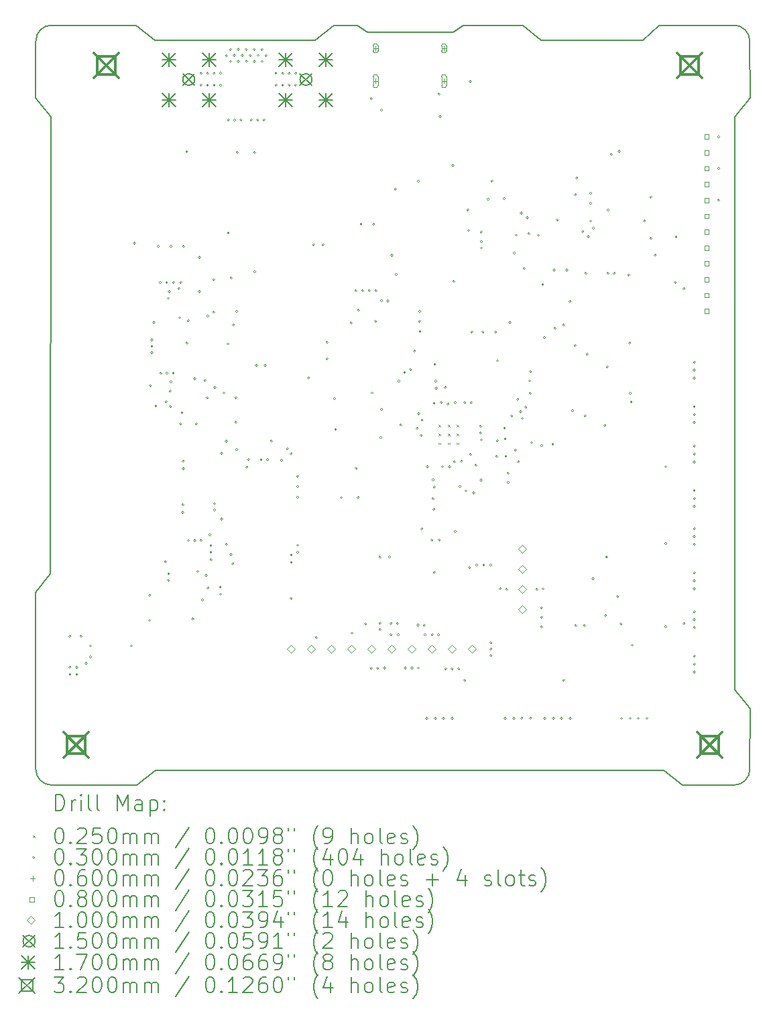
<source format=gbr>
%TF.GenerationSoftware,KiCad,Pcbnew,8.0.8*%
%TF.CreationDate,2025-03-29T21:42:38-04:00*%
%TF.ProjectId,ADCS_board,41444353-5f62-46f6-9172-642e6b696361,v1.2*%
%TF.SameCoordinates,Original*%
%TF.FileFunction,Drillmap*%
%TF.FilePolarity,Positive*%
%FSLAX45Y45*%
G04 Gerber Fmt 4.5, Leading zero omitted, Abs format (unit mm)*
G04 Created by KiCad (PCBNEW 8.0.8) date 2025-03-29 21:42:38*
%MOMM*%
%LPD*%
G01*
G04 APERTURE LIST*
%ADD10C,0.150000*%
%ADD11C,0.200000*%
%ADD12C,0.100000*%
%ADD13C,0.170000*%
%ADD14C,0.320000*%
G04 APERTURE END LIST*
D10*
X9833610Y-5448910D02*
G75*
G02*
X10033610Y-5248910I200000J0D01*
G01*
X10033610Y-14837410D02*
G75*
G02*
X9833610Y-14637410I0J200000D01*
G01*
X18850610Y-14637410D02*
G75*
G02*
X18650610Y-14837410I-200000J0D01*
G01*
X15227610Y-5249910D02*
X15100610Y-5338810D01*
X14021110Y-5338810D02*
X13893110Y-5252720D01*
X11100160Y-5249020D02*
X10033610Y-5248910D01*
X18650610Y-5248910D02*
G75*
G02*
X18850610Y-5448910I0J-200000D01*
G01*
X15983160Y-5249910D02*
X15227610Y-5249910D01*
X9830020Y-12404840D02*
X9833610Y-14637410D01*
X15100610Y-5338810D02*
X14021110Y-5338810D01*
X11343640Y-14650720D02*
X11109960Y-14838680D01*
X18850610Y-5448910D02*
X18851880Y-6167120D01*
X18851880Y-13868400D02*
X18850610Y-14637410D01*
X18650610Y-14837410D02*
X17998440Y-14837410D01*
X11109960Y-14838680D02*
X10033610Y-14837410D01*
X10017980Y-12171160D02*
X10023000Y-6400800D01*
X17500000Y-5438980D02*
X17700000Y-5248910D01*
X11333840Y-5436980D02*
X13360400Y-5436980D01*
X17762830Y-14650720D02*
X11343640Y-14650720D01*
X9833610Y-5448910D02*
X9833020Y-6167120D01*
X13893110Y-5252720D02*
X13594080Y-5252720D01*
X16216840Y-5438980D02*
X15983160Y-5249910D01*
X10023000Y-6400800D02*
X9833020Y-6167120D01*
X13360400Y-5436980D02*
X13594080Y-5252720D01*
X18658840Y-13634720D02*
X18851880Y-13868400D01*
X18663920Y-6400800D02*
X18851880Y-6167120D01*
X10017980Y-12171160D02*
X9830020Y-12404840D01*
X11333840Y-5436980D02*
X11100160Y-5249020D01*
X18663920Y-6400800D02*
X18663920Y-8605520D01*
X17762830Y-14650720D02*
X17998440Y-14837410D01*
X18650610Y-5248910D02*
X17700000Y-5248910D01*
X16216840Y-5438980D02*
X17500000Y-5438980D01*
X18663920Y-8605520D02*
X18658840Y-13634720D01*
D11*
D12*
X14920167Y-10288500D02*
X14945167Y-10313500D01*
X14945167Y-10288500D02*
X14920167Y-10313500D01*
X14920167Y-10401833D02*
X14945167Y-10426833D01*
X14945167Y-10401833D02*
X14920167Y-10426833D01*
X14920167Y-10515167D02*
X14945167Y-10540167D01*
X14945167Y-10515167D02*
X14920167Y-10540167D01*
X15033500Y-10288500D02*
X15058500Y-10313500D01*
X15058500Y-10288500D02*
X15033500Y-10313500D01*
X15033500Y-10401833D02*
X15058500Y-10426833D01*
X15058500Y-10401833D02*
X15033500Y-10426833D01*
X15033500Y-10515167D02*
X15058500Y-10540167D01*
X15058500Y-10515167D02*
X15033500Y-10540167D01*
X15146833Y-10288500D02*
X15171833Y-10313500D01*
X15171833Y-10288500D02*
X15146833Y-10313500D01*
X15146833Y-10401833D02*
X15171833Y-10426833D01*
X15171833Y-10401833D02*
X15146833Y-10426833D01*
X15146833Y-10515167D02*
X15171833Y-10540167D01*
X15171833Y-10515167D02*
X15146833Y-10540167D01*
X10280000Y-12960000D02*
G75*
G02*
X10250000Y-12960000I-15000J0D01*
G01*
X10250000Y-12960000D02*
G75*
G02*
X10280000Y-12960000I15000J0D01*
G01*
X10280000Y-13350000D02*
G75*
G02*
X10250000Y-13350000I-15000J0D01*
G01*
X10250000Y-13350000D02*
G75*
G02*
X10280000Y-13350000I15000J0D01*
G01*
X10280000Y-13440000D02*
G75*
G02*
X10250000Y-13440000I-15000J0D01*
G01*
X10250000Y-13440000D02*
G75*
G02*
X10280000Y-13440000I15000J0D01*
G01*
X10365000Y-13350000D02*
G75*
G02*
X10335000Y-13350000I-15000J0D01*
G01*
X10335000Y-13350000D02*
G75*
G02*
X10365000Y-13350000I15000J0D01*
G01*
X10365000Y-13440000D02*
G75*
G02*
X10335000Y-13440000I-15000J0D01*
G01*
X10335000Y-13440000D02*
G75*
G02*
X10365000Y-13440000I15000J0D01*
G01*
X10420000Y-12960000D02*
G75*
G02*
X10390000Y-12960000I-15000J0D01*
G01*
X10390000Y-12960000D02*
G75*
G02*
X10420000Y-12960000I15000J0D01*
G01*
X10485000Y-13300000D02*
G75*
G02*
X10455000Y-13300000I-15000J0D01*
G01*
X10455000Y-13300000D02*
G75*
G02*
X10485000Y-13300000I15000J0D01*
G01*
X10540000Y-13080000D02*
G75*
G02*
X10510000Y-13080000I-15000J0D01*
G01*
X10510000Y-13080000D02*
G75*
G02*
X10540000Y-13080000I15000J0D01*
G01*
X10540000Y-13220000D02*
G75*
G02*
X10510000Y-13220000I-15000J0D01*
G01*
X10510000Y-13220000D02*
G75*
G02*
X10540000Y-13220000I15000J0D01*
G01*
X11055000Y-13080000D02*
G75*
G02*
X11025000Y-13080000I-15000J0D01*
G01*
X11025000Y-13080000D02*
G75*
G02*
X11055000Y-13080000I15000J0D01*
G01*
X11095000Y-8000000D02*
G75*
G02*
X11065000Y-8000000I-15000J0D01*
G01*
X11065000Y-8000000D02*
G75*
G02*
X11095000Y-8000000I15000J0D01*
G01*
X11285000Y-12760000D02*
G75*
G02*
X11255000Y-12760000I-15000J0D01*
G01*
X11255000Y-12760000D02*
G75*
G02*
X11285000Y-12760000I15000J0D01*
G01*
X11287500Y-12442500D02*
G75*
G02*
X11257500Y-12442500I-15000J0D01*
G01*
X11257500Y-12442500D02*
G75*
G02*
X11287500Y-12442500I15000J0D01*
G01*
X11295000Y-9797500D02*
G75*
G02*
X11265000Y-9797500I-15000J0D01*
G01*
X11265000Y-9797500D02*
G75*
G02*
X11295000Y-9797500I15000J0D01*
G01*
X11315000Y-9220000D02*
G75*
G02*
X11285000Y-9220000I-15000J0D01*
G01*
X11285000Y-9220000D02*
G75*
G02*
X11315000Y-9220000I15000J0D01*
G01*
X11315000Y-9300000D02*
G75*
G02*
X11285000Y-9300000I-15000J0D01*
G01*
X11285000Y-9300000D02*
G75*
G02*
X11315000Y-9300000I15000J0D01*
G01*
X11315000Y-9380000D02*
G75*
G02*
X11285000Y-9380000I-15000J0D01*
G01*
X11285000Y-9380000D02*
G75*
G02*
X11315000Y-9380000I15000J0D01*
G01*
X11340000Y-9000000D02*
G75*
G02*
X11310000Y-9000000I-15000J0D01*
G01*
X11310000Y-9000000D02*
G75*
G02*
X11340000Y-9000000I15000J0D01*
G01*
X11365000Y-10055000D02*
G75*
G02*
X11335000Y-10055000I-15000J0D01*
G01*
X11335000Y-10055000D02*
G75*
G02*
X11365000Y-10055000I15000J0D01*
G01*
X11395000Y-8040000D02*
G75*
G02*
X11365000Y-8040000I-15000J0D01*
G01*
X11365000Y-8040000D02*
G75*
G02*
X11395000Y-8040000I15000J0D01*
G01*
X11419000Y-8496000D02*
G75*
G02*
X11389000Y-8496000I-15000J0D01*
G01*
X11389000Y-8496000D02*
G75*
G02*
X11419000Y-8496000I15000J0D01*
G01*
X11425000Y-9640000D02*
G75*
G02*
X11395000Y-9640000I-15000J0D01*
G01*
X11395000Y-9640000D02*
G75*
G02*
X11425000Y-9640000I15000J0D01*
G01*
X11485000Y-12020000D02*
G75*
G02*
X11455000Y-12020000I-15000J0D01*
G01*
X11455000Y-12020000D02*
G75*
G02*
X11485000Y-12020000I15000J0D01*
G01*
X11494000Y-10000000D02*
G75*
G02*
X11464000Y-10000000I-15000J0D01*
G01*
X11464000Y-10000000D02*
G75*
G02*
X11494000Y-10000000I15000J0D01*
G01*
X11501000Y-8495000D02*
G75*
G02*
X11471000Y-8495000I-15000J0D01*
G01*
X11471000Y-8495000D02*
G75*
G02*
X11501000Y-8495000I15000J0D01*
G01*
X11505000Y-9640000D02*
G75*
G02*
X11475000Y-9640000I-15000J0D01*
G01*
X11475000Y-9640000D02*
G75*
G02*
X11505000Y-9640000I15000J0D01*
G01*
X11520000Y-8695000D02*
G75*
G02*
X11490000Y-8695000I-15000J0D01*
G01*
X11490000Y-8695000D02*
G75*
G02*
X11520000Y-8695000I15000J0D01*
G01*
X11524000Y-12253000D02*
G75*
G02*
X11494000Y-12253000I-15000J0D01*
G01*
X11494000Y-12253000D02*
G75*
G02*
X11524000Y-12253000I15000J0D01*
G01*
X11525000Y-12170000D02*
G75*
G02*
X11495000Y-12170000I-15000J0D01*
G01*
X11495000Y-12170000D02*
G75*
G02*
X11525000Y-12170000I15000J0D01*
G01*
X11535000Y-8610000D02*
G75*
G02*
X11505000Y-8610000I-15000J0D01*
G01*
X11505000Y-8610000D02*
G75*
G02*
X11535000Y-8610000I15000J0D01*
G01*
X11544250Y-9866750D02*
G75*
G02*
X11514250Y-9866750I-15000J0D01*
G01*
X11514250Y-9866750D02*
G75*
G02*
X11544250Y-9866750I15000J0D01*
G01*
X11550000Y-10060000D02*
G75*
G02*
X11520000Y-10060000I-15000J0D01*
G01*
X11520000Y-10060000D02*
G75*
G02*
X11550000Y-10060000I15000J0D01*
G01*
X11555000Y-8040000D02*
G75*
G02*
X11525000Y-8040000I-15000J0D01*
G01*
X11525000Y-8040000D02*
G75*
G02*
X11555000Y-8040000I15000J0D01*
G01*
X11555000Y-9750000D02*
G75*
G02*
X11525000Y-9750000I-15000J0D01*
G01*
X11525000Y-9750000D02*
G75*
G02*
X11555000Y-9750000I15000J0D01*
G01*
X11585000Y-9640000D02*
G75*
G02*
X11555000Y-9640000I-15000J0D01*
G01*
X11555000Y-9640000D02*
G75*
G02*
X11585000Y-9640000I15000J0D01*
G01*
X11587000Y-8495000D02*
G75*
G02*
X11557000Y-8495000I-15000J0D01*
G01*
X11557000Y-8495000D02*
G75*
G02*
X11587000Y-8495000I15000J0D01*
G01*
X11655000Y-8570958D02*
G75*
G02*
X11625000Y-8570958I-15000J0D01*
G01*
X11625000Y-8570958D02*
G75*
G02*
X11655000Y-8570958I15000J0D01*
G01*
X11665000Y-8940000D02*
G75*
G02*
X11635000Y-8940000I-15000J0D01*
G01*
X11635000Y-8940000D02*
G75*
G02*
X11665000Y-8940000I15000J0D01*
G01*
X11674935Y-10280000D02*
G75*
G02*
X11644935Y-10280000I-15000J0D01*
G01*
X11644935Y-10280000D02*
G75*
G02*
X11674935Y-10280000I15000J0D01*
G01*
X11680000Y-8495000D02*
G75*
G02*
X11650000Y-8495000I-15000J0D01*
G01*
X11650000Y-8495000D02*
G75*
G02*
X11680000Y-8495000I15000J0D01*
G01*
X11695000Y-10140000D02*
G75*
G02*
X11665000Y-10140000I-15000J0D01*
G01*
X11665000Y-10140000D02*
G75*
G02*
X11695000Y-10140000I15000J0D01*
G01*
X11705000Y-11300000D02*
G75*
G02*
X11675000Y-11300000I-15000J0D01*
G01*
X11675000Y-11300000D02*
G75*
G02*
X11705000Y-11300000I15000J0D01*
G01*
X11705000Y-11395000D02*
G75*
G02*
X11675000Y-11395000I-15000J0D01*
G01*
X11675000Y-11395000D02*
G75*
G02*
X11705000Y-11395000I15000J0D01*
G01*
X11710000Y-10750000D02*
G75*
G02*
X11680000Y-10750000I-15000J0D01*
G01*
X11680000Y-10750000D02*
G75*
G02*
X11710000Y-10750000I15000J0D01*
G01*
X11710000Y-10845000D02*
G75*
G02*
X11680000Y-10845000I-15000J0D01*
G01*
X11680000Y-10845000D02*
G75*
G02*
X11710000Y-10845000I15000J0D01*
G01*
X11715000Y-8040000D02*
G75*
G02*
X11685000Y-8040000I-15000J0D01*
G01*
X11685000Y-8040000D02*
G75*
G02*
X11715000Y-8040000I15000J0D01*
G01*
X11755000Y-6845000D02*
G75*
G02*
X11725000Y-6845000I-15000J0D01*
G01*
X11725000Y-6845000D02*
G75*
G02*
X11755000Y-6845000I15000J0D01*
G01*
X11755000Y-9260000D02*
G75*
G02*
X11725000Y-9260000I-15000J0D01*
G01*
X11725000Y-9260000D02*
G75*
G02*
X11755000Y-9260000I15000J0D01*
G01*
X11774000Y-8975000D02*
G75*
G02*
X11744000Y-8975000I-15000J0D01*
G01*
X11744000Y-8975000D02*
G75*
G02*
X11774000Y-8975000I15000J0D01*
G01*
X11775000Y-11750000D02*
G75*
G02*
X11745000Y-11750000I-15000J0D01*
G01*
X11745000Y-11750000D02*
G75*
G02*
X11775000Y-11750000I15000J0D01*
G01*
X11830000Y-12740000D02*
G75*
G02*
X11800000Y-12740000I-15000J0D01*
G01*
X11800000Y-12740000D02*
G75*
G02*
X11830000Y-12740000I15000J0D01*
G01*
X11855000Y-9710000D02*
G75*
G02*
X11825000Y-9710000I-15000J0D01*
G01*
X11825000Y-9710000D02*
G75*
G02*
X11855000Y-9710000I15000J0D01*
G01*
X11855000Y-11750000D02*
G75*
G02*
X11825000Y-11750000I-15000J0D01*
G01*
X11825000Y-11750000D02*
G75*
G02*
X11855000Y-11750000I15000J0D01*
G01*
X11875000Y-10280000D02*
G75*
G02*
X11845000Y-10280000I-15000J0D01*
G01*
X11845000Y-10280000D02*
G75*
G02*
X11875000Y-10280000I15000J0D01*
G01*
X11895000Y-12140000D02*
G75*
G02*
X11865000Y-12140000I-15000J0D01*
G01*
X11865000Y-12140000D02*
G75*
G02*
X11895000Y-12140000I15000J0D01*
G01*
X11914000Y-8609000D02*
G75*
G02*
X11884000Y-8609000I-15000J0D01*
G01*
X11884000Y-8609000D02*
G75*
G02*
X11914000Y-8609000I15000J0D01*
G01*
X11915000Y-8180000D02*
G75*
G02*
X11885000Y-8180000I-15000J0D01*
G01*
X11885000Y-8180000D02*
G75*
G02*
X11915000Y-8180000I15000J0D01*
G01*
X11934000Y-5856000D02*
G75*
G02*
X11904000Y-5856000I-15000J0D01*
G01*
X11904000Y-5856000D02*
G75*
G02*
X11934000Y-5856000I15000J0D01*
G01*
X11934000Y-6006000D02*
G75*
G02*
X11904000Y-6006000I-15000J0D01*
G01*
X11904000Y-6006000D02*
G75*
G02*
X11934000Y-6006000I15000J0D01*
G01*
X11935000Y-11750000D02*
G75*
G02*
X11905000Y-11750000I-15000J0D01*
G01*
X11905000Y-11750000D02*
G75*
G02*
X11935000Y-11750000I15000J0D01*
G01*
X11955000Y-12500000D02*
G75*
G02*
X11925000Y-12500000I-15000J0D01*
G01*
X11925000Y-12500000D02*
G75*
G02*
X11955000Y-12500000I15000J0D01*
G01*
X11985000Y-9730000D02*
G75*
G02*
X11955000Y-9730000I-15000J0D01*
G01*
X11955000Y-9730000D02*
G75*
G02*
X11985000Y-9730000I15000J0D01*
G01*
X12000000Y-12190000D02*
G75*
G02*
X11970000Y-12190000I-15000J0D01*
G01*
X11970000Y-12190000D02*
G75*
G02*
X12000000Y-12190000I15000J0D01*
G01*
X12015000Y-9950958D02*
G75*
G02*
X11985000Y-9950958I-15000J0D01*
G01*
X11985000Y-9950958D02*
G75*
G02*
X12015000Y-9950958I15000J0D01*
G01*
X12018000Y-6006000D02*
G75*
G02*
X11988000Y-6006000I-15000J0D01*
G01*
X11988000Y-6006000D02*
G75*
G02*
X12018000Y-6006000I15000J0D01*
G01*
X12019000Y-5856000D02*
G75*
G02*
X11989000Y-5856000I-15000J0D01*
G01*
X11989000Y-5856000D02*
G75*
G02*
X12019000Y-5856000I15000J0D01*
G01*
X12020000Y-8920000D02*
G75*
G02*
X11990000Y-8920000I-15000J0D01*
G01*
X11990000Y-8920000D02*
G75*
G02*
X12020000Y-8920000I15000J0D01*
G01*
X12025000Y-12350000D02*
G75*
G02*
X11995000Y-12350000I-15000J0D01*
G01*
X11995000Y-12350000D02*
G75*
G02*
X12025000Y-12350000I15000J0D01*
G01*
X12045000Y-11680000D02*
G75*
G02*
X12015000Y-11680000I-15000J0D01*
G01*
X12015000Y-11680000D02*
G75*
G02*
X12045000Y-11680000I15000J0D01*
G01*
X12060000Y-11815000D02*
G75*
G02*
X12030000Y-11815000I-15000J0D01*
G01*
X12030000Y-11815000D02*
G75*
G02*
X12060000Y-11815000I15000J0D01*
G01*
X12060000Y-11900000D02*
G75*
G02*
X12030000Y-11900000I-15000J0D01*
G01*
X12030000Y-11900000D02*
G75*
G02*
X12060000Y-11900000I15000J0D01*
G01*
X12060000Y-11995000D02*
G75*
G02*
X12030000Y-11995000I-15000J0D01*
G01*
X12030000Y-11995000D02*
G75*
G02*
X12060000Y-11995000I15000J0D01*
G01*
X12095000Y-8460000D02*
G75*
G02*
X12065000Y-8460000I-15000J0D01*
G01*
X12065000Y-8460000D02*
G75*
G02*
X12095000Y-8460000I15000J0D01*
G01*
X12095000Y-8870000D02*
G75*
G02*
X12065000Y-8870000I-15000J0D01*
G01*
X12065000Y-8870000D02*
G75*
G02*
X12095000Y-8870000I15000J0D01*
G01*
X12101000Y-5856000D02*
G75*
G02*
X12071000Y-5856000I-15000J0D01*
G01*
X12071000Y-5856000D02*
G75*
G02*
X12101000Y-5856000I15000J0D01*
G01*
X12101000Y-6006000D02*
G75*
G02*
X12071000Y-6006000I-15000J0D01*
G01*
X12071000Y-6006000D02*
G75*
G02*
X12101000Y-6006000I15000J0D01*
G01*
X12105000Y-11285000D02*
G75*
G02*
X12075000Y-11285000I-15000J0D01*
G01*
X12075000Y-11285000D02*
G75*
G02*
X12105000Y-11285000I15000J0D01*
G01*
X12105000Y-11365000D02*
G75*
G02*
X12075000Y-11365000I-15000J0D01*
G01*
X12075000Y-11365000D02*
G75*
G02*
X12105000Y-11365000I15000J0D01*
G01*
X12109494Y-9819000D02*
G75*
G02*
X12079494Y-9819000I-15000J0D01*
G01*
X12079494Y-9819000D02*
G75*
G02*
X12109494Y-9819000I15000J0D01*
G01*
X12179000Y-12340000D02*
G75*
G02*
X12149000Y-12340000I-15000J0D01*
G01*
X12149000Y-12340000D02*
G75*
G02*
X12179000Y-12340000I15000J0D01*
G01*
X12182000Y-5856000D02*
G75*
G02*
X12152000Y-5856000I-15000J0D01*
G01*
X12152000Y-5856000D02*
G75*
G02*
X12182000Y-5856000I15000J0D01*
G01*
X12182000Y-6006000D02*
G75*
G02*
X12152000Y-6006000I-15000J0D01*
G01*
X12152000Y-6006000D02*
G75*
G02*
X12182000Y-6006000I15000J0D01*
G01*
X12182000Y-12430000D02*
G75*
G02*
X12152000Y-12430000I-15000J0D01*
G01*
X12152000Y-12430000D02*
G75*
G02*
X12182000Y-12430000I15000J0D01*
G01*
X12195000Y-10650000D02*
G75*
G02*
X12165000Y-10650000I-15000J0D01*
G01*
X12165000Y-10650000D02*
G75*
G02*
X12195000Y-10650000I15000J0D01*
G01*
X12195000Y-11480000D02*
G75*
G02*
X12165000Y-11480000I-15000J0D01*
G01*
X12165000Y-11480000D02*
G75*
G02*
X12195000Y-11480000I15000J0D01*
G01*
X12224000Y-9887877D02*
G75*
G02*
X12194000Y-9887877I-15000J0D01*
G01*
X12194000Y-9887877D02*
G75*
G02*
X12224000Y-9887877I15000J0D01*
G01*
X12254000Y-10498000D02*
G75*
G02*
X12224000Y-10498000I-15000J0D01*
G01*
X12224000Y-10498000D02*
G75*
G02*
X12254000Y-10498000I15000J0D01*
G01*
X12255000Y-11800000D02*
G75*
G02*
X12225000Y-11800000I-15000J0D01*
G01*
X12225000Y-11800000D02*
G75*
G02*
X12255000Y-11800000I15000J0D01*
G01*
X12256000Y-5635000D02*
G75*
G02*
X12226000Y-5635000I-15000J0D01*
G01*
X12226000Y-5635000D02*
G75*
G02*
X12256000Y-5635000I15000J0D01*
G01*
X12275000Y-9270000D02*
G75*
G02*
X12245000Y-9270000I-15000J0D01*
G01*
X12245000Y-9270000D02*
G75*
G02*
X12275000Y-9270000I15000J0D01*
G01*
X12280000Y-6445000D02*
G75*
G02*
X12250000Y-6445000I-15000J0D01*
G01*
X12250000Y-6445000D02*
G75*
G02*
X12280000Y-6445000I15000J0D01*
G01*
X12280000Y-7870000D02*
G75*
G02*
X12250000Y-7870000I-15000J0D01*
G01*
X12250000Y-7870000D02*
G75*
G02*
X12280000Y-7870000I15000J0D01*
G01*
X12306000Y-5555000D02*
G75*
G02*
X12276000Y-5555000I-15000J0D01*
G01*
X12276000Y-5555000D02*
G75*
G02*
X12306000Y-5555000I15000J0D01*
G01*
X12310000Y-5706000D02*
G75*
G02*
X12280000Y-5706000I-15000J0D01*
G01*
X12280000Y-5706000D02*
G75*
G02*
X12310000Y-5706000I15000J0D01*
G01*
X12312957Y-11929978D02*
G75*
G02*
X12282957Y-11929978I-15000J0D01*
G01*
X12282957Y-11929978D02*
G75*
G02*
X12312957Y-11929978I15000J0D01*
G01*
X12315000Y-8440000D02*
G75*
G02*
X12285000Y-8440000I-15000J0D01*
G01*
X12285000Y-8440000D02*
G75*
G02*
X12315000Y-8440000I15000J0D01*
G01*
X12335000Y-12045000D02*
G75*
G02*
X12305000Y-12045000I-15000J0D01*
G01*
X12305000Y-12045000D02*
G75*
G02*
X12335000Y-12045000I15000J0D01*
G01*
X12345000Y-9030000D02*
G75*
G02*
X12315000Y-9030000I-15000J0D01*
G01*
X12315000Y-9030000D02*
G75*
G02*
X12345000Y-9030000I15000J0D01*
G01*
X12356000Y-5631000D02*
G75*
G02*
X12326000Y-5631000I-15000J0D01*
G01*
X12326000Y-5631000D02*
G75*
G02*
X12356000Y-5631000I15000J0D01*
G01*
X12360000Y-6445000D02*
G75*
G02*
X12330000Y-6445000I-15000J0D01*
G01*
X12330000Y-6445000D02*
G75*
G02*
X12360000Y-6445000I15000J0D01*
G01*
X12375000Y-9950000D02*
G75*
G02*
X12345000Y-9950000I-15000J0D01*
G01*
X12345000Y-9950000D02*
G75*
G02*
X12375000Y-9950000I15000J0D01*
G01*
X12375000Y-10260000D02*
G75*
G02*
X12345000Y-10260000I-15000J0D01*
G01*
X12345000Y-10260000D02*
G75*
G02*
X12375000Y-10260000I15000J0D01*
G01*
X12385000Y-8860000D02*
G75*
G02*
X12355000Y-8860000I-15000J0D01*
G01*
X12355000Y-8860000D02*
G75*
G02*
X12385000Y-8860000I15000J0D01*
G01*
X12385000Y-10602718D02*
G75*
G02*
X12355000Y-10602718I-15000J0D01*
G01*
X12355000Y-10602718D02*
G75*
G02*
X12385000Y-10602718I15000J0D01*
G01*
X12390000Y-6855000D02*
G75*
G02*
X12360000Y-6855000I-15000J0D01*
G01*
X12360000Y-6855000D02*
G75*
G02*
X12390000Y-6855000I15000J0D01*
G01*
X12406000Y-5555000D02*
G75*
G02*
X12376000Y-5555000I-15000J0D01*
G01*
X12376000Y-5555000D02*
G75*
G02*
X12406000Y-5555000I15000J0D01*
G01*
X12406000Y-5706000D02*
G75*
G02*
X12376000Y-5706000I-15000J0D01*
G01*
X12376000Y-5706000D02*
G75*
G02*
X12406000Y-5706000I15000J0D01*
G01*
X12440000Y-6445000D02*
G75*
G02*
X12410000Y-6445000I-15000J0D01*
G01*
X12410000Y-6445000D02*
G75*
G02*
X12440000Y-6445000I15000J0D01*
G01*
X12456000Y-5631000D02*
G75*
G02*
X12426000Y-5631000I-15000J0D01*
G01*
X12426000Y-5631000D02*
G75*
G02*
X12456000Y-5631000I15000J0D01*
G01*
X12506000Y-5555000D02*
G75*
G02*
X12476000Y-5555000I-15000J0D01*
G01*
X12476000Y-5555000D02*
G75*
G02*
X12506000Y-5555000I15000J0D01*
G01*
X12510000Y-5705000D02*
G75*
G02*
X12480000Y-5705000I-15000J0D01*
G01*
X12480000Y-5705000D02*
G75*
G02*
X12510000Y-5705000I15000J0D01*
G01*
X12515000Y-10825000D02*
G75*
G02*
X12485000Y-10825000I-15000J0D01*
G01*
X12485000Y-10825000D02*
G75*
G02*
X12515000Y-10825000I15000J0D01*
G01*
X12536000Y-10728000D02*
G75*
G02*
X12506000Y-10728000I-15000J0D01*
G01*
X12506000Y-10728000D02*
G75*
G02*
X12536000Y-10728000I15000J0D01*
G01*
X12556000Y-5631000D02*
G75*
G02*
X12526000Y-5631000I-15000J0D01*
G01*
X12526000Y-5631000D02*
G75*
G02*
X12556000Y-5631000I15000J0D01*
G01*
X12570000Y-6445000D02*
G75*
G02*
X12540000Y-6445000I-15000J0D01*
G01*
X12540000Y-6445000D02*
G75*
G02*
X12570000Y-6445000I15000J0D01*
G01*
X12606000Y-5555000D02*
G75*
G02*
X12576000Y-5555000I-15000J0D01*
G01*
X12576000Y-5555000D02*
G75*
G02*
X12606000Y-5555000I15000J0D01*
G01*
X12610000Y-5706000D02*
G75*
G02*
X12580000Y-5706000I-15000J0D01*
G01*
X12580000Y-5706000D02*
G75*
G02*
X12610000Y-5706000I15000J0D01*
G01*
X12610000Y-6855000D02*
G75*
G02*
X12580000Y-6855000I-15000J0D01*
G01*
X12580000Y-6855000D02*
G75*
G02*
X12610000Y-6855000I15000J0D01*
G01*
X12615000Y-8360000D02*
G75*
G02*
X12585000Y-8360000I-15000J0D01*
G01*
X12585000Y-8360000D02*
G75*
G02*
X12615000Y-8360000I15000J0D01*
G01*
X12635000Y-9540000D02*
G75*
G02*
X12605000Y-9540000I-15000J0D01*
G01*
X12605000Y-9540000D02*
G75*
G02*
X12635000Y-9540000I15000J0D01*
G01*
X12650000Y-6445000D02*
G75*
G02*
X12620000Y-6445000I-15000J0D01*
G01*
X12620000Y-6445000D02*
G75*
G02*
X12650000Y-6445000I15000J0D01*
G01*
X12656000Y-5631000D02*
G75*
G02*
X12626000Y-5631000I-15000J0D01*
G01*
X12626000Y-5631000D02*
G75*
G02*
X12656000Y-5631000I15000J0D01*
G01*
X12695000Y-10730000D02*
G75*
G02*
X12665000Y-10730000I-15000J0D01*
G01*
X12665000Y-10730000D02*
G75*
G02*
X12695000Y-10730000I15000J0D01*
G01*
X12706000Y-5555000D02*
G75*
G02*
X12676000Y-5555000I-15000J0D01*
G01*
X12676000Y-5555000D02*
G75*
G02*
X12706000Y-5555000I15000J0D01*
G01*
X12706000Y-5706000D02*
G75*
G02*
X12676000Y-5706000I-15000J0D01*
G01*
X12676000Y-5706000D02*
G75*
G02*
X12706000Y-5706000I15000J0D01*
G01*
X12730000Y-6445000D02*
G75*
G02*
X12700000Y-6445000I-15000J0D01*
G01*
X12700000Y-6445000D02*
G75*
G02*
X12730000Y-6445000I15000J0D01*
G01*
X12745000Y-9540000D02*
G75*
G02*
X12715000Y-9540000I-15000J0D01*
G01*
X12715000Y-9540000D02*
G75*
G02*
X12745000Y-9540000I15000J0D01*
G01*
X12756000Y-5631000D02*
G75*
G02*
X12726000Y-5631000I-15000J0D01*
G01*
X12726000Y-5631000D02*
G75*
G02*
X12756000Y-5631000I15000J0D01*
G01*
X12775000Y-10730000D02*
G75*
G02*
X12745000Y-10730000I-15000J0D01*
G01*
X12745000Y-10730000D02*
G75*
G02*
X12775000Y-10730000I15000J0D01*
G01*
X12822500Y-10495000D02*
G75*
G02*
X12792500Y-10495000I-15000J0D01*
G01*
X12792500Y-10495000D02*
G75*
G02*
X12822500Y-10495000I15000J0D01*
G01*
X12881000Y-5855000D02*
G75*
G02*
X12851000Y-5855000I-15000J0D01*
G01*
X12851000Y-5855000D02*
G75*
G02*
X12881000Y-5855000I15000J0D01*
G01*
X12882000Y-6006000D02*
G75*
G02*
X12852000Y-6006000I-15000J0D01*
G01*
X12852000Y-6006000D02*
G75*
G02*
X12882000Y-6006000I15000J0D01*
G01*
X12953968Y-10738968D02*
G75*
G02*
X12923968Y-10738968I-15000J0D01*
G01*
X12923968Y-10738968D02*
G75*
G02*
X12953968Y-10738968I15000J0D01*
G01*
X12966000Y-6006000D02*
G75*
G02*
X12936000Y-6006000I-15000J0D01*
G01*
X12936000Y-6006000D02*
G75*
G02*
X12966000Y-6006000I15000J0D01*
G01*
X12968000Y-5856000D02*
G75*
G02*
X12938000Y-5856000I-15000J0D01*
G01*
X12938000Y-5856000D02*
G75*
G02*
X12968000Y-5856000I15000J0D01*
G01*
X13026844Y-10591845D02*
G75*
G02*
X12996844Y-10591845I-15000J0D01*
G01*
X12996844Y-10591845D02*
G75*
G02*
X13026844Y-10591845I15000J0D01*
G01*
X13048000Y-6006000D02*
G75*
G02*
X13018000Y-6006000I-15000J0D01*
G01*
X13018000Y-6006000D02*
G75*
G02*
X13048000Y-6006000I15000J0D01*
G01*
X13049000Y-5856000D02*
G75*
G02*
X13019000Y-5856000I-15000J0D01*
G01*
X13019000Y-5856000D02*
G75*
G02*
X13049000Y-5856000I15000J0D01*
G01*
X13072000Y-12481000D02*
G75*
G02*
X13042000Y-12481000I-15000J0D01*
G01*
X13042000Y-12481000D02*
G75*
G02*
X13072000Y-12481000I15000J0D01*
G01*
X13073000Y-10658664D02*
G75*
G02*
X13043000Y-10658664I-15000J0D01*
G01*
X13043000Y-10658664D02*
G75*
G02*
X13073000Y-10658664I15000J0D01*
G01*
X13075000Y-11935000D02*
G75*
G02*
X13045000Y-11935000I-15000J0D01*
G01*
X13045000Y-11935000D02*
G75*
G02*
X13075000Y-11935000I15000J0D01*
G01*
X13075000Y-12025000D02*
G75*
G02*
X13045000Y-12025000I-15000J0D01*
G01*
X13045000Y-12025000D02*
G75*
G02*
X13075000Y-12025000I15000J0D01*
G01*
X13128000Y-6006000D02*
G75*
G02*
X13098000Y-6006000I-15000J0D01*
G01*
X13098000Y-6006000D02*
G75*
G02*
X13128000Y-6006000I15000J0D01*
G01*
X13131000Y-5856000D02*
G75*
G02*
X13101000Y-5856000I-15000J0D01*
G01*
X13101000Y-5856000D02*
G75*
G02*
X13131000Y-5856000I15000J0D01*
G01*
X13155000Y-10940000D02*
G75*
G02*
X13125000Y-10940000I-15000J0D01*
G01*
X13125000Y-10940000D02*
G75*
G02*
X13155000Y-10940000I15000J0D01*
G01*
X13155000Y-11070000D02*
G75*
G02*
X13125000Y-11070000I-15000J0D01*
G01*
X13125000Y-11070000D02*
G75*
G02*
X13155000Y-11070000I15000J0D01*
G01*
X13155000Y-11205000D02*
G75*
G02*
X13125000Y-11205000I-15000J0D01*
G01*
X13125000Y-11205000D02*
G75*
G02*
X13155000Y-11205000I15000J0D01*
G01*
X13155000Y-11810000D02*
G75*
G02*
X13125000Y-11810000I-15000J0D01*
G01*
X13125000Y-11810000D02*
G75*
G02*
X13155000Y-11810000I15000J0D01*
G01*
X13155000Y-11900000D02*
G75*
G02*
X13125000Y-11900000I-15000J0D01*
G01*
X13125000Y-11900000D02*
G75*
G02*
X13155000Y-11900000I15000J0D01*
G01*
X13295000Y-9700000D02*
G75*
G02*
X13265000Y-9700000I-15000J0D01*
G01*
X13265000Y-9700000D02*
G75*
G02*
X13295000Y-9700000I15000J0D01*
G01*
X13355000Y-8020000D02*
G75*
G02*
X13325000Y-8020000I-15000J0D01*
G01*
X13325000Y-8020000D02*
G75*
G02*
X13355000Y-8020000I15000J0D01*
G01*
X13390000Y-12975000D02*
G75*
G02*
X13360000Y-12975000I-15000J0D01*
G01*
X13360000Y-12975000D02*
G75*
G02*
X13390000Y-12975000I15000J0D01*
G01*
X13475000Y-8020000D02*
G75*
G02*
X13445000Y-8020000I-15000J0D01*
G01*
X13445000Y-8020000D02*
G75*
G02*
X13475000Y-8020000I15000J0D01*
G01*
X13525000Y-9251000D02*
G75*
G02*
X13495000Y-9251000I-15000J0D01*
G01*
X13495000Y-9251000D02*
G75*
G02*
X13525000Y-9251000I15000J0D01*
G01*
X13525000Y-9460000D02*
G75*
G02*
X13495000Y-9460000I-15000J0D01*
G01*
X13495000Y-9460000D02*
G75*
G02*
X13525000Y-9460000I15000J0D01*
G01*
X13620000Y-9960000D02*
G75*
G02*
X13590000Y-9960000I-15000J0D01*
G01*
X13590000Y-9960000D02*
G75*
G02*
X13620000Y-9960000I15000J0D01*
G01*
X13635000Y-10350000D02*
G75*
G02*
X13605000Y-10350000I-15000J0D01*
G01*
X13605000Y-10350000D02*
G75*
G02*
X13635000Y-10350000I15000J0D01*
G01*
X13706000Y-11209000D02*
G75*
G02*
X13676000Y-11209000I-15000J0D01*
G01*
X13676000Y-11209000D02*
G75*
G02*
X13706000Y-11209000I15000J0D01*
G01*
X13830000Y-9005000D02*
G75*
G02*
X13800000Y-9005000I-15000J0D01*
G01*
X13800000Y-9005000D02*
G75*
G02*
X13830000Y-9005000I15000J0D01*
G01*
X13840000Y-12920000D02*
G75*
G02*
X13810000Y-12920000I-15000J0D01*
G01*
X13810000Y-12920000D02*
G75*
G02*
X13840000Y-12920000I15000J0D01*
G01*
X13890000Y-8600000D02*
G75*
G02*
X13860000Y-8600000I-15000J0D01*
G01*
X13860000Y-8600000D02*
G75*
G02*
X13890000Y-8600000I15000J0D01*
G01*
X13895000Y-10840000D02*
G75*
G02*
X13865000Y-10840000I-15000J0D01*
G01*
X13865000Y-10840000D02*
G75*
G02*
X13895000Y-10840000I15000J0D01*
G01*
X13920000Y-11208000D02*
G75*
G02*
X13890000Y-11208000I-15000J0D01*
G01*
X13890000Y-11208000D02*
G75*
G02*
X13920000Y-11208000I15000J0D01*
G01*
X13925000Y-8845000D02*
G75*
G02*
X13895000Y-8845000I-15000J0D01*
G01*
X13895000Y-8845000D02*
G75*
G02*
X13925000Y-8845000I15000J0D01*
G01*
X13955000Y-7760000D02*
G75*
G02*
X13925000Y-7760000I-15000J0D01*
G01*
X13925000Y-7760000D02*
G75*
G02*
X13955000Y-7760000I15000J0D01*
G01*
X13975000Y-8600000D02*
G75*
G02*
X13945000Y-8600000I-15000J0D01*
G01*
X13945000Y-8600000D02*
G75*
G02*
X13975000Y-8600000I15000J0D01*
G01*
X14012500Y-12802500D02*
G75*
G02*
X13982500Y-12802500I-15000J0D01*
G01*
X13982500Y-12802500D02*
G75*
G02*
X14012500Y-12802500I15000J0D01*
G01*
X14060000Y-8600000D02*
G75*
G02*
X14030000Y-8600000I-15000J0D01*
G01*
X14030000Y-8600000D02*
G75*
G02*
X14060000Y-8600000I15000J0D01*
G01*
X14085000Y-6180000D02*
G75*
G02*
X14055000Y-6180000I-15000J0D01*
G01*
X14055000Y-6180000D02*
G75*
G02*
X14085000Y-6180000I15000J0D01*
G01*
X14085000Y-13360000D02*
G75*
G02*
X14055000Y-13360000I-15000J0D01*
G01*
X14055000Y-13360000D02*
G75*
G02*
X14085000Y-13360000I15000J0D01*
G01*
X14095000Y-9890000D02*
G75*
G02*
X14065000Y-9890000I-15000J0D01*
G01*
X14065000Y-9890000D02*
G75*
G02*
X14095000Y-9890000I15000J0D01*
G01*
X14115000Y-7760000D02*
G75*
G02*
X14085000Y-7760000I-15000J0D01*
G01*
X14085000Y-7760000D02*
G75*
G02*
X14115000Y-7760000I15000J0D01*
G01*
X14140000Y-8983500D02*
G75*
G02*
X14110000Y-8983500I-15000J0D01*
G01*
X14110000Y-8983500D02*
G75*
G02*
X14140000Y-8983500I15000J0D01*
G01*
X14145000Y-8600000D02*
G75*
G02*
X14115000Y-8600000I-15000J0D01*
G01*
X14115000Y-8600000D02*
G75*
G02*
X14145000Y-8600000I15000J0D01*
G01*
X14165000Y-13360000D02*
G75*
G02*
X14135000Y-13360000I-15000J0D01*
G01*
X14135000Y-13360000D02*
G75*
G02*
X14165000Y-13360000I15000J0D01*
G01*
X14194500Y-12795000D02*
G75*
G02*
X14164500Y-12795000I-15000J0D01*
G01*
X14164500Y-12795000D02*
G75*
G02*
X14194500Y-12795000I15000J0D01*
G01*
X14195000Y-11960000D02*
G75*
G02*
X14165000Y-11960000I-15000J0D01*
G01*
X14165000Y-11960000D02*
G75*
G02*
X14195000Y-11960000I15000J0D01*
G01*
X14195000Y-12875000D02*
G75*
G02*
X14165000Y-12875000I-15000J0D01*
G01*
X14165000Y-12875000D02*
G75*
G02*
X14195000Y-12875000I15000J0D01*
G01*
X14205000Y-10450000D02*
G75*
G02*
X14175000Y-10450000I-15000J0D01*
G01*
X14175000Y-10450000D02*
G75*
G02*
X14205000Y-10450000I15000J0D01*
G01*
X14215000Y-6320000D02*
G75*
G02*
X14185000Y-6320000I-15000J0D01*
G01*
X14185000Y-6320000D02*
G75*
G02*
X14215000Y-6320000I15000J0D01*
G01*
X14215000Y-8725000D02*
G75*
G02*
X14185000Y-8725000I-15000J0D01*
G01*
X14185000Y-8725000D02*
G75*
G02*
X14215000Y-8725000I15000J0D01*
G01*
X14215000Y-10095000D02*
G75*
G02*
X14185000Y-10095000I-15000J0D01*
G01*
X14185000Y-10095000D02*
G75*
G02*
X14215000Y-10095000I15000J0D01*
G01*
X14250000Y-13360000D02*
G75*
G02*
X14220000Y-13360000I-15000J0D01*
G01*
X14220000Y-13360000D02*
G75*
G02*
X14250000Y-13360000I15000J0D01*
G01*
X14295000Y-8730000D02*
G75*
G02*
X14265000Y-8730000I-15000J0D01*
G01*
X14265000Y-8730000D02*
G75*
G02*
X14295000Y-8730000I15000J0D01*
G01*
X14315000Y-11960000D02*
G75*
G02*
X14285000Y-11960000I-15000J0D01*
G01*
X14285000Y-11960000D02*
G75*
G02*
X14315000Y-11960000I15000J0D01*
G01*
X14335000Y-12800000D02*
G75*
G02*
X14305000Y-12800000I-15000J0D01*
G01*
X14305000Y-12800000D02*
G75*
G02*
X14335000Y-12800000I15000J0D01*
G01*
X14335000Y-12940000D02*
G75*
G02*
X14305000Y-12940000I-15000J0D01*
G01*
X14305000Y-12940000D02*
G75*
G02*
X14335000Y-12940000I15000J0D01*
G01*
X14346000Y-8154000D02*
G75*
G02*
X14316000Y-8154000I-15000J0D01*
G01*
X14316000Y-8154000D02*
G75*
G02*
X14346000Y-8154000I15000J0D01*
G01*
X14390000Y-7316000D02*
G75*
G02*
X14360000Y-7316000I-15000J0D01*
G01*
X14360000Y-7316000D02*
G75*
G02*
X14390000Y-7316000I15000J0D01*
G01*
X14400000Y-8395000D02*
G75*
G02*
X14370000Y-8395000I-15000J0D01*
G01*
X14370000Y-8395000D02*
G75*
G02*
X14400000Y-8395000I15000J0D01*
G01*
X14415000Y-12800000D02*
G75*
G02*
X14385000Y-12800000I-15000J0D01*
G01*
X14385000Y-12800000D02*
G75*
G02*
X14415000Y-12800000I15000J0D01*
G01*
X14425000Y-12940000D02*
G75*
G02*
X14395000Y-12940000I-15000J0D01*
G01*
X14395000Y-12940000D02*
G75*
G02*
X14425000Y-12940000I15000J0D01*
G01*
X14435000Y-9740000D02*
G75*
G02*
X14405000Y-9740000I-15000J0D01*
G01*
X14405000Y-9740000D02*
G75*
G02*
X14435000Y-9740000I15000J0D01*
G01*
X14457000Y-10292000D02*
G75*
G02*
X14427000Y-10292000I-15000J0D01*
G01*
X14427000Y-10292000D02*
G75*
G02*
X14457000Y-10292000I15000J0D01*
G01*
X14504376Y-9630624D02*
G75*
G02*
X14474376Y-9630624I-15000J0D01*
G01*
X14474376Y-9630624D02*
G75*
G02*
X14504376Y-9630624I15000J0D01*
G01*
X14515000Y-13360000D02*
G75*
G02*
X14485000Y-13360000I-15000J0D01*
G01*
X14485000Y-13360000D02*
G75*
G02*
X14515000Y-13360000I15000J0D01*
G01*
X14580000Y-9595000D02*
G75*
G02*
X14550000Y-9595000I-15000J0D01*
G01*
X14550000Y-9595000D02*
G75*
G02*
X14580000Y-9595000I15000J0D01*
G01*
X14600000Y-13360000D02*
G75*
G02*
X14570000Y-13360000I-15000J0D01*
G01*
X14570000Y-13360000D02*
G75*
G02*
X14600000Y-13360000I15000J0D01*
G01*
X14632000Y-9361000D02*
G75*
G02*
X14602000Y-9361000I-15000J0D01*
G01*
X14602000Y-9361000D02*
G75*
G02*
X14632000Y-9361000I15000J0D01*
G01*
X14665000Y-10334107D02*
G75*
G02*
X14635000Y-10334107I-15000J0D01*
G01*
X14635000Y-10334107D02*
G75*
G02*
X14665000Y-10334107I15000J0D01*
G01*
X14675000Y-12820000D02*
G75*
G02*
X14645000Y-12820000I-15000J0D01*
G01*
X14645000Y-12820000D02*
G75*
G02*
X14675000Y-12820000I15000J0D01*
G01*
X14680000Y-7216000D02*
G75*
G02*
X14650000Y-7216000I-15000J0D01*
G01*
X14650000Y-7216000D02*
G75*
G02*
X14680000Y-7216000I15000J0D01*
G01*
X14680000Y-13360000D02*
G75*
G02*
X14650000Y-13360000I-15000J0D01*
G01*
X14650000Y-13360000D02*
G75*
G02*
X14680000Y-13360000I15000J0D01*
G01*
X14685000Y-10150000D02*
G75*
G02*
X14655000Y-10150000I-15000J0D01*
G01*
X14655000Y-10150000D02*
G75*
G02*
X14685000Y-10150000I15000J0D01*
G01*
X14695000Y-8860000D02*
G75*
G02*
X14665000Y-8860000I-15000J0D01*
G01*
X14665000Y-8860000D02*
G75*
G02*
X14695000Y-8860000I15000J0D01*
G01*
X14695000Y-8985000D02*
G75*
G02*
X14665000Y-8985000I-15000J0D01*
G01*
X14665000Y-8985000D02*
G75*
G02*
X14695000Y-8985000I15000J0D01*
G01*
X14700000Y-9115000D02*
G75*
G02*
X14670000Y-9115000I-15000J0D01*
G01*
X14670000Y-9115000D02*
G75*
G02*
X14700000Y-9115000I15000J0D01*
G01*
X14715000Y-10425000D02*
G75*
G02*
X14685000Y-10425000I-15000J0D01*
G01*
X14685000Y-10425000D02*
G75*
G02*
X14715000Y-10425000I15000J0D01*
G01*
X14725000Y-11605000D02*
G75*
G02*
X14695000Y-11605000I-15000J0D01*
G01*
X14695000Y-11605000D02*
G75*
G02*
X14725000Y-11605000I15000J0D01*
G01*
X14726000Y-10230000D02*
G75*
G02*
X14696000Y-10230000I-15000J0D01*
G01*
X14696000Y-10230000D02*
G75*
G02*
X14726000Y-10230000I15000J0D01*
G01*
X14755000Y-12820000D02*
G75*
G02*
X14725000Y-12820000I-15000J0D01*
G01*
X14725000Y-12820000D02*
G75*
G02*
X14755000Y-12820000I15000J0D01*
G01*
X14765000Y-12940000D02*
G75*
G02*
X14735000Y-12940000I-15000J0D01*
G01*
X14735000Y-12940000D02*
G75*
G02*
X14765000Y-12940000I15000J0D01*
G01*
X14785712Y-13994462D02*
G75*
G02*
X14755712Y-13994462I-15000J0D01*
G01*
X14755712Y-13994462D02*
G75*
G02*
X14785712Y-13994462I15000J0D01*
G01*
X14795000Y-10820000D02*
G75*
G02*
X14765000Y-10820000I-15000J0D01*
G01*
X14765000Y-10820000D02*
G75*
G02*
X14795000Y-10820000I15000J0D01*
G01*
X14850000Y-11745000D02*
G75*
G02*
X14820000Y-11745000I-15000J0D01*
G01*
X14820000Y-11745000D02*
G75*
G02*
X14850000Y-11745000I15000J0D01*
G01*
X14855000Y-12940000D02*
G75*
G02*
X14825000Y-12940000I-15000J0D01*
G01*
X14825000Y-12940000D02*
G75*
G02*
X14855000Y-12940000I15000J0D01*
G01*
X14865000Y-11225000D02*
G75*
G02*
X14835000Y-11225000I-15000J0D01*
G01*
X14835000Y-11225000D02*
G75*
G02*
X14865000Y-11225000I15000J0D01*
G01*
X14866000Y-10987000D02*
G75*
G02*
X14836000Y-10987000I-15000J0D01*
G01*
X14836000Y-10987000D02*
G75*
G02*
X14866000Y-10987000I15000J0D01*
G01*
X14875000Y-11360000D02*
G75*
G02*
X14845000Y-11360000I-15000J0D01*
G01*
X14845000Y-11360000D02*
G75*
G02*
X14875000Y-11360000I15000J0D01*
G01*
X14880000Y-10020000D02*
G75*
G02*
X14850000Y-10020000I-15000J0D01*
G01*
X14850000Y-10020000D02*
G75*
G02*
X14880000Y-10020000I15000J0D01*
G01*
X14880000Y-11075000D02*
G75*
G02*
X14850000Y-11075000I-15000J0D01*
G01*
X14850000Y-11075000D02*
G75*
G02*
X14880000Y-11075000I15000J0D01*
G01*
X14880000Y-12150000D02*
G75*
G02*
X14850000Y-12150000I-15000J0D01*
G01*
X14850000Y-12150000D02*
G75*
G02*
X14880000Y-12150000I15000J0D01*
G01*
X14887500Y-9527500D02*
G75*
G02*
X14857500Y-9527500I-15000J0D01*
G01*
X14857500Y-9527500D02*
G75*
G02*
X14887500Y-9527500I15000J0D01*
G01*
X14895712Y-13994462D02*
G75*
G02*
X14865712Y-13994462I-15000J0D01*
G01*
X14865712Y-13994462D02*
G75*
G02*
X14895712Y-13994462I15000J0D01*
G01*
X14899000Y-9741468D02*
G75*
G02*
X14869000Y-9741468I-15000J0D01*
G01*
X14869000Y-9741468D02*
G75*
G02*
X14899000Y-9741468I15000J0D01*
G01*
X14903500Y-9827500D02*
G75*
G02*
X14873500Y-9827500I-15000J0D01*
G01*
X14873500Y-9827500D02*
G75*
G02*
X14903500Y-9827500I15000J0D01*
G01*
X14935000Y-12940000D02*
G75*
G02*
X14905000Y-12940000I-15000J0D01*
G01*
X14905000Y-12940000D02*
G75*
G02*
X14935000Y-12940000I15000J0D01*
G01*
X14940000Y-6120000D02*
G75*
G02*
X14910000Y-6120000I-15000J0D01*
G01*
X14910000Y-6120000D02*
G75*
G02*
X14940000Y-6120000I15000J0D01*
G01*
X14945000Y-11745000D02*
G75*
G02*
X14915000Y-11745000I-15000J0D01*
G01*
X14915000Y-11745000D02*
G75*
G02*
X14945000Y-11745000I15000J0D01*
G01*
X14955000Y-6400000D02*
G75*
G02*
X14925000Y-6400000I-15000J0D01*
G01*
X14925000Y-6400000D02*
G75*
G02*
X14955000Y-6400000I15000J0D01*
G01*
X14970000Y-10010000D02*
G75*
G02*
X14940000Y-10010000I-15000J0D01*
G01*
X14940000Y-10010000D02*
G75*
G02*
X14970000Y-10010000I15000J0D01*
G01*
X14985000Y-10820000D02*
G75*
G02*
X14955000Y-10820000I-15000J0D01*
G01*
X14955000Y-10820000D02*
G75*
G02*
X14985000Y-10820000I15000J0D01*
G01*
X14995712Y-13994462D02*
G75*
G02*
X14965712Y-13994462I-15000J0D01*
G01*
X14965712Y-13994462D02*
G75*
G02*
X14995712Y-13994462I15000J0D01*
G01*
X15020000Y-9820000D02*
G75*
G02*
X14990000Y-9820000I-15000J0D01*
G01*
X14990000Y-9820000D02*
G75*
G02*
X15020000Y-9820000I15000J0D01*
G01*
X15025000Y-13370000D02*
G75*
G02*
X14995000Y-13370000I-15000J0D01*
G01*
X14995000Y-13370000D02*
G75*
G02*
X15025000Y-13370000I15000J0D01*
G01*
X15055000Y-10030000D02*
G75*
G02*
X15025000Y-10030000I-15000J0D01*
G01*
X15025000Y-10030000D02*
G75*
G02*
X15055000Y-10030000I15000J0D01*
G01*
X15075000Y-10820000D02*
G75*
G02*
X15045000Y-10820000I-15000J0D01*
G01*
X15045000Y-10820000D02*
G75*
G02*
X15075000Y-10820000I15000J0D01*
G01*
X15105000Y-13370000D02*
G75*
G02*
X15075000Y-13370000I-15000J0D01*
G01*
X15075000Y-13370000D02*
G75*
G02*
X15105000Y-13370000I15000J0D01*
G01*
X15105712Y-13994462D02*
G75*
G02*
X15075712Y-13994462I-15000J0D01*
G01*
X15075712Y-13994462D02*
G75*
G02*
X15105712Y-13994462I15000J0D01*
G01*
X15115000Y-7020000D02*
G75*
G02*
X15085000Y-7020000I-15000J0D01*
G01*
X15085000Y-7020000D02*
G75*
G02*
X15115000Y-7020000I15000J0D01*
G01*
X15125000Y-8480000D02*
G75*
G02*
X15095000Y-8480000I-15000J0D01*
G01*
X15095000Y-8480000D02*
G75*
G02*
X15125000Y-8480000I15000J0D01*
G01*
X15135000Y-10760000D02*
G75*
G02*
X15105000Y-10760000I-15000J0D01*
G01*
X15105000Y-10760000D02*
G75*
G02*
X15135000Y-10760000I15000J0D01*
G01*
X15145000Y-10010000D02*
G75*
G02*
X15115000Y-10010000I-15000J0D01*
G01*
X15115000Y-10010000D02*
G75*
G02*
X15145000Y-10010000I15000J0D01*
G01*
X15145000Y-11635000D02*
G75*
G02*
X15115000Y-11635000I-15000J0D01*
G01*
X15115000Y-11635000D02*
G75*
G02*
X15145000Y-11635000I15000J0D01*
G01*
X15190000Y-13370000D02*
G75*
G02*
X15160000Y-13370000I-15000J0D01*
G01*
X15160000Y-13370000D02*
G75*
G02*
X15190000Y-13370000I15000J0D01*
G01*
X15205000Y-11070000D02*
G75*
G02*
X15175000Y-11070000I-15000J0D01*
G01*
X15175000Y-11070000D02*
G75*
G02*
X15205000Y-11070000I15000J0D01*
G01*
X15225000Y-10750000D02*
G75*
G02*
X15195000Y-10750000I-15000J0D01*
G01*
X15195000Y-10750000D02*
G75*
G02*
X15225000Y-10750000I15000J0D01*
G01*
X15265000Y-10010000D02*
G75*
G02*
X15235000Y-10010000I-15000J0D01*
G01*
X15235000Y-10010000D02*
G75*
G02*
X15265000Y-10010000I15000J0D01*
G01*
X15265712Y-13514462D02*
G75*
G02*
X15235712Y-13514462I-15000J0D01*
G01*
X15235712Y-13514462D02*
G75*
G02*
X15265712Y-13514462I15000J0D01*
G01*
X15281000Y-11126000D02*
G75*
G02*
X15251000Y-11126000I-15000J0D01*
G01*
X15251000Y-11126000D02*
G75*
G02*
X15281000Y-11126000I15000J0D01*
G01*
X15305000Y-7580000D02*
G75*
G02*
X15275000Y-7580000I-15000J0D01*
G01*
X15275000Y-7580000D02*
G75*
G02*
X15305000Y-7580000I15000J0D01*
G01*
X15315000Y-7840000D02*
G75*
G02*
X15285000Y-7840000I-15000J0D01*
G01*
X15285000Y-7840000D02*
G75*
G02*
X15315000Y-7840000I15000J0D01*
G01*
X15325000Y-12090000D02*
G75*
G02*
X15295000Y-12090000I-15000J0D01*
G01*
X15295000Y-12090000D02*
G75*
G02*
X15325000Y-12090000I15000J0D01*
G01*
X15335000Y-5960000D02*
G75*
G02*
X15305000Y-5960000I-15000J0D01*
G01*
X15305000Y-5960000D02*
G75*
G02*
X15335000Y-5960000I15000J0D01*
G01*
X15337500Y-10665000D02*
G75*
G02*
X15307500Y-10665000I-15000J0D01*
G01*
X15307500Y-10665000D02*
G75*
G02*
X15337500Y-10665000I15000J0D01*
G01*
X15345000Y-10010000D02*
G75*
G02*
X15315000Y-10010000I-15000J0D01*
G01*
X15315000Y-10010000D02*
G75*
G02*
X15345000Y-10010000I15000J0D01*
G01*
X15355000Y-9120000D02*
G75*
G02*
X15325000Y-9120000I-15000J0D01*
G01*
X15325000Y-9120000D02*
G75*
G02*
X15355000Y-9120000I15000J0D01*
G01*
X15380000Y-11150000D02*
G75*
G02*
X15350000Y-11150000I-15000J0D01*
G01*
X15350000Y-11150000D02*
G75*
G02*
X15380000Y-11150000I15000J0D01*
G01*
X15405000Y-10800000D02*
G75*
G02*
X15375000Y-10800000I-15000J0D01*
G01*
X15375000Y-10800000D02*
G75*
G02*
X15405000Y-10800000I15000J0D01*
G01*
X15415000Y-12060000D02*
G75*
G02*
X15385000Y-12060000I-15000J0D01*
G01*
X15385000Y-12060000D02*
G75*
G02*
X15415000Y-12060000I15000J0D01*
G01*
X15465000Y-10310000D02*
G75*
G02*
X15435000Y-10310000I-15000J0D01*
G01*
X15435000Y-10310000D02*
G75*
G02*
X15465000Y-10310000I15000J0D01*
G01*
X15465000Y-10395000D02*
G75*
G02*
X15435000Y-10395000I-15000J0D01*
G01*
X15435000Y-10395000D02*
G75*
G02*
X15465000Y-10395000I15000J0D01*
G01*
X15471000Y-10991000D02*
G75*
G02*
X15441000Y-10991000I-15000J0D01*
G01*
X15441000Y-10991000D02*
G75*
G02*
X15471000Y-10991000I15000J0D01*
G01*
X15474250Y-7858250D02*
G75*
G02*
X15444250Y-7858250I-15000J0D01*
G01*
X15444250Y-7858250D02*
G75*
G02*
X15474250Y-7858250I15000J0D01*
G01*
X15475000Y-7980000D02*
G75*
G02*
X15445000Y-7980000I-15000J0D01*
G01*
X15445000Y-7980000D02*
G75*
G02*
X15475000Y-7980000I15000J0D01*
G01*
X15475000Y-8060000D02*
G75*
G02*
X15445000Y-8060000I-15000J0D01*
G01*
X15445000Y-8060000D02*
G75*
G02*
X15475000Y-8060000I15000J0D01*
G01*
X15475000Y-10481000D02*
G75*
G02*
X15445000Y-10481000I-15000J0D01*
G01*
X15445000Y-10481000D02*
G75*
G02*
X15475000Y-10481000I15000J0D01*
G01*
X15495000Y-9120000D02*
G75*
G02*
X15465000Y-9120000I-15000J0D01*
G01*
X15465000Y-9120000D02*
G75*
G02*
X15495000Y-9120000I15000J0D01*
G01*
X15505000Y-12060000D02*
G75*
G02*
X15475000Y-12060000I-15000J0D01*
G01*
X15475000Y-12060000D02*
G75*
G02*
X15505000Y-12060000I15000J0D01*
G01*
X15560000Y-7445000D02*
G75*
G02*
X15530000Y-7445000I-15000J0D01*
G01*
X15530000Y-7445000D02*
G75*
G02*
X15560000Y-7445000I15000J0D01*
G01*
X15595000Y-12060000D02*
G75*
G02*
X15565000Y-12060000I-15000J0D01*
G01*
X15565000Y-12060000D02*
G75*
G02*
X15595000Y-12060000I15000J0D01*
G01*
X15595000Y-13040000D02*
G75*
G02*
X15565000Y-13040000I-15000J0D01*
G01*
X15565000Y-13040000D02*
G75*
G02*
X15595000Y-13040000I15000J0D01*
G01*
X15595000Y-13120000D02*
G75*
G02*
X15565000Y-13120000I-15000J0D01*
G01*
X15565000Y-13120000D02*
G75*
G02*
X15595000Y-13120000I15000J0D01*
G01*
X15595000Y-13200000D02*
G75*
G02*
X15565000Y-13200000I-15000J0D01*
G01*
X15565000Y-13200000D02*
G75*
G02*
X15595000Y-13200000I15000J0D01*
G01*
X15610000Y-7215000D02*
G75*
G02*
X15580000Y-7215000I-15000J0D01*
G01*
X15580000Y-7215000D02*
G75*
G02*
X15610000Y-7215000I15000J0D01*
G01*
X15655000Y-9120000D02*
G75*
G02*
X15625000Y-9120000I-15000J0D01*
G01*
X15625000Y-9120000D02*
G75*
G02*
X15655000Y-9120000I15000J0D01*
G01*
X15668592Y-10692136D02*
G75*
G02*
X15638592Y-10692136I-15000J0D01*
G01*
X15638592Y-10692136D02*
G75*
G02*
X15668592Y-10692136I15000J0D01*
G01*
X15677000Y-10492000D02*
G75*
G02*
X15647000Y-10492000I-15000J0D01*
G01*
X15647000Y-10492000D02*
G75*
G02*
X15677000Y-10492000I15000J0D01*
G01*
X15677500Y-9482500D02*
G75*
G02*
X15647500Y-9482500I-15000J0D01*
G01*
X15647500Y-9482500D02*
G75*
G02*
X15677500Y-9482500I15000J0D01*
G01*
X15715000Y-12360000D02*
G75*
G02*
X15685000Y-12360000I-15000J0D01*
G01*
X15685000Y-12360000D02*
G75*
G02*
X15715000Y-12360000I15000J0D01*
G01*
X15762999Y-7435851D02*
G75*
G02*
X15732999Y-7435851I-15000J0D01*
G01*
X15732999Y-7435851D02*
G75*
G02*
X15762999Y-7435851I15000J0D01*
G01*
X15766021Y-10333021D02*
G75*
G02*
X15736021Y-10333021I-15000J0D01*
G01*
X15736021Y-10333021D02*
G75*
G02*
X15766021Y-10333021I15000J0D01*
G01*
X15775667Y-10470000D02*
G75*
G02*
X15745667Y-10470000I-15000J0D01*
G01*
X15745667Y-10470000D02*
G75*
G02*
X15775667Y-10470000I15000J0D01*
G01*
X15775712Y-13994462D02*
G75*
G02*
X15745712Y-13994462I-15000J0D01*
G01*
X15745712Y-13994462D02*
G75*
G02*
X15775712Y-13994462I15000J0D01*
G01*
X15785000Y-10688000D02*
G75*
G02*
X15755000Y-10688000I-15000J0D01*
G01*
X15755000Y-10688000D02*
G75*
G02*
X15785000Y-10688000I15000J0D01*
G01*
X15795000Y-12368000D02*
G75*
G02*
X15765000Y-12368000I-15000J0D01*
G01*
X15765000Y-12368000D02*
G75*
G02*
X15795000Y-12368000I15000J0D01*
G01*
X15812000Y-10904000D02*
G75*
G02*
X15782000Y-10904000I-15000J0D01*
G01*
X15782000Y-10904000D02*
G75*
G02*
X15812000Y-10904000I15000J0D01*
G01*
X15815000Y-11020000D02*
G75*
G02*
X15785000Y-11020000I-15000J0D01*
G01*
X15785000Y-11020000D02*
G75*
G02*
X15815000Y-11020000I15000J0D01*
G01*
X15835000Y-9000000D02*
G75*
G02*
X15805000Y-9000000I-15000J0D01*
G01*
X15805000Y-9000000D02*
G75*
G02*
X15835000Y-9000000I15000J0D01*
G01*
X15857500Y-10177500D02*
G75*
G02*
X15827500Y-10177500I-15000J0D01*
G01*
X15827500Y-10177500D02*
G75*
G02*
X15857500Y-10177500I15000J0D01*
G01*
X15885712Y-13994462D02*
G75*
G02*
X15855712Y-13994462I-15000J0D01*
G01*
X15855712Y-13994462D02*
G75*
G02*
X15885712Y-13994462I15000J0D01*
G01*
X15890000Y-8125000D02*
G75*
G02*
X15860000Y-8125000I-15000J0D01*
G01*
X15860000Y-8125000D02*
G75*
G02*
X15890000Y-8125000I15000J0D01*
G01*
X15905000Y-10610000D02*
G75*
G02*
X15875000Y-10610000I-15000J0D01*
G01*
X15875000Y-10610000D02*
G75*
G02*
X15905000Y-10610000I15000J0D01*
G01*
X15915000Y-7900000D02*
G75*
G02*
X15885000Y-7900000I-15000J0D01*
G01*
X15885000Y-7900000D02*
G75*
G02*
X15915000Y-7900000I15000J0D01*
G01*
X15935000Y-9970000D02*
G75*
G02*
X15905000Y-9970000I-15000J0D01*
G01*
X15905000Y-9970000D02*
G75*
G02*
X15935000Y-9970000I15000J0D01*
G01*
X15943000Y-10757000D02*
G75*
G02*
X15913000Y-10757000I-15000J0D01*
G01*
X15913000Y-10757000D02*
G75*
G02*
X15943000Y-10757000I15000J0D01*
G01*
X15971317Y-10125000D02*
G75*
G02*
X15941317Y-10125000I-15000J0D01*
G01*
X15941317Y-10125000D02*
G75*
G02*
X15971317Y-10125000I15000J0D01*
G01*
X15978900Y-7620005D02*
G75*
G02*
X15948900Y-7620005I-15000J0D01*
G01*
X15948900Y-7620005D02*
G75*
G02*
X15978900Y-7620005I15000J0D01*
G01*
X15985712Y-13994462D02*
G75*
G02*
X15955712Y-13994462I-15000J0D01*
G01*
X15955712Y-13994462D02*
G75*
G02*
X15985712Y-13994462I15000J0D01*
G01*
X15992000Y-10209000D02*
G75*
G02*
X15962000Y-10209000I-15000J0D01*
G01*
X15962000Y-10209000D02*
G75*
G02*
X15992000Y-10209000I15000J0D01*
G01*
X16015000Y-8320000D02*
G75*
G02*
X15985000Y-8320000I-15000J0D01*
G01*
X15985000Y-8320000D02*
G75*
G02*
X16015000Y-8320000I15000J0D01*
G01*
X16036000Y-10069000D02*
G75*
G02*
X16006000Y-10069000I-15000J0D01*
G01*
X16006000Y-10069000D02*
G75*
G02*
X16036000Y-10069000I15000J0D01*
G01*
X16055000Y-7680000D02*
G75*
G02*
X16025000Y-7680000I-15000J0D01*
G01*
X16025000Y-7680000D02*
G75*
G02*
X16055000Y-7680000I15000J0D01*
G01*
X16075000Y-7880000D02*
G75*
G02*
X16045000Y-7880000I-15000J0D01*
G01*
X16045000Y-7880000D02*
G75*
G02*
X16075000Y-7880000I15000J0D01*
G01*
X16085000Y-9735000D02*
G75*
G02*
X16055000Y-9735000I-15000J0D01*
G01*
X16055000Y-9735000D02*
G75*
G02*
X16085000Y-9735000I15000J0D01*
G01*
X16092000Y-9895000D02*
G75*
G02*
X16062000Y-9895000I-15000J0D01*
G01*
X16062000Y-9895000D02*
G75*
G02*
X16092000Y-9895000I15000J0D01*
G01*
X16095000Y-9620000D02*
G75*
G02*
X16065000Y-9620000I-15000J0D01*
G01*
X16065000Y-9620000D02*
G75*
G02*
X16095000Y-9620000I15000J0D01*
G01*
X16095712Y-13994462D02*
G75*
G02*
X16065712Y-13994462I-15000J0D01*
G01*
X16065712Y-13994462D02*
G75*
G02*
X16095712Y-13994462I15000J0D01*
G01*
X16110000Y-10515000D02*
G75*
G02*
X16080000Y-10515000I-15000J0D01*
G01*
X16080000Y-10515000D02*
G75*
G02*
X16110000Y-10515000I15000J0D01*
G01*
X16175000Y-12368000D02*
G75*
G02*
X16145000Y-12368000I-15000J0D01*
G01*
X16145000Y-12368000D02*
G75*
G02*
X16175000Y-12368000I15000J0D01*
G01*
X16195000Y-7900000D02*
G75*
G02*
X16165000Y-7900000I-15000J0D01*
G01*
X16165000Y-7900000D02*
G75*
G02*
X16195000Y-7900000I15000J0D01*
G01*
X16235000Y-12600000D02*
G75*
G02*
X16205000Y-12600000I-15000J0D01*
G01*
X16205000Y-12600000D02*
G75*
G02*
X16235000Y-12600000I15000J0D01*
G01*
X16235000Y-12720000D02*
G75*
G02*
X16205000Y-12720000I-15000J0D01*
G01*
X16205000Y-12720000D02*
G75*
G02*
X16235000Y-12720000I15000J0D01*
G01*
X16235000Y-12840000D02*
G75*
G02*
X16205000Y-12840000I-15000J0D01*
G01*
X16205000Y-12840000D02*
G75*
G02*
X16235000Y-12840000I15000J0D01*
G01*
X16237500Y-10552500D02*
G75*
G02*
X16207500Y-10552500I-15000J0D01*
G01*
X16207500Y-10552500D02*
G75*
G02*
X16237500Y-10552500I15000J0D01*
G01*
X16250000Y-8520000D02*
G75*
G02*
X16220000Y-8520000I-15000J0D01*
G01*
X16220000Y-8520000D02*
G75*
G02*
X16250000Y-8520000I15000J0D01*
G01*
X16255000Y-12360000D02*
G75*
G02*
X16225000Y-12360000I-15000J0D01*
G01*
X16225000Y-12360000D02*
G75*
G02*
X16255000Y-12360000I15000J0D01*
G01*
X16270000Y-9190000D02*
G75*
G02*
X16240000Y-9190000I-15000J0D01*
G01*
X16240000Y-9190000D02*
G75*
G02*
X16270000Y-9190000I15000J0D01*
G01*
X16275712Y-13994462D02*
G75*
G02*
X16245712Y-13994462I-15000J0D01*
G01*
X16245712Y-13994462D02*
G75*
G02*
X16275712Y-13994462I15000J0D01*
G01*
X16377000Y-10537000D02*
G75*
G02*
X16347000Y-10537000I-15000J0D01*
G01*
X16347000Y-10537000D02*
G75*
G02*
X16377000Y-10537000I15000J0D01*
G01*
X16385712Y-13994462D02*
G75*
G02*
X16355712Y-13994462I-15000J0D01*
G01*
X16355712Y-13994462D02*
G75*
G02*
X16385712Y-13994462I15000J0D01*
G01*
X16395000Y-8340000D02*
G75*
G02*
X16365000Y-8340000I-15000J0D01*
G01*
X16365000Y-8340000D02*
G75*
G02*
X16395000Y-8340000I15000J0D01*
G01*
X16405000Y-9075000D02*
G75*
G02*
X16375000Y-9075000I-15000J0D01*
G01*
X16375000Y-9075000D02*
G75*
G02*
X16405000Y-9075000I15000J0D01*
G01*
X16434376Y-7706377D02*
G75*
G02*
X16404376Y-7706377I-15000J0D01*
G01*
X16404376Y-7706377D02*
G75*
G02*
X16434376Y-7706377I15000J0D01*
G01*
X16485712Y-13994462D02*
G75*
G02*
X16455712Y-13994462I-15000J0D01*
G01*
X16455712Y-13994462D02*
G75*
G02*
X16485712Y-13994462I15000J0D01*
G01*
X16515000Y-9030000D02*
G75*
G02*
X16485000Y-9030000I-15000J0D01*
G01*
X16485000Y-9030000D02*
G75*
G02*
X16515000Y-9030000I15000J0D01*
G01*
X16515712Y-13514462D02*
G75*
G02*
X16485712Y-13514462I-15000J0D01*
G01*
X16485712Y-13514462D02*
G75*
G02*
X16515712Y-13514462I15000J0D01*
G01*
X16555000Y-8340000D02*
G75*
G02*
X16525000Y-8340000I-15000J0D01*
G01*
X16525000Y-8340000D02*
G75*
G02*
X16555000Y-8340000I15000J0D01*
G01*
X16595000Y-8735000D02*
G75*
G02*
X16565000Y-8735000I-15000J0D01*
G01*
X16565000Y-8735000D02*
G75*
G02*
X16595000Y-8735000I15000J0D01*
G01*
X16595712Y-13994462D02*
G75*
G02*
X16565712Y-13994462I-15000J0D01*
G01*
X16565712Y-13994462D02*
G75*
G02*
X16595712Y-13994462I15000J0D01*
G01*
X16627500Y-10112500D02*
G75*
G02*
X16597500Y-10112500I-15000J0D01*
G01*
X16597500Y-10112500D02*
G75*
G02*
X16627500Y-10112500I15000J0D01*
G01*
X16660000Y-9290000D02*
G75*
G02*
X16630000Y-9290000I-15000J0D01*
G01*
X16630000Y-9290000D02*
G75*
G02*
X16660000Y-9290000I15000J0D01*
G01*
X16662500Y-7387500D02*
G75*
G02*
X16632500Y-7387500I-15000J0D01*
G01*
X16632500Y-7387500D02*
G75*
G02*
X16662500Y-7387500I15000J0D01*
G01*
X16665712Y-12824462D02*
G75*
G02*
X16635712Y-12824462I-15000J0D01*
G01*
X16635712Y-12824462D02*
G75*
G02*
X16665712Y-12824462I15000J0D01*
G01*
X16680000Y-7177000D02*
G75*
G02*
X16650000Y-7177000I-15000J0D01*
G01*
X16650000Y-7177000D02*
G75*
G02*
X16680000Y-7177000I15000J0D01*
G01*
X16755000Y-7855000D02*
G75*
G02*
X16725000Y-7855000I-15000J0D01*
G01*
X16725000Y-7855000D02*
G75*
G02*
X16755000Y-7855000I15000J0D01*
G01*
X16775712Y-12824462D02*
G75*
G02*
X16745712Y-12824462I-15000J0D01*
G01*
X16745712Y-12824462D02*
G75*
G02*
X16775712Y-12824462I15000J0D01*
G01*
X16784000Y-10179000D02*
G75*
G02*
X16754000Y-10179000I-15000J0D01*
G01*
X16754000Y-10179000D02*
G75*
G02*
X16784000Y-10179000I15000J0D01*
G01*
X16795000Y-8380000D02*
G75*
G02*
X16765000Y-8380000I-15000J0D01*
G01*
X16765000Y-8380000D02*
G75*
G02*
X16795000Y-8380000I15000J0D01*
G01*
X16810000Y-9400000D02*
G75*
G02*
X16780000Y-9400000I-15000J0D01*
G01*
X16780000Y-9400000D02*
G75*
G02*
X16810000Y-9400000I15000J0D01*
G01*
X16825000Y-7917000D02*
G75*
G02*
X16795000Y-7917000I-15000J0D01*
G01*
X16795000Y-7917000D02*
G75*
G02*
X16825000Y-7917000I15000J0D01*
G01*
X16855000Y-7369042D02*
G75*
G02*
X16825000Y-7369042I-15000J0D01*
G01*
X16825000Y-7369042D02*
G75*
G02*
X16855000Y-7369042I15000J0D01*
G01*
X16855000Y-7497000D02*
G75*
G02*
X16825000Y-7497000I-15000J0D01*
G01*
X16825000Y-7497000D02*
G75*
G02*
X16855000Y-7497000I15000J0D01*
G01*
X16855000Y-7720000D02*
G75*
G02*
X16825000Y-7720000I-15000J0D01*
G01*
X16825000Y-7720000D02*
G75*
G02*
X16855000Y-7720000I15000J0D01*
G01*
X16885713Y-12234462D02*
G75*
G02*
X16855713Y-12234462I-15000J0D01*
G01*
X16855713Y-12234462D02*
G75*
G02*
X16885713Y-12234462I15000J0D01*
G01*
X16890000Y-7810000D02*
G75*
G02*
X16860000Y-7810000I-15000J0D01*
G01*
X16860000Y-7810000D02*
G75*
G02*
X16890000Y-7810000I15000J0D01*
G01*
X17035000Y-10300000D02*
G75*
G02*
X17005000Y-10300000I-15000J0D01*
G01*
X17005000Y-10300000D02*
G75*
G02*
X17035000Y-10300000I15000J0D01*
G01*
X17043000Y-12698000D02*
G75*
G02*
X17013000Y-12698000I-15000J0D01*
G01*
X17013000Y-12698000D02*
G75*
G02*
X17043000Y-12698000I15000J0D01*
G01*
X17055000Y-11960000D02*
G75*
G02*
X17025000Y-11960000I-15000J0D01*
G01*
X17025000Y-11960000D02*
G75*
G02*
X17055000Y-11960000I15000J0D01*
G01*
X17065000Y-9560000D02*
G75*
G02*
X17035000Y-9560000I-15000J0D01*
G01*
X17035000Y-9560000D02*
G75*
G02*
X17065000Y-9560000I15000J0D01*
G01*
X17075000Y-7580000D02*
G75*
G02*
X17045000Y-7580000I-15000J0D01*
G01*
X17045000Y-7580000D02*
G75*
G02*
X17075000Y-7580000I15000J0D01*
G01*
X17075000Y-8380000D02*
G75*
G02*
X17045000Y-8380000I-15000J0D01*
G01*
X17045000Y-8380000D02*
G75*
G02*
X17075000Y-8380000I15000J0D01*
G01*
X17115000Y-6880000D02*
G75*
G02*
X17085000Y-6880000I-15000J0D01*
G01*
X17085000Y-6880000D02*
G75*
G02*
X17115000Y-6880000I15000J0D01*
G01*
X17155000Y-8380000D02*
G75*
G02*
X17125000Y-8380000I-15000J0D01*
G01*
X17125000Y-8380000D02*
G75*
G02*
X17155000Y-8380000I15000J0D01*
G01*
X17195713Y-12454462D02*
G75*
G02*
X17165713Y-12454462I-15000J0D01*
G01*
X17165713Y-12454462D02*
G75*
G02*
X17195713Y-12454462I15000J0D01*
G01*
X17215000Y-6840000D02*
G75*
G02*
X17185000Y-6840000I-15000J0D01*
G01*
X17185000Y-6840000D02*
G75*
G02*
X17215000Y-6840000I15000J0D01*
G01*
X17239000Y-12805000D02*
G75*
G02*
X17209000Y-12805000I-15000J0D01*
G01*
X17209000Y-12805000D02*
G75*
G02*
X17239000Y-12805000I15000J0D01*
G01*
X17245713Y-13994462D02*
G75*
G02*
X17215713Y-13994462I-15000J0D01*
G01*
X17215713Y-13994462D02*
G75*
G02*
X17245713Y-13994462I15000J0D01*
G01*
X17335000Y-8400000D02*
G75*
G02*
X17305000Y-8400000I-15000J0D01*
G01*
X17305000Y-8400000D02*
G75*
G02*
X17335000Y-8400000I15000J0D01*
G01*
X17350000Y-9260000D02*
G75*
G02*
X17320000Y-9260000I-15000J0D01*
G01*
X17320000Y-9260000D02*
G75*
G02*
X17350000Y-9260000I15000J0D01*
G01*
X17355000Y-9891000D02*
G75*
G02*
X17325000Y-9891000I-15000J0D01*
G01*
X17325000Y-9891000D02*
G75*
G02*
X17355000Y-9891000I15000J0D01*
G01*
X17355713Y-13994462D02*
G75*
G02*
X17325713Y-13994462I-15000J0D01*
G01*
X17325713Y-13994462D02*
G75*
G02*
X17355713Y-13994462I15000J0D01*
G01*
X17367819Y-10002181D02*
G75*
G02*
X17337819Y-10002181I-15000J0D01*
G01*
X17337819Y-10002181D02*
G75*
G02*
X17367819Y-10002181I15000J0D01*
G01*
X17381000Y-13071000D02*
G75*
G02*
X17351000Y-13071000I-15000J0D01*
G01*
X17351000Y-13071000D02*
G75*
G02*
X17381000Y-13071000I15000J0D01*
G01*
X17455713Y-13994462D02*
G75*
G02*
X17425713Y-13994462I-15000J0D01*
G01*
X17425713Y-13994462D02*
G75*
G02*
X17455713Y-13994462I15000J0D01*
G01*
X17535000Y-7720000D02*
G75*
G02*
X17505000Y-7720000I-15000J0D01*
G01*
X17505000Y-7720000D02*
G75*
G02*
X17535000Y-7720000I15000J0D01*
G01*
X17565713Y-13994462D02*
G75*
G02*
X17535713Y-13994462I-15000J0D01*
G01*
X17535713Y-13994462D02*
G75*
G02*
X17565713Y-13994462I15000J0D01*
G01*
X17615000Y-7420000D02*
G75*
G02*
X17585000Y-7420000I-15000J0D01*
G01*
X17585000Y-7420000D02*
G75*
G02*
X17615000Y-7420000I15000J0D01*
G01*
X17615000Y-7940000D02*
G75*
G02*
X17585000Y-7940000I-15000J0D01*
G01*
X17585000Y-7940000D02*
G75*
G02*
X17615000Y-7940000I15000J0D01*
G01*
X17670000Y-8150000D02*
G75*
G02*
X17640000Y-8150000I-15000J0D01*
G01*
X17640000Y-8150000D02*
G75*
G02*
X17670000Y-8150000I15000J0D01*
G01*
X17805000Y-10820000D02*
G75*
G02*
X17775000Y-10820000I-15000J0D01*
G01*
X17775000Y-10820000D02*
G75*
G02*
X17805000Y-10820000I15000J0D01*
G01*
X17805000Y-11790000D02*
G75*
G02*
X17775000Y-11790000I-15000J0D01*
G01*
X17775000Y-11790000D02*
G75*
G02*
X17805000Y-11790000I15000J0D01*
G01*
X17805000Y-12840000D02*
G75*
G02*
X17775000Y-12840000I-15000J0D01*
G01*
X17775000Y-12840000D02*
G75*
G02*
X17805000Y-12840000I15000J0D01*
G01*
X17925000Y-8495000D02*
G75*
G02*
X17895000Y-8495000I-15000J0D01*
G01*
X17895000Y-8495000D02*
G75*
G02*
X17925000Y-8495000I15000J0D01*
G01*
X17935000Y-7920000D02*
G75*
G02*
X17905000Y-7920000I-15000J0D01*
G01*
X17905000Y-7920000D02*
G75*
G02*
X17935000Y-7920000I15000J0D01*
G01*
X18035000Y-8575000D02*
G75*
G02*
X18005000Y-8575000I-15000J0D01*
G01*
X18005000Y-8575000D02*
G75*
G02*
X18035000Y-8575000I15000J0D01*
G01*
X18035000Y-12800000D02*
G75*
G02*
X18005000Y-12800000I-15000J0D01*
G01*
X18005000Y-12800000D02*
G75*
G02*
X18035000Y-12800000I15000J0D01*
G01*
X18164374Y-9501460D02*
G75*
G02*
X18134374Y-9501460I-15000J0D01*
G01*
X18134374Y-9501460D02*
G75*
G02*
X18164374Y-9501460I15000J0D01*
G01*
X18164374Y-9601460D02*
G75*
G02*
X18134374Y-9601460I-15000J0D01*
G01*
X18134374Y-9601460D02*
G75*
G02*
X18164374Y-9601460I15000J0D01*
G01*
X18164374Y-9701460D02*
G75*
G02*
X18134374Y-9701460I-15000J0D01*
G01*
X18134374Y-9701460D02*
G75*
G02*
X18164374Y-9701460I15000J0D01*
G01*
X18164374Y-10061460D02*
G75*
G02*
X18134374Y-10061460I-15000J0D01*
G01*
X18134374Y-10061460D02*
G75*
G02*
X18164374Y-10061460I15000J0D01*
G01*
X18164374Y-10161460D02*
G75*
G02*
X18134374Y-10161460I-15000J0D01*
G01*
X18134374Y-10161460D02*
G75*
G02*
X18164374Y-10161460I15000J0D01*
G01*
X18164374Y-10261460D02*
G75*
G02*
X18134374Y-10261460I-15000J0D01*
G01*
X18134374Y-10261460D02*
G75*
G02*
X18164374Y-10261460I15000J0D01*
G01*
X18165000Y-10560000D02*
G75*
G02*
X18135000Y-10560000I-15000J0D01*
G01*
X18135000Y-10560000D02*
G75*
G02*
X18165000Y-10560000I15000J0D01*
G01*
X18165000Y-10660000D02*
G75*
G02*
X18135000Y-10660000I-15000J0D01*
G01*
X18135000Y-10660000D02*
G75*
G02*
X18165000Y-10660000I15000J0D01*
G01*
X18165000Y-10760000D02*
G75*
G02*
X18135000Y-10760000I-15000J0D01*
G01*
X18135000Y-10760000D02*
G75*
G02*
X18165000Y-10760000I15000J0D01*
G01*
X18165000Y-11120000D02*
G75*
G02*
X18135000Y-11120000I-15000J0D01*
G01*
X18135000Y-11120000D02*
G75*
G02*
X18165000Y-11120000I15000J0D01*
G01*
X18165000Y-11220000D02*
G75*
G02*
X18135000Y-11220000I-15000J0D01*
G01*
X18135000Y-11220000D02*
G75*
G02*
X18165000Y-11220000I15000J0D01*
G01*
X18165000Y-11320000D02*
G75*
G02*
X18135000Y-11320000I-15000J0D01*
G01*
X18135000Y-11320000D02*
G75*
G02*
X18165000Y-11320000I15000J0D01*
G01*
X18165000Y-11600000D02*
G75*
G02*
X18135000Y-11600000I-15000J0D01*
G01*
X18135000Y-11600000D02*
G75*
G02*
X18165000Y-11600000I15000J0D01*
G01*
X18165000Y-11700000D02*
G75*
G02*
X18135000Y-11700000I-15000J0D01*
G01*
X18135000Y-11700000D02*
G75*
G02*
X18165000Y-11700000I15000J0D01*
G01*
X18165000Y-11800000D02*
G75*
G02*
X18135000Y-11800000I-15000J0D01*
G01*
X18135000Y-11800000D02*
G75*
G02*
X18165000Y-11800000I15000J0D01*
G01*
X18165000Y-12160000D02*
G75*
G02*
X18135000Y-12160000I-15000J0D01*
G01*
X18135000Y-12160000D02*
G75*
G02*
X18165000Y-12160000I15000J0D01*
G01*
X18165000Y-12260000D02*
G75*
G02*
X18135000Y-12260000I-15000J0D01*
G01*
X18135000Y-12260000D02*
G75*
G02*
X18165000Y-12260000I15000J0D01*
G01*
X18165000Y-12360000D02*
G75*
G02*
X18135000Y-12360000I-15000J0D01*
G01*
X18135000Y-12360000D02*
G75*
G02*
X18165000Y-12360000I15000J0D01*
G01*
X18165000Y-12650000D02*
G75*
G02*
X18135000Y-12650000I-15000J0D01*
G01*
X18135000Y-12650000D02*
G75*
G02*
X18165000Y-12650000I15000J0D01*
G01*
X18165000Y-12750000D02*
G75*
G02*
X18135000Y-12750000I-15000J0D01*
G01*
X18135000Y-12750000D02*
G75*
G02*
X18165000Y-12750000I15000J0D01*
G01*
X18165000Y-12850000D02*
G75*
G02*
X18135000Y-12850000I-15000J0D01*
G01*
X18135000Y-12850000D02*
G75*
G02*
X18165000Y-12850000I15000J0D01*
G01*
X18165000Y-13210000D02*
G75*
G02*
X18135000Y-13210000I-15000J0D01*
G01*
X18135000Y-13210000D02*
G75*
G02*
X18165000Y-13210000I15000J0D01*
G01*
X18165000Y-13310000D02*
G75*
G02*
X18135000Y-13310000I-15000J0D01*
G01*
X18135000Y-13310000D02*
G75*
G02*
X18165000Y-13310000I15000J0D01*
G01*
X18165000Y-13410000D02*
G75*
G02*
X18135000Y-13410000I-15000J0D01*
G01*
X18135000Y-13410000D02*
G75*
G02*
X18165000Y-13410000I15000J0D01*
G01*
X18472000Y-6657000D02*
G75*
G02*
X18442000Y-6657000I-15000J0D01*
G01*
X18442000Y-6657000D02*
G75*
G02*
X18472000Y-6657000I15000J0D01*
G01*
X18472000Y-7057000D02*
G75*
G02*
X18442000Y-7057000I-15000J0D01*
G01*
X18442000Y-7057000D02*
G75*
G02*
X18472000Y-7057000I15000J0D01*
G01*
X18472000Y-7457000D02*
G75*
G02*
X18442000Y-7457000I-15000J0D01*
G01*
X18442000Y-7457000D02*
G75*
G02*
X18472000Y-7457000I15000J0D01*
G01*
X14123200Y-5511300D02*
X14123200Y-5571300D01*
X14093200Y-5541300D02*
X14153200Y-5541300D01*
X14153200Y-5571300D02*
X14153200Y-5511300D01*
X14093200Y-5511300D02*
G75*
G02*
X14153200Y-5511300I30000J0D01*
G01*
X14093200Y-5511300D02*
X14093200Y-5571300D01*
X14093200Y-5571300D02*
G75*
G03*
X14153200Y-5571300I30000J0D01*
G01*
X14123200Y-5925300D02*
X14123200Y-5985300D01*
X14093200Y-5955300D02*
X14153200Y-5955300D01*
X14153200Y-6010300D02*
X14153200Y-5900300D01*
X14093200Y-5900300D02*
G75*
G02*
X14153200Y-5900300I30000J0D01*
G01*
X14093200Y-5900300D02*
X14093200Y-6010300D01*
X14093200Y-6010300D02*
G75*
G03*
X14153200Y-6010300I30000J0D01*
G01*
X14987200Y-5511300D02*
X14987200Y-5571300D01*
X14957200Y-5541300D02*
X15017200Y-5541300D01*
X15017200Y-5571300D02*
X15017200Y-5511300D01*
X14957200Y-5511300D02*
G75*
G02*
X15017200Y-5511300I30000J0D01*
G01*
X14957200Y-5511300D02*
X14957200Y-5571300D01*
X14957200Y-5571300D02*
G75*
G03*
X15017200Y-5571300I30000J0D01*
G01*
X14987200Y-5925300D02*
X14987200Y-5985300D01*
X14957200Y-5955300D02*
X15017200Y-5955300D01*
X15017200Y-6010300D02*
X15017200Y-5900300D01*
X14957200Y-5900300D02*
G75*
G02*
X15017200Y-5900300I30000J0D01*
G01*
X14957200Y-5900300D02*
X14957200Y-6010300D01*
X14957200Y-6010300D02*
G75*
G03*
X15017200Y-6010300I30000J0D01*
G01*
X18333285Y-6685284D02*
X18333285Y-6628715D01*
X18276716Y-6628715D01*
X18276716Y-6685284D01*
X18333285Y-6685284D01*
X18333285Y-6885284D02*
X18333285Y-6828715D01*
X18276716Y-6828715D01*
X18276716Y-6885284D01*
X18333285Y-6885284D01*
X18333285Y-7085284D02*
X18333285Y-7028715D01*
X18276716Y-7028715D01*
X18276716Y-7085284D01*
X18333285Y-7085284D01*
X18333285Y-7285284D02*
X18333285Y-7228715D01*
X18276716Y-7228715D01*
X18276716Y-7285284D01*
X18333285Y-7285284D01*
X18333285Y-7485284D02*
X18333285Y-7428715D01*
X18276716Y-7428715D01*
X18276716Y-7485284D01*
X18333285Y-7485284D01*
X18333285Y-7685284D02*
X18333285Y-7628715D01*
X18276716Y-7628715D01*
X18276716Y-7685284D01*
X18333285Y-7685284D01*
X18333285Y-7885284D02*
X18333285Y-7828715D01*
X18276716Y-7828715D01*
X18276716Y-7885284D01*
X18333285Y-7885284D01*
X18333285Y-8085284D02*
X18333285Y-8028715D01*
X18276716Y-8028715D01*
X18276716Y-8085284D01*
X18333285Y-8085284D01*
X18333285Y-8285284D02*
X18333285Y-8228715D01*
X18276716Y-8228715D01*
X18276716Y-8285284D01*
X18333285Y-8285284D01*
X18333285Y-8485284D02*
X18333285Y-8428715D01*
X18276716Y-8428715D01*
X18276716Y-8485284D01*
X18333285Y-8485284D01*
X18333285Y-8685284D02*
X18333285Y-8628715D01*
X18276716Y-8628715D01*
X18276716Y-8685284D01*
X18333285Y-8685284D01*
X18333285Y-8885284D02*
X18333285Y-8828715D01*
X18276716Y-8828715D01*
X18276716Y-8885284D01*
X18333285Y-8885284D01*
X13056000Y-13170000D02*
X13106000Y-13120000D01*
X13056000Y-13070000D01*
X13006000Y-13120000D01*
X13056000Y-13170000D01*
X13310000Y-13170000D02*
X13360000Y-13120000D01*
X13310000Y-13070000D01*
X13260000Y-13120000D01*
X13310000Y-13170000D01*
X13564000Y-13170000D02*
X13614000Y-13120000D01*
X13564000Y-13070000D01*
X13514000Y-13120000D01*
X13564000Y-13170000D01*
X13818000Y-13170000D02*
X13868000Y-13120000D01*
X13818000Y-13070000D01*
X13768000Y-13120000D01*
X13818000Y-13170000D01*
X14072000Y-13170000D02*
X14122000Y-13120000D01*
X14072000Y-13070000D01*
X14022000Y-13120000D01*
X14072000Y-13170000D01*
X14326000Y-13170000D02*
X14376000Y-13120000D01*
X14326000Y-13070000D01*
X14276000Y-13120000D01*
X14326000Y-13170000D01*
X14580000Y-13170000D02*
X14630000Y-13120000D01*
X14580000Y-13070000D01*
X14530000Y-13120000D01*
X14580000Y-13170000D01*
X14834000Y-13170000D02*
X14884000Y-13120000D01*
X14834000Y-13070000D01*
X14784000Y-13120000D01*
X14834000Y-13170000D01*
X15088000Y-13170000D02*
X15138000Y-13120000D01*
X15088000Y-13070000D01*
X15038000Y-13120000D01*
X15088000Y-13170000D01*
X15342000Y-13170000D02*
X15392000Y-13120000D01*
X15342000Y-13070000D01*
X15292000Y-13120000D01*
X15342000Y-13170000D01*
X15980000Y-11910000D02*
X16030000Y-11860000D01*
X15980000Y-11810000D01*
X15930000Y-11860000D01*
X15980000Y-11910000D01*
X15980000Y-12164000D02*
X16030000Y-12114000D01*
X15980000Y-12064000D01*
X15930000Y-12114000D01*
X15980000Y-12164000D01*
X15980000Y-12418000D02*
X16030000Y-12368000D01*
X15980000Y-12318000D01*
X15930000Y-12368000D01*
X15980000Y-12418000D01*
X15980000Y-12672000D02*
X16030000Y-12622000D01*
X15980000Y-12572000D01*
X15930000Y-12622000D01*
X15980000Y-12672000D01*
D10*
X11690000Y-5860000D02*
X11840000Y-6010000D01*
X11840000Y-5860000D02*
X11690000Y-6010000D01*
X11840000Y-5935000D02*
G75*
G02*
X11690000Y-5935000I-75000J0D01*
G01*
X11690000Y-5935000D02*
G75*
G02*
X11840000Y-5935000I75000J0D01*
G01*
X13170000Y-5860000D02*
X13320000Y-6010000D01*
X13320000Y-5860000D02*
X13170000Y-6010000D01*
X13320000Y-5935000D02*
G75*
G02*
X13170000Y-5935000I-75000J0D01*
G01*
X13170000Y-5935000D02*
G75*
G02*
X13320000Y-5935000I75000J0D01*
G01*
D13*
X11426000Y-5596000D02*
X11596000Y-5766000D01*
X11596000Y-5596000D02*
X11426000Y-5766000D01*
X11511000Y-5596000D02*
X11511000Y-5766000D01*
X11426000Y-5681000D02*
X11596000Y-5681000D01*
X11426000Y-6104000D02*
X11596000Y-6274000D01*
X11596000Y-6104000D02*
X11426000Y-6274000D01*
X11511000Y-6104000D02*
X11511000Y-6274000D01*
X11426000Y-6189000D02*
X11596000Y-6189000D01*
X11934000Y-5596000D02*
X12104000Y-5766000D01*
X12104000Y-5596000D02*
X11934000Y-5766000D01*
X12019000Y-5596000D02*
X12019000Y-5766000D01*
X11934000Y-5681000D02*
X12104000Y-5681000D01*
X11934000Y-6104000D02*
X12104000Y-6274000D01*
X12104000Y-6104000D02*
X11934000Y-6274000D01*
X12019000Y-6104000D02*
X12019000Y-6274000D01*
X11934000Y-6189000D02*
X12104000Y-6189000D01*
X12906000Y-5596000D02*
X13076000Y-5766000D01*
X13076000Y-5596000D02*
X12906000Y-5766000D01*
X12991000Y-5596000D02*
X12991000Y-5766000D01*
X12906000Y-5681000D02*
X13076000Y-5681000D01*
X12906000Y-6104000D02*
X13076000Y-6274000D01*
X13076000Y-6104000D02*
X12906000Y-6274000D01*
X12991000Y-6104000D02*
X12991000Y-6274000D01*
X12906000Y-6189000D02*
X13076000Y-6189000D01*
X13414000Y-5596000D02*
X13584000Y-5766000D01*
X13584000Y-5596000D02*
X13414000Y-5766000D01*
X13499000Y-5596000D02*
X13499000Y-5766000D01*
X13414000Y-5681000D02*
X13584000Y-5681000D01*
X13414000Y-6104000D02*
X13584000Y-6274000D01*
X13584000Y-6104000D02*
X13414000Y-6274000D01*
X13499000Y-6104000D02*
X13499000Y-6274000D01*
X13414000Y-6189000D02*
X13584000Y-6189000D01*
D14*
X10182610Y-14169410D02*
X10502610Y-14489410D01*
X10502610Y-14169410D02*
X10182610Y-14489410D01*
X10455748Y-14442548D02*
X10455748Y-14216272D01*
X10229472Y-14216272D01*
X10229472Y-14442548D01*
X10455748Y-14442548D01*
X10563610Y-5596410D02*
X10883610Y-5916410D01*
X10883610Y-5596410D02*
X10563610Y-5916410D01*
X10836748Y-5869548D02*
X10836748Y-5643272D01*
X10610472Y-5643272D01*
X10610472Y-5869548D01*
X10836748Y-5869548D01*
X17929610Y-5596410D02*
X18249610Y-5916410D01*
X18249610Y-5596410D02*
X17929610Y-5916410D01*
X18202748Y-5869548D02*
X18202748Y-5643272D01*
X17976472Y-5643272D01*
X17976472Y-5869548D01*
X18202748Y-5869548D01*
X18182610Y-14169410D02*
X18502610Y-14489410D01*
X18502610Y-14169410D02*
X18182610Y-14489410D01*
X18455748Y-14442548D02*
X18455748Y-14216272D01*
X18229472Y-14216272D01*
X18229472Y-14442548D01*
X18455748Y-14442548D01*
D11*
X10083297Y-15157664D02*
X10083297Y-14957664D01*
X10083297Y-14957664D02*
X10130916Y-14957664D01*
X10130916Y-14957664D02*
X10159487Y-14967188D01*
X10159487Y-14967188D02*
X10178535Y-14986235D01*
X10178535Y-14986235D02*
X10188059Y-15005283D01*
X10188059Y-15005283D02*
X10197583Y-15043378D01*
X10197583Y-15043378D02*
X10197583Y-15071949D01*
X10197583Y-15071949D02*
X10188059Y-15110045D01*
X10188059Y-15110045D02*
X10178535Y-15129092D01*
X10178535Y-15129092D02*
X10159487Y-15148140D01*
X10159487Y-15148140D02*
X10130916Y-15157664D01*
X10130916Y-15157664D02*
X10083297Y-15157664D01*
X10283297Y-15157664D02*
X10283297Y-15024330D01*
X10283297Y-15062426D02*
X10292821Y-15043378D01*
X10292821Y-15043378D02*
X10302344Y-15033854D01*
X10302344Y-15033854D02*
X10321392Y-15024330D01*
X10321392Y-15024330D02*
X10340440Y-15024330D01*
X10407106Y-15157664D02*
X10407106Y-15024330D01*
X10407106Y-14957664D02*
X10397583Y-14967188D01*
X10397583Y-14967188D02*
X10407106Y-14976711D01*
X10407106Y-14976711D02*
X10416630Y-14967188D01*
X10416630Y-14967188D02*
X10407106Y-14957664D01*
X10407106Y-14957664D02*
X10407106Y-14976711D01*
X10530916Y-15157664D02*
X10511868Y-15148140D01*
X10511868Y-15148140D02*
X10502344Y-15129092D01*
X10502344Y-15129092D02*
X10502344Y-14957664D01*
X10635678Y-15157664D02*
X10616630Y-15148140D01*
X10616630Y-15148140D02*
X10607106Y-15129092D01*
X10607106Y-15129092D02*
X10607106Y-14957664D01*
X10864249Y-15157664D02*
X10864249Y-14957664D01*
X10864249Y-14957664D02*
X10930916Y-15100521D01*
X10930916Y-15100521D02*
X10997583Y-14957664D01*
X10997583Y-14957664D02*
X10997583Y-15157664D01*
X11178535Y-15157664D02*
X11178535Y-15052902D01*
X11178535Y-15052902D02*
X11169011Y-15033854D01*
X11169011Y-15033854D02*
X11149964Y-15024330D01*
X11149964Y-15024330D02*
X11111868Y-15024330D01*
X11111868Y-15024330D02*
X11092821Y-15033854D01*
X11178535Y-15148140D02*
X11159487Y-15157664D01*
X11159487Y-15157664D02*
X11111868Y-15157664D01*
X11111868Y-15157664D02*
X11092821Y-15148140D01*
X11092821Y-15148140D02*
X11083297Y-15129092D01*
X11083297Y-15129092D02*
X11083297Y-15110045D01*
X11083297Y-15110045D02*
X11092821Y-15090997D01*
X11092821Y-15090997D02*
X11111868Y-15081473D01*
X11111868Y-15081473D02*
X11159487Y-15081473D01*
X11159487Y-15081473D02*
X11178535Y-15071949D01*
X11273773Y-15024330D02*
X11273773Y-15224330D01*
X11273773Y-15033854D02*
X11292821Y-15024330D01*
X11292821Y-15024330D02*
X11330916Y-15024330D01*
X11330916Y-15024330D02*
X11349963Y-15033854D01*
X11349963Y-15033854D02*
X11359487Y-15043378D01*
X11359487Y-15043378D02*
X11369011Y-15062426D01*
X11369011Y-15062426D02*
X11369011Y-15119568D01*
X11369011Y-15119568D02*
X11359487Y-15138616D01*
X11359487Y-15138616D02*
X11349963Y-15148140D01*
X11349963Y-15148140D02*
X11330916Y-15157664D01*
X11330916Y-15157664D02*
X11292821Y-15157664D01*
X11292821Y-15157664D02*
X11273773Y-15148140D01*
X11454725Y-15138616D02*
X11464249Y-15148140D01*
X11464249Y-15148140D02*
X11454725Y-15157664D01*
X11454725Y-15157664D02*
X11445202Y-15148140D01*
X11445202Y-15148140D02*
X11454725Y-15138616D01*
X11454725Y-15138616D02*
X11454725Y-15157664D01*
X11454725Y-15033854D02*
X11464249Y-15043378D01*
X11464249Y-15043378D02*
X11454725Y-15052902D01*
X11454725Y-15052902D02*
X11445202Y-15043378D01*
X11445202Y-15043378D02*
X11454725Y-15033854D01*
X11454725Y-15033854D02*
X11454725Y-15052902D01*
D12*
X9797520Y-15473680D02*
X9822520Y-15498680D01*
X9822520Y-15473680D02*
X9797520Y-15498680D01*
D11*
X10121392Y-15377664D02*
X10140440Y-15377664D01*
X10140440Y-15377664D02*
X10159487Y-15387188D01*
X10159487Y-15387188D02*
X10169011Y-15396711D01*
X10169011Y-15396711D02*
X10178535Y-15415759D01*
X10178535Y-15415759D02*
X10188059Y-15453854D01*
X10188059Y-15453854D02*
X10188059Y-15501473D01*
X10188059Y-15501473D02*
X10178535Y-15539568D01*
X10178535Y-15539568D02*
X10169011Y-15558616D01*
X10169011Y-15558616D02*
X10159487Y-15568140D01*
X10159487Y-15568140D02*
X10140440Y-15577664D01*
X10140440Y-15577664D02*
X10121392Y-15577664D01*
X10121392Y-15577664D02*
X10102344Y-15568140D01*
X10102344Y-15568140D02*
X10092821Y-15558616D01*
X10092821Y-15558616D02*
X10083297Y-15539568D01*
X10083297Y-15539568D02*
X10073773Y-15501473D01*
X10073773Y-15501473D02*
X10073773Y-15453854D01*
X10073773Y-15453854D02*
X10083297Y-15415759D01*
X10083297Y-15415759D02*
X10092821Y-15396711D01*
X10092821Y-15396711D02*
X10102344Y-15387188D01*
X10102344Y-15387188D02*
X10121392Y-15377664D01*
X10273773Y-15558616D02*
X10283297Y-15568140D01*
X10283297Y-15568140D02*
X10273773Y-15577664D01*
X10273773Y-15577664D02*
X10264249Y-15568140D01*
X10264249Y-15568140D02*
X10273773Y-15558616D01*
X10273773Y-15558616D02*
X10273773Y-15577664D01*
X10359487Y-15396711D02*
X10369011Y-15387188D01*
X10369011Y-15387188D02*
X10388059Y-15377664D01*
X10388059Y-15377664D02*
X10435678Y-15377664D01*
X10435678Y-15377664D02*
X10454725Y-15387188D01*
X10454725Y-15387188D02*
X10464249Y-15396711D01*
X10464249Y-15396711D02*
X10473773Y-15415759D01*
X10473773Y-15415759D02*
X10473773Y-15434807D01*
X10473773Y-15434807D02*
X10464249Y-15463378D01*
X10464249Y-15463378D02*
X10349964Y-15577664D01*
X10349964Y-15577664D02*
X10473773Y-15577664D01*
X10654725Y-15377664D02*
X10559487Y-15377664D01*
X10559487Y-15377664D02*
X10549964Y-15472902D01*
X10549964Y-15472902D02*
X10559487Y-15463378D01*
X10559487Y-15463378D02*
X10578535Y-15453854D01*
X10578535Y-15453854D02*
X10626154Y-15453854D01*
X10626154Y-15453854D02*
X10645202Y-15463378D01*
X10645202Y-15463378D02*
X10654725Y-15472902D01*
X10654725Y-15472902D02*
X10664249Y-15491949D01*
X10664249Y-15491949D02*
X10664249Y-15539568D01*
X10664249Y-15539568D02*
X10654725Y-15558616D01*
X10654725Y-15558616D02*
X10645202Y-15568140D01*
X10645202Y-15568140D02*
X10626154Y-15577664D01*
X10626154Y-15577664D02*
X10578535Y-15577664D01*
X10578535Y-15577664D02*
X10559487Y-15568140D01*
X10559487Y-15568140D02*
X10549964Y-15558616D01*
X10788059Y-15377664D02*
X10807106Y-15377664D01*
X10807106Y-15377664D02*
X10826154Y-15387188D01*
X10826154Y-15387188D02*
X10835678Y-15396711D01*
X10835678Y-15396711D02*
X10845202Y-15415759D01*
X10845202Y-15415759D02*
X10854725Y-15453854D01*
X10854725Y-15453854D02*
X10854725Y-15501473D01*
X10854725Y-15501473D02*
X10845202Y-15539568D01*
X10845202Y-15539568D02*
X10835678Y-15558616D01*
X10835678Y-15558616D02*
X10826154Y-15568140D01*
X10826154Y-15568140D02*
X10807106Y-15577664D01*
X10807106Y-15577664D02*
X10788059Y-15577664D01*
X10788059Y-15577664D02*
X10769011Y-15568140D01*
X10769011Y-15568140D02*
X10759487Y-15558616D01*
X10759487Y-15558616D02*
X10749964Y-15539568D01*
X10749964Y-15539568D02*
X10740440Y-15501473D01*
X10740440Y-15501473D02*
X10740440Y-15453854D01*
X10740440Y-15453854D02*
X10749964Y-15415759D01*
X10749964Y-15415759D02*
X10759487Y-15396711D01*
X10759487Y-15396711D02*
X10769011Y-15387188D01*
X10769011Y-15387188D02*
X10788059Y-15377664D01*
X10940440Y-15577664D02*
X10940440Y-15444330D01*
X10940440Y-15463378D02*
X10949964Y-15453854D01*
X10949964Y-15453854D02*
X10969011Y-15444330D01*
X10969011Y-15444330D02*
X10997583Y-15444330D01*
X10997583Y-15444330D02*
X11016630Y-15453854D01*
X11016630Y-15453854D02*
X11026154Y-15472902D01*
X11026154Y-15472902D02*
X11026154Y-15577664D01*
X11026154Y-15472902D02*
X11035678Y-15453854D01*
X11035678Y-15453854D02*
X11054725Y-15444330D01*
X11054725Y-15444330D02*
X11083297Y-15444330D01*
X11083297Y-15444330D02*
X11102345Y-15453854D01*
X11102345Y-15453854D02*
X11111868Y-15472902D01*
X11111868Y-15472902D02*
X11111868Y-15577664D01*
X11207106Y-15577664D02*
X11207106Y-15444330D01*
X11207106Y-15463378D02*
X11216630Y-15453854D01*
X11216630Y-15453854D02*
X11235678Y-15444330D01*
X11235678Y-15444330D02*
X11264249Y-15444330D01*
X11264249Y-15444330D02*
X11283297Y-15453854D01*
X11283297Y-15453854D02*
X11292821Y-15472902D01*
X11292821Y-15472902D02*
X11292821Y-15577664D01*
X11292821Y-15472902D02*
X11302344Y-15453854D01*
X11302344Y-15453854D02*
X11321392Y-15444330D01*
X11321392Y-15444330D02*
X11349963Y-15444330D01*
X11349963Y-15444330D02*
X11369011Y-15453854D01*
X11369011Y-15453854D02*
X11378535Y-15472902D01*
X11378535Y-15472902D02*
X11378535Y-15577664D01*
X11769011Y-15368140D02*
X11597583Y-15625283D01*
X12026154Y-15377664D02*
X12045202Y-15377664D01*
X12045202Y-15377664D02*
X12064249Y-15387188D01*
X12064249Y-15387188D02*
X12073773Y-15396711D01*
X12073773Y-15396711D02*
X12083297Y-15415759D01*
X12083297Y-15415759D02*
X12092821Y-15453854D01*
X12092821Y-15453854D02*
X12092821Y-15501473D01*
X12092821Y-15501473D02*
X12083297Y-15539568D01*
X12083297Y-15539568D02*
X12073773Y-15558616D01*
X12073773Y-15558616D02*
X12064249Y-15568140D01*
X12064249Y-15568140D02*
X12045202Y-15577664D01*
X12045202Y-15577664D02*
X12026154Y-15577664D01*
X12026154Y-15577664D02*
X12007106Y-15568140D01*
X12007106Y-15568140D02*
X11997583Y-15558616D01*
X11997583Y-15558616D02*
X11988059Y-15539568D01*
X11988059Y-15539568D02*
X11978535Y-15501473D01*
X11978535Y-15501473D02*
X11978535Y-15453854D01*
X11978535Y-15453854D02*
X11988059Y-15415759D01*
X11988059Y-15415759D02*
X11997583Y-15396711D01*
X11997583Y-15396711D02*
X12007106Y-15387188D01*
X12007106Y-15387188D02*
X12026154Y-15377664D01*
X12178535Y-15558616D02*
X12188059Y-15568140D01*
X12188059Y-15568140D02*
X12178535Y-15577664D01*
X12178535Y-15577664D02*
X12169011Y-15568140D01*
X12169011Y-15568140D02*
X12178535Y-15558616D01*
X12178535Y-15558616D02*
X12178535Y-15577664D01*
X12311868Y-15377664D02*
X12330916Y-15377664D01*
X12330916Y-15377664D02*
X12349964Y-15387188D01*
X12349964Y-15387188D02*
X12359487Y-15396711D01*
X12359487Y-15396711D02*
X12369011Y-15415759D01*
X12369011Y-15415759D02*
X12378535Y-15453854D01*
X12378535Y-15453854D02*
X12378535Y-15501473D01*
X12378535Y-15501473D02*
X12369011Y-15539568D01*
X12369011Y-15539568D02*
X12359487Y-15558616D01*
X12359487Y-15558616D02*
X12349964Y-15568140D01*
X12349964Y-15568140D02*
X12330916Y-15577664D01*
X12330916Y-15577664D02*
X12311868Y-15577664D01*
X12311868Y-15577664D02*
X12292821Y-15568140D01*
X12292821Y-15568140D02*
X12283297Y-15558616D01*
X12283297Y-15558616D02*
X12273773Y-15539568D01*
X12273773Y-15539568D02*
X12264249Y-15501473D01*
X12264249Y-15501473D02*
X12264249Y-15453854D01*
X12264249Y-15453854D02*
X12273773Y-15415759D01*
X12273773Y-15415759D02*
X12283297Y-15396711D01*
X12283297Y-15396711D02*
X12292821Y-15387188D01*
X12292821Y-15387188D02*
X12311868Y-15377664D01*
X12502345Y-15377664D02*
X12521392Y-15377664D01*
X12521392Y-15377664D02*
X12540440Y-15387188D01*
X12540440Y-15387188D02*
X12549964Y-15396711D01*
X12549964Y-15396711D02*
X12559487Y-15415759D01*
X12559487Y-15415759D02*
X12569011Y-15453854D01*
X12569011Y-15453854D02*
X12569011Y-15501473D01*
X12569011Y-15501473D02*
X12559487Y-15539568D01*
X12559487Y-15539568D02*
X12549964Y-15558616D01*
X12549964Y-15558616D02*
X12540440Y-15568140D01*
X12540440Y-15568140D02*
X12521392Y-15577664D01*
X12521392Y-15577664D02*
X12502345Y-15577664D01*
X12502345Y-15577664D02*
X12483297Y-15568140D01*
X12483297Y-15568140D02*
X12473773Y-15558616D01*
X12473773Y-15558616D02*
X12464249Y-15539568D01*
X12464249Y-15539568D02*
X12454726Y-15501473D01*
X12454726Y-15501473D02*
X12454726Y-15453854D01*
X12454726Y-15453854D02*
X12464249Y-15415759D01*
X12464249Y-15415759D02*
X12473773Y-15396711D01*
X12473773Y-15396711D02*
X12483297Y-15387188D01*
X12483297Y-15387188D02*
X12502345Y-15377664D01*
X12664249Y-15577664D02*
X12702345Y-15577664D01*
X12702345Y-15577664D02*
X12721392Y-15568140D01*
X12721392Y-15568140D02*
X12730916Y-15558616D01*
X12730916Y-15558616D02*
X12749964Y-15530045D01*
X12749964Y-15530045D02*
X12759487Y-15491949D01*
X12759487Y-15491949D02*
X12759487Y-15415759D01*
X12759487Y-15415759D02*
X12749964Y-15396711D01*
X12749964Y-15396711D02*
X12740440Y-15387188D01*
X12740440Y-15387188D02*
X12721392Y-15377664D01*
X12721392Y-15377664D02*
X12683297Y-15377664D01*
X12683297Y-15377664D02*
X12664249Y-15387188D01*
X12664249Y-15387188D02*
X12654726Y-15396711D01*
X12654726Y-15396711D02*
X12645202Y-15415759D01*
X12645202Y-15415759D02*
X12645202Y-15463378D01*
X12645202Y-15463378D02*
X12654726Y-15482426D01*
X12654726Y-15482426D02*
X12664249Y-15491949D01*
X12664249Y-15491949D02*
X12683297Y-15501473D01*
X12683297Y-15501473D02*
X12721392Y-15501473D01*
X12721392Y-15501473D02*
X12740440Y-15491949D01*
X12740440Y-15491949D02*
X12749964Y-15482426D01*
X12749964Y-15482426D02*
X12759487Y-15463378D01*
X12873773Y-15463378D02*
X12854726Y-15453854D01*
X12854726Y-15453854D02*
X12845202Y-15444330D01*
X12845202Y-15444330D02*
X12835678Y-15425283D01*
X12835678Y-15425283D02*
X12835678Y-15415759D01*
X12835678Y-15415759D02*
X12845202Y-15396711D01*
X12845202Y-15396711D02*
X12854726Y-15387188D01*
X12854726Y-15387188D02*
X12873773Y-15377664D01*
X12873773Y-15377664D02*
X12911868Y-15377664D01*
X12911868Y-15377664D02*
X12930916Y-15387188D01*
X12930916Y-15387188D02*
X12940440Y-15396711D01*
X12940440Y-15396711D02*
X12949964Y-15415759D01*
X12949964Y-15415759D02*
X12949964Y-15425283D01*
X12949964Y-15425283D02*
X12940440Y-15444330D01*
X12940440Y-15444330D02*
X12930916Y-15453854D01*
X12930916Y-15453854D02*
X12911868Y-15463378D01*
X12911868Y-15463378D02*
X12873773Y-15463378D01*
X12873773Y-15463378D02*
X12854726Y-15472902D01*
X12854726Y-15472902D02*
X12845202Y-15482426D01*
X12845202Y-15482426D02*
X12835678Y-15501473D01*
X12835678Y-15501473D02*
X12835678Y-15539568D01*
X12835678Y-15539568D02*
X12845202Y-15558616D01*
X12845202Y-15558616D02*
X12854726Y-15568140D01*
X12854726Y-15568140D02*
X12873773Y-15577664D01*
X12873773Y-15577664D02*
X12911868Y-15577664D01*
X12911868Y-15577664D02*
X12930916Y-15568140D01*
X12930916Y-15568140D02*
X12940440Y-15558616D01*
X12940440Y-15558616D02*
X12949964Y-15539568D01*
X12949964Y-15539568D02*
X12949964Y-15501473D01*
X12949964Y-15501473D02*
X12940440Y-15482426D01*
X12940440Y-15482426D02*
X12930916Y-15472902D01*
X12930916Y-15472902D02*
X12911868Y-15463378D01*
X13026154Y-15377664D02*
X13026154Y-15415759D01*
X13102345Y-15377664D02*
X13102345Y-15415759D01*
X13397583Y-15653854D02*
X13388059Y-15644330D01*
X13388059Y-15644330D02*
X13369011Y-15615759D01*
X13369011Y-15615759D02*
X13359488Y-15596711D01*
X13359488Y-15596711D02*
X13349964Y-15568140D01*
X13349964Y-15568140D02*
X13340440Y-15520521D01*
X13340440Y-15520521D02*
X13340440Y-15482426D01*
X13340440Y-15482426D02*
X13349964Y-15434807D01*
X13349964Y-15434807D02*
X13359488Y-15406235D01*
X13359488Y-15406235D02*
X13369011Y-15387188D01*
X13369011Y-15387188D02*
X13388059Y-15358616D01*
X13388059Y-15358616D02*
X13397583Y-15349092D01*
X13483297Y-15577664D02*
X13521392Y-15577664D01*
X13521392Y-15577664D02*
X13540440Y-15568140D01*
X13540440Y-15568140D02*
X13549964Y-15558616D01*
X13549964Y-15558616D02*
X13569011Y-15530045D01*
X13569011Y-15530045D02*
X13578535Y-15491949D01*
X13578535Y-15491949D02*
X13578535Y-15415759D01*
X13578535Y-15415759D02*
X13569011Y-15396711D01*
X13569011Y-15396711D02*
X13559488Y-15387188D01*
X13559488Y-15387188D02*
X13540440Y-15377664D01*
X13540440Y-15377664D02*
X13502345Y-15377664D01*
X13502345Y-15377664D02*
X13483297Y-15387188D01*
X13483297Y-15387188D02*
X13473773Y-15396711D01*
X13473773Y-15396711D02*
X13464249Y-15415759D01*
X13464249Y-15415759D02*
X13464249Y-15463378D01*
X13464249Y-15463378D02*
X13473773Y-15482426D01*
X13473773Y-15482426D02*
X13483297Y-15491949D01*
X13483297Y-15491949D02*
X13502345Y-15501473D01*
X13502345Y-15501473D02*
X13540440Y-15501473D01*
X13540440Y-15501473D02*
X13559488Y-15491949D01*
X13559488Y-15491949D02*
X13569011Y-15482426D01*
X13569011Y-15482426D02*
X13578535Y-15463378D01*
X13816630Y-15577664D02*
X13816630Y-15377664D01*
X13902345Y-15577664D02*
X13902345Y-15472902D01*
X13902345Y-15472902D02*
X13892821Y-15453854D01*
X13892821Y-15453854D02*
X13873773Y-15444330D01*
X13873773Y-15444330D02*
X13845202Y-15444330D01*
X13845202Y-15444330D02*
X13826154Y-15453854D01*
X13826154Y-15453854D02*
X13816630Y-15463378D01*
X14026154Y-15577664D02*
X14007107Y-15568140D01*
X14007107Y-15568140D02*
X13997583Y-15558616D01*
X13997583Y-15558616D02*
X13988059Y-15539568D01*
X13988059Y-15539568D02*
X13988059Y-15482426D01*
X13988059Y-15482426D02*
X13997583Y-15463378D01*
X13997583Y-15463378D02*
X14007107Y-15453854D01*
X14007107Y-15453854D02*
X14026154Y-15444330D01*
X14026154Y-15444330D02*
X14054726Y-15444330D01*
X14054726Y-15444330D02*
X14073773Y-15453854D01*
X14073773Y-15453854D02*
X14083297Y-15463378D01*
X14083297Y-15463378D02*
X14092821Y-15482426D01*
X14092821Y-15482426D02*
X14092821Y-15539568D01*
X14092821Y-15539568D02*
X14083297Y-15558616D01*
X14083297Y-15558616D02*
X14073773Y-15568140D01*
X14073773Y-15568140D02*
X14054726Y-15577664D01*
X14054726Y-15577664D02*
X14026154Y-15577664D01*
X14207107Y-15577664D02*
X14188059Y-15568140D01*
X14188059Y-15568140D02*
X14178535Y-15549092D01*
X14178535Y-15549092D02*
X14178535Y-15377664D01*
X14359488Y-15568140D02*
X14340440Y-15577664D01*
X14340440Y-15577664D02*
X14302345Y-15577664D01*
X14302345Y-15577664D02*
X14283297Y-15568140D01*
X14283297Y-15568140D02*
X14273773Y-15549092D01*
X14273773Y-15549092D02*
X14273773Y-15472902D01*
X14273773Y-15472902D02*
X14283297Y-15453854D01*
X14283297Y-15453854D02*
X14302345Y-15444330D01*
X14302345Y-15444330D02*
X14340440Y-15444330D01*
X14340440Y-15444330D02*
X14359488Y-15453854D01*
X14359488Y-15453854D02*
X14369011Y-15472902D01*
X14369011Y-15472902D02*
X14369011Y-15491949D01*
X14369011Y-15491949D02*
X14273773Y-15510997D01*
X14445202Y-15568140D02*
X14464250Y-15577664D01*
X14464250Y-15577664D02*
X14502345Y-15577664D01*
X14502345Y-15577664D02*
X14521392Y-15568140D01*
X14521392Y-15568140D02*
X14530916Y-15549092D01*
X14530916Y-15549092D02*
X14530916Y-15539568D01*
X14530916Y-15539568D02*
X14521392Y-15520521D01*
X14521392Y-15520521D02*
X14502345Y-15510997D01*
X14502345Y-15510997D02*
X14473773Y-15510997D01*
X14473773Y-15510997D02*
X14454726Y-15501473D01*
X14454726Y-15501473D02*
X14445202Y-15482426D01*
X14445202Y-15482426D02*
X14445202Y-15472902D01*
X14445202Y-15472902D02*
X14454726Y-15453854D01*
X14454726Y-15453854D02*
X14473773Y-15444330D01*
X14473773Y-15444330D02*
X14502345Y-15444330D01*
X14502345Y-15444330D02*
X14521392Y-15453854D01*
X14597583Y-15653854D02*
X14607107Y-15644330D01*
X14607107Y-15644330D02*
X14626154Y-15615759D01*
X14626154Y-15615759D02*
X14635678Y-15596711D01*
X14635678Y-15596711D02*
X14645202Y-15568140D01*
X14645202Y-15568140D02*
X14654726Y-15520521D01*
X14654726Y-15520521D02*
X14654726Y-15482426D01*
X14654726Y-15482426D02*
X14645202Y-15434807D01*
X14645202Y-15434807D02*
X14635678Y-15406235D01*
X14635678Y-15406235D02*
X14626154Y-15387188D01*
X14626154Y-15387188D02*
X14607107Y-15358616D01*
X14607107Y-15358616D02*
X14597583Y-15349092D01*
D12*
X9822520Y-15750180D02*
G75*
G02*
X9792520Y-15750180I-15000J0D01*
G01*
X9792520Y-15750180D02*
G75*
G02*
X9822520Y-15750180I15000J0D01*
G01*
D11*
X10121392Y-15641664D02*
X10140440Y-15641664D01*
X10140440Y-15641664D02*
X10159487Y-15651188D01*
X10159487Y-15651188D02*
X10169011Y-15660711D01*
X10169011Y-15660711D02*
X10178535Y-15679759D01*
X10178535Y-15679759D02*
X10188059Y-15717854D01*
X10188059Y-15717854D02*
X10188059Y-15765473D01*
X10188059Y-15765473D02*
X10178535Y-15803568D01*
X10178535Y-15803568D02*
X10169011Y-15822616D01*
X10169011Y-15822616D02*
X10159487Y-15832140D01*
X10159487Y-15832140D02*
X10140440Y-15841664D01*
X10140440Y-15841664D02*
X10121392Y-15841664D01*
X10121392Y-15841664D02*
X10102344Y-15832140D01*
X10102344Y-15832140D02*
X10092821Y-15822616D01*
X10092821Y-15822616D02*
X10083297Y-15803568D01*
X10083297Y-15803568D02*
X10073773Y-15765473D01*
X10073773Y-15765473D02*
X10073773Y-15717854D01*
X10073773Y-15717854D02*
X10083297Y-15679759D01*
X10083297Y-15679759D02*
X10092821Y-15660711D01*
X10092821Y-15660711D02*
X10102344Y-15651188D01*
X10102344Y-15651188D02*
X10121392Y-15641664D01*
X10273773Y-15822616D02*
X10283297Y-15832140D01*
X10283297Y-15832140D02*
X10273773Y-15841664D01*
X10273773Y-15841664D02*
X10264249Y-15832140D01*
X10264249Y-15832140D02*
X10273773Y-15822616D01*
X10273773Y-15822616D02*
X10273773Y-15841664D01*
X10349964Y-15641664D02*
X10473773Y-15641664D01*
X10473773Y-15641664D02*
X10407106Y-15717854D01*
X10407106Y-15717854D02*
X10435678Y-15717854D01*
X10435678Y-15717854D02*
X10454725Y-15727378D01*
X10454725Y-15727378D02*
X10464249Y-15736902D01*
X10464249Y-15736902D02*
X10473773Y-15755949D01*
X10473773Y-15755949D02*
X10473773Y-15803568D01*
X10473773Y-15803568D02*
X10464249Y-15822616D01*
X10464249Y-15822616D02*
X10454725Y-15832140D01*
X10454725Y-15832140D02*
X10435678Y-15841664D01*
X10435678Y-15841664D02*
X10378535Y-15841664D01*
X10378535Y-15841664D02*
X10359487Y-15832140D01*
X10359487Y-15832140D02*
X10349964Y-15822616D01*
X10597583Y-15641664D02*
X10616630Y-15641664D01*
X10616630Y-15641664D02*
X10635678Y-15651188D01*
X10635678Y-15651188D02*
X10645202Y-15660711D01*
X10645202Y-15660711D02*
X10654725Y-15679759D01*
X10654725Y-15679759D02*
X10664249Y-15717854D01*
X10664249Y-15717854D02*
X10664249Y-15765473D01*
X10664249Y-15765473D02*
X10654725Y-15803568D01*
X10654725Y-15803568D02*
X10645202Y-15822616D01*
X10645202Y-15822616D02*
X10635678Y-15832140D01*
X10635678Y-15832140D02*
X10616630Y-15841664D01*
X10616630Y-15841664D02*
X10597583Y-15841664D01*
X10597583Y-15841664D02*
X10578535Y-15832140D01*
X10578535Y-15832140D02*
X10569011Y-15822616D01*
X10569011Y-15822616D02*
X10559487Y-15803568D01*
X10559487Y-15803568D02*
X10549964Y-15765473D01*
X10549964Y-15765473D02*
X10549964Y-15717854D01*
X10549964Y-15717854D02*
X10559487Y-15679759D01*
X10559487Y-15679759D02*
X10569011Y-15660711D01*
X10569011Y-15660711D02*
X10578535Y-15651188D01*
X10578535Y-15651188D02*
X10597583Y-15641664D01*
X10788059Y-15641664D02*
X10807106Y-15641664D01*
X10807106Y-15641664D02*
X10826154Y-15651188D01*
X10826154Y-15651188D02*
X10835678Y-15660711D01*
X10835678Y-15660711D02*
X10845202Y-15679759D01*
X10845202Y-15679759D02*
X10854725Y-15717854D01*
X10854725Y-15717854D02*
X10854725Y-15765473D01*
X10854725Y-15765473D02*
X10845202Y-15803568D01*
X10845202Y-15803568D02*
X10835678Y-15822616D01*
X10835678Y-15822616D02*
X10826154Y-15832140D01*
X10826154Y-15832140D02*
X10807106Y-15841664D01*
X10807106Y-15841664D02*
X10788059Y-15841664D01*
X10788059Y-15841664D02*
X10769011Y-15832140D01*
X10769011Y-15832140D02*
X10759487Y-15822616D01*
X10759487Y-15822616D02*
X10749964Y-15803568D01*
X10749964Y-15803568D02*
X10740440Y-15765473D01*
X10740440Y-15765473D02*
X10740440Y-15717854D01*
X10740440Y-15717854D02*
X10749964Y-15679759D01*
X10749964Y-15679759D02*
X10759487Y-15660711D01*
X10759487Y-15660711D02*
X10769011Y-15651188D01*
X10769011Y-15651188D02*
X10788059Y-15641664D01*
X10940440Y-15841664D02*
X10940440Y-15708330D01*
X10940440Y-15727378D02*
X10949964Y-15717854D01*
X10949964Y-15717854D02*
X10969011Y-15708330D01*
X10969011Y-15708330D02*
X10997583Y-15708330D01*
X10997583Y-15708330D02*
X11016630Y-15717854D01*
X11016630Y-15717854D02*
X11026154Y-15736902D01*
X11026154Y-15736902D02*
X11026154Y-15841664D01*
X11026154Y-15736902D02*
X11035678Y-15717854D01*
X11035678Y-15717854D02*
X11054725Y-15708330D01*
X11054725Y-15708330D02*
X11083297Y-15708330D01*
X11083297Y-15708330D02*
X11102345Y-15717854D01*
X11102345Y-15717854D02*
X11111868Y-15736902D01*
X11111868Y-15736902D02*
X11111868Y-15841664D01*
X11207106Y-15841664D02*
X11207106Y-15708330D01*
X11207106Y-15727378D02*
X11216630Y-15717854D01*
X11216630Y-15717854D02*
X11235678Y-15708330D01*
X11235678Y-15708330D02*
X11264249Y-15708330D01*
X11264249Y-15708330D02*
X11283297Y-15717854D01*
X11283297Y-15717854D02*
X11292821Y-15736902D01*
X11292821Y-15736902D02*
X11292821Y-15841664D01*
X11292821Y-15736902D02*
X11302344Y-15717854D01*
X11302344Y-15717854D02*
X11321392Y-15708330D01*
X11321392Y-15708330D02*
X11349963Y-15708330D01*
X11349963Y-15708330D02*
X11369011Y-15717854D01*
X11369011Y-15717854D02*
X11378535Y-15736902D01*
X11378535Y-15736902D02*
X11378535Y-15841664D01*
X11769011Y-15632140D02*
X11597583Y-15889283D01*
X12026154Y-15641664D02*
X12045202Y-15641664D01*
X12045202Y-15641664D02*
X12064249Y-15651188D01*
X12064249Y-15651188D02*
X12073773Y-15660711D01*
X12073773Y-15660711D02*
X12083297Y-15679759D01*
X12083297Y-15679759D02*
X12092821Y-15717854D01*
X12092821Y-15717854D02*
X12092821Y-15765473D01*
X12092821Y-15765473D02*
X12083297Y-15803568D01*
X12083297Y-15803568D02*
X12073773Y-15822616D01*
X12073773Y-15822616D02*
X12064249Y-15832140D01*
X12064249Y-15832140D02*
X12045202Y-15841664D01*
X12045202Y-15841664D02*
X12026154Y-15841664D01*
X12026154Y-15841664D02*
X12007106Y-15832140D01*
X12007106Y-15832140D02*
X11997583Y-15822616D01*
X11997583Y-15822616D02*
X11988059Y-15803568D01*
X11988059Y-15803568D02*
X11978535Y-15765473D01*
X11978535Y-15765473D02*
X11978535Y-15717854D01*
X11978535Y-15717854D02*
X11988059Y-15679759D01*
X11988059Y-15679759D02*
X11997583Y-15660711D01*
X11997583Y-15660711D02*
X12007106Y-15651188D01*
X12007106Y-15651188D02*
X12026154Y-15641664D01*
X12178535Y-15822616D02*
X12188059Y-15832140D01*
X12188059Y-15832140D02*
X12178535Y-15841664D01*
X12178535Y-15841664D02*
X12169011Y-15832140D01*
X12169011Y-15832140D02*
X12178535Y-15822616D01*
X12178535Y-15822616D02*
X12178535Y-15841664D01*
X12311868Y-15641664D02*
X12330916Y-15641664D01*
X12330916Y-15641664D02*
X12349964Y-15651188D01*
X12349964Y-15651188D02*
X12359487Y-15660711D01*
X12359487Y-15660711D02*
X12369011Y-15679759D01*
X12369011Y-15679759D02*
X12378535Y-15717854D01*
X12378535Y-15717854D02*
X12378535Y-15765473D01*
X12378535Y-15765473D02*
X12369011Y-15803568D01*
X12369011Y-15803568D02*
X12359487Y-15822616D01*
X12359487Y-15822616D02*
X12349964Y-15832140D01*
X12349964Y-15832140D02*
X12330916Y-15841664D01*
X12330916Y-15841664D02*
X12311868Y-15841664D01*
X12311868Y-15841664D02*
X12292821Y-15832140D01*
X12292821Y-15832140D02*
X12283297Y-15822616D01*
X12283297Y-15822616D02*
X12273773Y-15803568D01*
X12273773Y-15803568D02*
X12264249Y-15765473D01*
X12264249Y-15765473D02*
X12264249Y-15717854D01*
X12264249Y-15717854D02*
X12273773Y-15679759D01*
X12273773Y-15679759D02*
X12283297Y-15660711D01*
X12283297Y-15660711D02*
X12292821Y-15651188D01*
X12292821Y-15651188D02*
X12311868Y-15641664D01*
X12569011Y-15841664D02*
X12454726Y-15841664D01*
X12511868Y-15841664D02*
X12511868Y-15641664D01*
X12511868Y-15641664D02*
X12492821Y-15670235D01*
X12492821Y-15670235D02*
X12473773Y-15689283D01*
X12473773Y-15689283D02*
X12454726Y-15698807D01*
X12759487Y-15841664D02*
X12645202Y-15841664D01*
X12702345Y-15841664D02*
X12702345Y-15641664D01*
X12702345Y-15641664D02*
X12683297Y-15670235D01*
X12683297Y-15670235D02*
X12664249Y-15689283D01*
X12664249Y-15689283D02*
X12645202Y-15698807D01*
X12873773Y-15727378D02*
X12854726Y-15717854D01*
X12854726Y-15717854D02*
X12845202Y-15708330D01*
X12845202Y-15708330D02*
X12835678Y-15689283D01*
X12835678Y-15689283D02*
X12835678Y-15679759D01*
X12835678Y-15679759D02*
X12845202Y-15660711D01*
X12845202Y-15660711D02*
X12854726Y-15651188D01*
X12854726Y-15651188D02*
X12873773Y-15641664D01*
X12873773Y-15641664D02*
X12911868Y-15641664D01*
X12911868Y-15641664D02*
X12930916Y-15651188D01*
X12930916Y-15651188D02*
X12940440Y-15660711D01*
X12940440Y-15660711D02*
X12949964Y-15679759D01*
X12949964Y-15679759D02*
X12949964Y-15689283D01*
X12949964Y-15689283D02*
X12940440Y-15708330D01*
X12940440Y-15708330D02*
X12930916Y-15717854D01*
X12930916Y-15717854D02*
X12911868Y-15727378D01*
X12911868Y-15727378D02*
X12873773Y-15727378D01*
X12873773Y-15727378D02*
X12854726Y-15736902D01*
X12854726Y-15736902D02*
X12845202Y-15746426D01*
X12845202Y-15746426D02*
X12835678Y-15765473D01*
X12835678Y-15765473D02*
X12835678Y-15803568D01*
X12835678Y-15803568D02*
X12845202Y-15822616D01*
X12845202Y-15822616D02*
X12854726Y-15832140D01*
X12854726Y-15832140D02*
X12873773Y-15841664D01*
X12873773Y-15841664D02*
X12911868Y-15841664D01*
X12911868Y-15841664D02*
X12930916Y-15832140D01*
X12930916Y-15832140D02*
X12940440Y-15822616D01*
X12940440Y-15822616D02*
X12949964Y-15803568D01*
X12949964Y-15803568D02*
X12949964Y-15765473D01*
X12949964Y-15765473D02*
X12940440Y-15746426D01*
X12940440Y-15746426D02*
X12930916Y-15736902D01*
X12930916Y-15736902D02*
X12911868Y-15727378D01*
X13026154Y-15641664D02*
X13026154Y-15679759D01*
X13102345Y-15641664D02*
X13102345Y-15679759D01*
X13397583Y-15917854D02*
X13388059Y-15908330D01*
X13388059Y-15908330D02*
X13369011Y-15879759D01*
X13369011Y-15879759D02*
X13359488Y-15860711D01*
X13359488Y-15860711D02*
X13349964Y-15832140D01*
X13349964Y-15832140D02*
X13340440Y-15784521D01*
X13340440Y-15784521D02*
X13340440Y-15746426D01*
X13340440Y-15746426D02*
X13349964Y-15698807D01*
X13349964Y-15698807D02*
X13359488Y-15670235D01*
X13359488Y-15670235D02*
X13369011Y-15651188D01*
X13369011Y-15651188D02*
X13388059Y-15622616D01*
X13388059Y-15622616D02*
X13397583Y-15613092D01*
X13559488Y-15708330D02*
X13559488Y-15841664D01*
X13511868Y-15632140D02*
X13464249Y-15774997D01*
X13464249Y-15774997D02*
X13588059Y-15774997D01*
X13702345Y-15641664D02*
X13721392Y-15641664D01*
X13721392Y-15641664D02*
X13740440Y-15651188D01*
X13740440Y-15651188D02*
X13749964Y-15660711D01*
X13749964Y-15660711D02*
X13759488Y-15679759D01*
X13759488Y-15679759D02*
X13769011Y-15717854D01*
X13769011Y-15717854D02*
X13769011Y-15765473D01*
X13769011Y-15765473D02*
X13759488Y-15803568D01*
X13759488Y-15803568D02*
X13749964Y-15822616D01*
X13749964Y-15822616D02*
X13740440Y-15832140D01*
X13740440Y-15832140D02*
X13721392Y-15841664D01*
X13721392Y-15841664D02*
X13702345Y-15841664D01*
X13702345Y-15841664D02*
X13683297Y-15832140D01*
X13683297Y-15832140D02*
X13673773Y-15822616D01*
X13673773Y-15822616D02*
X13664249Y-15803568D01*
X13664249Y-15803568D02*
X13654726Y-15765473D01*
X13654726Y-15765473D02*
X13654726Y-15717854D01*
X13654726Y-15717854D02*
X13664249Y-15679759D01*
X13664249Y-15679759D02*
X13673773Y-15660711D01*
X13673773Y-15660711D02*
X13683297Y-15651188D01*
X13683297Y-15651188D02*
X13702345Y-15641664D01*
X13940440Y-15708330D02*
X13940440Y-15841664D01*
X13892821Y-15632140D02*
X13845202Y-15774997D01*
X13845202Y-15774997D02*
X13969011Y-15774997D01*
X14197583Y-15841664D02*
X14197583Y-15641664D01*
X14283297Y-15841664D02*
X14283297Y-15736902D01*
X14283297Y-15736902D02*
X14273773Y-15717854D01*
X14273773Y-15717854D02*
X14254726Y-15708330D01*
X14254726Y-15708330D02*
X14226154Y-15708330D01*
X14226154Y-15708330D02*
X14207107Y-15717854D01*
X14207107Y-15717854D02*
X14197583Y-15727378D01*
X14407107Y-15841664D02*
X14388059Y-15832140D01*
X14388059Y-15832140D02*
X14378535Y-15822616D01*
X14378535Y-15822616D02*
X14369011Y-15803568D01*
X14369011Y-15803568D02*
X14369011Y-15746426D01*
X14369011Y-15746426D02*
X14378535Y-15727378D01*
X14378535Y-15727378D02*
X14388059Y-15717854D01*
X14388059Y-15717854D02*
X14407107Y-15708330D01*
X14407107Y-15708330D02*
X14435678Y-15708330D01*
X14435678Y-15708330D02*
X14454726Y-15717854D01*
X14454726Y-15717854D02*
X14464250Y-15727378D01*
X14464250Y-15727378D02*
X14473773Y-15746426D01*
X14473773Y-15746426D02*
X14473773Y-15803568D01*
X14473773Y-15803568D02*
X14464250Y-15822616D01*
X14464250Y-15822616D02*
X14454726Y-15832140D01*
X14454726Y-15832140D02*
X14435678Y-15841664D01*
X14435678Y-15841664D02*
X14407107Y-15841664D01*
X14588059Y-15841664D02*
X14569011Y-15832140D01*
X14569011Y-15832140D02*
X14559488Y-15813092D01*
X14559488Y-15813092D02*
X14559488Y-15641664D01*
X14740440Y-15832140D02*
X14721392Y-15841664D01*
X14721392Y-15841664D02*
X14683297Y-15841664D01*
X14683297Y-15841664D02*
X14664250Y-15832140D01*
X14664250Y-15832140D02*
X14654726Y-15813092D01*
X14654726Y-15813092D02*
X14654726Y-15736902D01*
X14654726Y-15736902D02*
X14664250Y-15717854D01*
X14664250Y-15717854D02*
X14683297Y-15708330D01*
X14683297Y-15708330D02*
X14721392Y-15708330D01*
X14721392Y-15708330D02*
X14740440Y-15717854D01*
X14740440Y-15717854D02*
X14749964Y-15736902D01*
X14749964Y-15736902D02*
X14749964Y-15755949D01*
X14749964Y-15755949D02*
X14654726Y-15774997D01*
X14826154Y-15832140D02*
X14845202Y-15841664D01*
X14845202Y-15841664D02*
X14883297Y-15841664D01*
X14883297Y-15841664D02*
X14902345Y-15832140D01*
X14902345Y-15832140D02*
X14911869Y-15813092D01*
X14911869Y-15813092D02*
X14911869Y-15803568D01*
X14911869Y-15803568D02*
X14902345Y-15784521D01*
X14902345Y-15784521D02*
X14883297Y-15774997D01*
X14883297Y-15774997D02*
X14854726Y-15774997D01*
X14854726Y-15774997D02*
X14835678Y-15765473D01*
X14835678Y-15765473D02*
X14826154Y-15746426D01*
X14826154Y-15746426D02*
X14826154Y-15736902D01*
X14826154Y-15736902D02*
X14835678Y-15717854D01*
X14835678Y-15717854D02*
X14854726Y-15708330D01*
X14854726Y-15708330D02*
X14883297Y-15708330D01*
X14883297Y-15708330D02*
X14902345Y-15717854D01*
X14978535Y-15917854D02*
X14988059Y-15908330D01*
X14988059Y-15908330D02*
X15007107Y-15879759D01*
X15007107Y-15879759D02*
X15016631Y-15860711D01*
X15016631Y-15860711D02*
X15026154Y-15832140D01*
X15026154Y-15832140D02*
X15035678Y-15784521D01*
X15035678Y-15784521D02*
X15035678Y-15746426D01*
X15035678Y-15746426D02*
X15026154Y-15698807D01*
X15026154Y-15698807D02*
X15016631Y-15670235D01*
X15016631Y-15670235D02*
X15007107Y-15651188D01*
X15007107Y-15651188D02*
X14988059Y-15622616D01*
X14988059Y-15622616D02*
X14978535Y-15613092D01*
D12*
X9792520Y-15984180D02*
X9792520Y-16044180D01*
X9762520Y-16014180D02*
X9822520Y-16014180D01*
D11*
X10121392Y-15905664D02*
X10140440Y-15905664D01*
X10140440Y-15905664D02*
X10159487Y-15915188D01*
X10159487Y-15915188D02*
X10169011Y-15924711D01*
X10169011Y-15924711D02*
X10178535Y-15943759D01*
X10178535Y-15943759D02*
X10188059Y-15981854D01*
X10188059Y-15981854D02*
X10188059Y-16029473D01*
X10188059Y-16029473D02*
X10178535Y-16067568D01*
X10178535Y-16067568D02*
X10169011Y-16086616D01*
X10169011Y-16086616D02*
X10159487Y-16096140D01*
X10159487Y-16096140D02*
X10140440Y-16105664D01*
X10140440Y-16105664D02*
X10121392Y-16105664D01*
X10121392Y-16105664D02*
X10102344Y-16096140D01*
X10102344Y-16096140D02*
X10092821Y-16086616D01*
X10092821Y-16086616D02*
X10083297Y-16067568D01*
X10083297Y-16067568D02*
X10073773Y-16029473D01*
X10073773Y-16029473D02*
X10073773Y-15981854D01*
X10073773Y-15981854D02*
X10083297Y-15943759D01*
X10083297Y-15943759D02*
X10092821Y-15924711D01*
X10092821Y-15924711D02*
X10102344Y-15915188D01*
X10102344Y-15915188D02*
X10121392Y-15905664D01*
X10273773Y-16086616D02*
X10283297Y-16096140D01*
X10283297Y-16096140D02*
X10273773Y-16105664D01*
X10273773Y-16105664D02*
X10264249Y-16096140D01*
X10264249Y-16096140D02*
X10273773Y-16086616D01*
X10273773Y-16086616D02*
X10273773Y-16105664D01*
X10454725Y-15905664D02*
X10416630Y-15905664D01*
X10416630Y-15905664D02*
X10397583Y-15915188D01*
X10397583Y-15915188D02*
X10388059Y-15924711D01*
X10388059Y-15924711D02*
X10369011Y-15953283D01*
X10369011Y-15953283D02*
X10359487Y-15991378D01*
X10359487Y-15991378D02*
X10359487Y-16067568D01*
X10359487Y-16067568D02*
X10369011Y-16086616D01*
X10369011Y-16086616D02*
X10378535Y-16096140D01*
X10378535Y-16096140D02*
X10397583Y-16105664D01*
X10397583Y-16105664D02*
X10435678Y-16105664D01*
X10435678Y-16105664D02*
X10454725Y-16096140D01*
X10454725Y-16096140D02*
X10464249Y-16086616D01*
X10464249Y-16086616D02*
X10473773Y-16067568D01*
X10473773Y-16067568D02*
X10473773Y-16019949D01*
X10473773Y-16019949D02*
X10464249Y-16000902D01*
X10464249Y-16000902D02*
X10454725Y-15991378D01*
X10454725Y-15991378D02*
X10435678Y-15981854D01*
X10435678Y-15981854D02*
X10397583Y-15981854D01*
X10397583Y-15981854D02*
X10378535Y-15991378D01*
X10378535Y-15991378D02*
X10369011Y-16000902D01*
X10369011Y-16000902D02*
X10359487Y-16019949D01*
X10597583Y-15905664D02*
X10616630Y-15905664D01*
X10616630Y-15905664D02*
X10635678Y-15915188D01*
X10635678Y-15915188D02*
X10645202Y-15924711D01*
X10645202Y-15924711D02*
X10654725Y-15943759D01*
X10654725Y-15943759D02*
X10664249Y-15981854D01*
X10664249Y-15981854D02*
X10664249Y-16029473D01*
X10664249Y-16029473D02*
X10654725Y-16067568D01*
X10654725Y-16067568D02*
X10645202Y-16086616D01*
X10645202Y-16086616D02*
X10635678Y-16096140D01*
X10635678Y-16096140D02*
X10616630Y-16105664D01*
X10616630Y-16105664D02*
X10597583Y-16105664D01*
X10597583Y-16105664D02*
X10578535Y-16096140D01*
X10578535Y-16096140D02*
X10569011Y-16086616D01*
X10569011Y-16086616D02*
X10559487Y-16067568D01*
X10559487Y-16067568D02*
X10549964Y-16029473D01*
X10549964Y-16029473D02*
X10549964Y-15981854D01*
X10549964Y-15981854D02*
X10559487Y-15943759D01*
X10559487Y-15943759D02*
X10569011Y-15924711D01*
X10569011Y-15924711D02*
X10578535Y-15915188D01*
X10578535Y-15915188D02*
X10597583Y-15905664D01*
X10788059Y-15905664D02*
X10807106Y-15905664D01*
X10807106Y-15905664D02*
X10826154Y-15915188D01*
X10826154Y-15915188D02*
X10835678Y-15924711D01*
X10835678Y-15924711D02*
X10845202Y-15943759D01*
X10845202Y-15943759D02*
X10854725Y-15981854D01*
X10854725Y-15981854D02*
X10854725Y-16029473D01*
X10854725Y-16029473D02*
X10845202Y-16067568D01*
X10845202Y-16067568D02*
X10835678Y-16086616D01*
X10835678Y-16086616D02*
X10826154Y-16096140D01*
X10826154Y-16096140D02*
X10807106Y-16105664D01*
X10807106Y-16105664D02*
X10788059Y-16105664D01*
X10788059Y-16105664D02*
X10769011Y-16096140D01*
X10769011Y-16096140D02*
X10759487Y-16086616D01*
X10759487Y-16086616D02*
X10749964Y-16067568D01*
X10749964Y-16067568D02*
X10740440Y-16029473D01*
X10740440Y-16029473D02*
X10740440Y-15981854D01*
X10740440Y-15981854D02*
X10749964Y-15943759D01*
X10749964Y-15943759D02*
X10759487Y-15924711D01*
X10759487Y-15924711D02*
X10769011Y-15915188D01*
X10769011Y-15915188D02*
X10788059Y-15905664D01*
X10940440Y-16105664D02*
X10940440Y-15972330D01*
X10940440Y-15991378D02*
X10949964Y-15981854D01*
X10949964Y-15981854D02*
X10969011Y-15972330D01*
X10969011Y-15972330D02*
X10997583Y-15972330D01*
X10997583Y-15972330D02*
X11016630Y-15981854D01*
X11016630Y-15981854D02*
X11026154Y-16000902D01*
X11026154Y-16000902D02*
X11026154Y-16105664D01*
X11026154Y-16000902D02*
X11035678Y-15981854D01*
X11035678Y-15981854D02*
X11054725Y-15972330D01*
X11054725Y-15972330D02*
X11083297Y-15972330D01*
X11083297Y-15972330D02*
X11102345Y-15981854D01*
X11102345Y-15981854D02*
X11111868Y-16000902D01*
X11111868Y-16000902D02*
X11111868Y-16105664D01*
X11207106Y-16105664D02*
X11207106Y-15972330D01*
X11207106Y-15991378D02*
X11216630Y-15981854D01*
X11216630Y-15981854D02*
X11235678Y-15972330D01*
X11235678Y-15972330D02*
X11264249Y-15972330D01*
X11264249Y-15972330D02*
X11283297Y-15981854D01*
X11283297Y-15981854D02*
X11292821Y-16000902D01*
X11292821Y-16000902D02*
X11292821Y-16105664D01*
X11292821Y-16000902D02*
X11302344Y-15981854D01*
X11302344Y-15981854D02*
X11321392Y-15972330D01*
X11321392Y-15972330D02*
X11349963Y-15972330D01*
X11349963Y-15972330D02*
X11369011Y-15981854D01*
X11369011Y-15981854D02*
X11378535Y-16000902D01*
X11378535Y-16000902D02*
X11378535Y-16105664D01*
X11769011Y-15896140D02*
X11597583Y-16153283D01*
X12026154Y-15905664D02*
X12045202Y-15905664D01*
X12045202Y-15905664D02*
X12064249Y-15915188D01*
X12064249Y-15915188D02*
X12073773Y-15924711D01*
X12073773Y-15924711D02*
X12083297Y-15943759D01*
X12083297Y-15943759D02*
X12092821Y-15981854D01*
X12092821Y-15981854D02*
X12092821Y-16029473D01*
X12092821Y-16029473D02*
X12083297Y-16067568D01*
X12083297Y-16067568D02*
X12073773Y-16086616D01*
X12073773Y-16086616D02*
X12064249Y-16096140D01*
X12064249Y-16096140D02*
X12045202Y-16105664D01*
X12045202Y-16105664D02*
X12026154Y-16105664D01*
X12026154Y-16105664D02*
X12007106Y-16096140D01*
X12007106Y-16096140D02*
X11997583Y-16086616D01*
X11997583Y-16086616D02*
X11988059Y-16067568D01*
X11988059Y-16067568D02*
X11978535Y-16029473D01*
X11978535Y-16029473D02*
X11978535Y-15981854D01*
X11978535Y-15981854D02*
X11988059Y-15943759D01*
X11988059Y-15943759D02*
X11997583Y-15924711D01*
X11997583Y-15924711D02*
X12007106Y-15915188D01*
X12007106Y-15915188D02*
X12026154Y-15905664D01*
X12178535Y-16086616D02*
X12188059Y-16096140D01*
X12188059Y-16096140D02*
X12178535Y-16105664D01*
X12178535Y-16105664D02*
X12169011Y-16096140D01*
X12169011Y-16096140D02*
X12178535Y-16086616D01*
X12178535Y-16086616D02*
X12178535Y-16105664D01*
X12311868Y-15905664D02*
X12330916Y-15905664D01*
X12330916Y-15905664D02*
X12349964Y-15915188D01*
X12349964Y-15915188D02*
X12359487Y-15924711D01*
X12359487Y-15924711D02*
X12369011Y-15943759D01*
X12369011Y-15943759D02*
X12378535Y-15981854D01*
X12378535Y-15981854D02*
X12378535Y-16029473D01*
X12378535Y-16029473D02*
X12369011Y-16067568D01*
X12369011Y-16067568D02*
X12359487Y-16086616D01*
X12359487Y-16086616D02*
X12349964Y-16096140D01*
X12349964Y-16096140D02*
X12330916Y-16105664D01*
X12330916Y-16105664D02*
X12311868Y-16105664D01*
X12311868Y-16105664D02*
X12292821Y-16096140D01*
X12292821Y-16096140D02*
X12283297Y-16086616D01*
X12283297Y-16086616D02*
X12273773Y-16067568D01*
X12273773Y-16067568D02*
X12264249Y-16029473D01*
X12264249Y-16029473D02*
X12264249Y-15981854D01*
X12264249Y-15981854D02*
X12273773Y-15943759D01*
X12273773Y-15943759D02*
X12283297Y-15924711D01*
X12283297Y-15924711D02*
X12292821Y-15915188D01*
X12292821Y-15915188D02*
X12311868Y-15905664D01*
X12454726Y-15924711D02*
X12464249Y-15915188D01*
X12464249Y-15915188D02*
X12483297Y-15905664D01*
X12483297Y-15905664D02*
X12530916Y-15905664D01*
X12530916Y-15905664D02*
X12549964Y-15915188D01*
X12549964Y-15915188D02*
X12559487Y-15924711D01*
X12559487Y-15924711D02*
X12569011Y-15943759D01*
X12569011Y-15943759D02*
X12569011Y-15962807D01*
X12569011Y-15962807D02*
X12559487Y-15991378D01*
X12559487Y-15991378D02*
X12445202Y-16105664D01*
X12445202Y-16105664D02*
X12569011Y-16105664D01*
X12635678Y-15905664D02*
X12759487Y-15905664D01*
X12759487Y-15905664D02*
X12692821Y-15981854D01*
X12692821Y-15981854D02*
X12721392Y-15981854D01*
X12721392Y-15981854D02*
X12740440Y-15991378D01*
X12740440Y-15991378D02*
X12749964Y-16000902D01*
X12749964Y-16000902D02*
X12759487Y-16019949D01*
X12759487Y-16019949D02*
X12759487Y-16067568D01*
X12759487Y-16067568D02*
X12749964Y-16086616D01*
X12749964Y-16086616D02*
X12740440Y-16096140D01*
X12740440Y-16096140D02*
X12721392Y-16105664D01*
X12721392Y-16105664D02*
X12664249Y-16105664D01*
X12664249Y-16105664D02*
X12645202Y-16096140D01*
X12645202Y-16096140D02*
X12635678Y-16086616D01*
X12930916Y-15905664D02*
X12892821Y-15905664D01*
X12892821Y-15905664D02*
X12873773Y-15915188D01*
X12873773Y-15915188D02*
X12864249Y-15924711D01*
X12864249Y-15924711D02*
X12845202Y-15953283D01*
X12845202Y-15953283D02*
X12835678Y-15991378D01*
X12835678Y-15991378D02*
X12835678Y-16067568D01*
X12835678Y-16067568D02*
X12845202Y-16086616D01*
X12845202Y-16086616D02*
X12854726Y-16096140D01*
X12854726Y-16096140D02*
X12873773Y-16105664D01*
X12873773Y-16105664D02*
X12911868Y-16105664D01*
X12911868Y-16105664D02*
X12930916Y-16096140D01*
X12930916Y-16096140D02*
X12940440Y-16086616D01*
X12940440Y-16086616D02*
X12949964Y-16067568D01*
X12949964Y-16067568D02*
X12949964Y-16019949D01*
X12949964Y-16019949D02*
X12940440Y-16000902D01*
X12940440Y-16000902D02*
X12930916Y-15991378D01*
X12930916Y-15991378D02*
X12911868Y-15981854D01*
X12911868Y-15981854D02*
X12873773Y-15981854D01*
X12873773Y-15981854D02*
X12854726Y-15991378D01*
X12854726Y-15991378D02*
X12845202Y-16000902D01*
X12845202Y-16000902D02*
X12835678Y-16019949D01*
X13026154Y-15905664D02*
X13026154Y-15943759D01*
X13102345Y-15905664D02*
X13102345Y-15943759D01*
X13397583Y-16181854D02*
X13388059Y-16172330D01*
X13388059Y-16172330D02*
X13369011Y-16143759D01*
X13369011Y-16143759D02*
X13359488Y-16124711D01*
X13359488Y-16124711D02*
X13349964Y-16096140D01*
X13349964Y-16096140D02*
X13340440Y-16048521D01*
X13340440Y-16048521D02*
X13340440Y-16010426D01*
X13340440Y-16010426D02*
X13349964Y-15962807D01*
X13349964Y-15962807D02*
X13359488Y-15934235D01*
X13359488Y-15934235D02*
X13369011Y-15915188D01*
X13369011Y-15915188D02*
X13388059Y-15886616D01*
X13388059Y-15886616D02*
X13397583Y-15877092D01*
X13511868Y-15905664D02*
X13530916Y-15905664D01*
X13530916Y-15905664D02*
X13549964Y-15915188D01*
X13549964Y-15915188D02*
X13559488Y-15924711D01*
X13559488Y-15924711D02*
X13569011Y-15943759D01*
X13569011Y-15943759D02*
X13578535Y-15981854D01*
X13578535Y-15981854D02*
X13578535Y-16029473D01*
X13578535Y-16029473D02*
X13569011Y-16067568D01*
X13569011Y-16067568D02*
X13559488Y-16086616D01*
X13559488Y-16086616D02*
X13549964Y-16096140D01*
X13549964Y-16096140D02*
X13530916Y-16105664D01*
X13530916Y-16105664D02*
X13511868Y-16105664D01*
X13511868Y-16105664D02*
X13492821Y-16096140D01*
X13492821Y-16096140D02*
X13483297Y-16086616D01*
X13483297Y-16086616D02*
X13473773Y-16067568D01*
X13473773Y-16067568D02*
X13464249Y-16029473D01*
X13464249Y-16029473D02*
X13464249Y-15981854D01*
X13464249Y-15981854D02*
X13473773Y-15943759D01*
X13473773Y-15943759D02*
X13483297Y-15924711D01*
X13483297Y-15924711D02*
X13492821Y-15915188D01*
X13492821Y-15915188D02*
X13511868Y-15905664D01*
X13816630Y-16105664D02*
X13816630Y-15905664D01*
X13902345Y-16105664D02*
X13902345Y-16000902D01*
X13902345Y-16000902D02*
X13892821Y-15981854D01*
X13892821Y-15981854D02*
X13873773Y-15972330D01*
X13873773Y-15972330D02*
X13845202Y-15972330D01*
X13845202Y-15972330D02*
X13826154Y-15981854D01*
X13826154Y-15981854D02*
X13816630Y-15991378D01*
X14026154Y-16105664D02*
X14007107Y-16096140D01*
X14007107Y-16096140D02*
X13997583Y-16086616D01*
X13997583Y-16086616D02*
X13988059Y-16067568D01*
X13988059Y-16067568D02*
X13988059Y-16010426D01*
X13988059Y-16010426D02*
X13997583Y-15991378D01*
X13997583Y-15991378D02*
X14007107Y-15981854D01*
X14007107Y-15981854D02*
X14026154Y-15972330D01*
X14026154Y-15972330D02*
X14054726Y-15972330D01*
X14054726Y-15972330D02*
X14073773Y-15981854D01*
X14073773Y-15981854D02*
X14083297Y-15991378D01*
X14083297Y-15991378D02*
X14092821Y-16010426D01*
X14092821Y-16010426D02*
X14092821Y-16067568D01*
X14092821Y-16067568D02*
X14083297Y-16086616D01*
X14083297Y-16086616D02*
X14073773Y-16096140D01*
X14073773Y-16096140D02*
X14054726Y-16105664D01*
X14054726Y-16105664D02*
X14026154Y-16105664D01*
X14207107Y-16105664D02*
X14188059Y-16096140D01*
X14188059Y-16096140D02*
X14178535Y-16077092D01*
X14178535Y-16077092D02*
X14178535Y-15905664D01*
X14359488Y-16096140D02*
X14340440Y-16105664D01*
X14340440Y-16105664D02*
X14302345Y-16105664D01*
X14302345Y-16105664D02*
X14283297Y-16096140D01*
X14283297Y-16096140D02*
X14273773Y-16077092D01*
X14273773Y-16077092D02*
X14273773Y-16000902D01*
X14273773Y-16000902D02*
X14283297Y-15981854D01*
X14283297Y-15981854D02*
X14302345Y-15972330D01*
X14302345Y-15972330D02*
X14340440Y-15972330D01*
X14340440Y-15972330D02*
X14359488Y-15981854D01*
X14359488Y-15981854D02*
X14369011Y-16000902D01*
X14369011Y-16000902D02*
X14369011Y-16019949D01*
X14369011Y-16019949D02*
X14273773Y-16038997D01*
X14445202Y-16096140D02*
X14464250Y-16105664D01*
X14464250Y-16105664D02*
X14502345Y-16105664D01*
X14502345Y-16105664D02*
X14521392Y-16096140D01*
X14521392Y-16096140D02*
X14530916Y-16077092D01*
X14530916Y-16077092D02*
X14530916Y-16067568D01*
X14530916Y-16067568D02*
X14521392Y-16048521D01*
X14521392Y-16048521D02*
X14502345Y-16038997D01*
X14502345Y-16038997D02*
X14473773Y-16038997D01*
X14473773Y-16038997D02*
X14454726Y-16029473D01*
X14454726Y-16029473D02*
X14445202Y-16010426D01*
X14445202Y-16010426D02*
X14445202Y-16000902D01*
X14445202Y-16000902D02*
X14454726Y-15981854D01*
X14454726Y-15981854D02*
X14473773Y-15972330D01*
X14473773Y-15972330D02*
X14502345Y-15972330D01*
X14502345Y-15972330D02*
X14521392Y-15981854D01*
X14769012Y-16029473D02*
X14921393Y-16029473D01*
X14845202Y-16105664D02*
X14845202Y-15953283D01*
X15254726Y-15972330D02*
X15254726Y-16105664D01*
X15207107Y-15896140D02*
X15159488Y-16038997D01*
X15159488Y-16038997D02*
X15283297Y-16038997D01*
X15502345Y-16096140D02*
X15521393Y-16105664D01*
X15521393Y-16105664D02*
X15559488Y-16105664D01*
X15559488Y-16105664D02*
X15578535Y-16096140D01*
X15578535Y-16096140D02*
X15588059Y-16077092D01*
X15588059Y-16077092D02*
X15588059Y-16067568D01*
X15588059Y-16067568D02*
X15578535Y-16048521D01*
X15578535Y-16048521D02*
X15559488Y-16038997D01*
X15559488Y-16038997D02*
X15530916Y-16038997D01*
X15530916Y-16038997D02*
X15511869Y-16029473D01*
X15511869Y-16029473D02*
X15502345Y-16010426D01*
X15502345Y-16010426D02*
X15502345Y-16000902D01*
X15502345Y-16000902D02*
X15511869Y-15981854D01*
X15511869Y-15981854D02*
X15530916Y-15972330D01*
X15530916Y-15972330D02*
X15559488Y-15972330D01*
X15559488Y-15972330D02*
X15578535Y-15981854D01*
X15702345Y-16105664D02*
X15683297Y-16096140D01*
X15683297Y-16096140D02*
X15673774Y-16077092D01*
X15673774Y-16077092D02*
X15673774Y-15905664D01*
X15807107Y-16105664D02*
X15788059Y-16096140D01*
X15788059Y-16096140D02*
X15778535Y-16086616D01*
X15778535Y-16086616D02*
X15769012Y-16067568D01*
X15769012Y-16067568D02*
X15769012Y-16010426D01*
X15769012Y-16010426D02*
X15778535Y-15991378D01*
X15778535Y-15991378D02*
X15788059Y-15981854D01*
X15788059Y-15981854D02*
X15807107Y-15972330D01*
X15807107Y-15972330D02*
X15835678Y-15972330D01*
X15835678Y-15972330D02*
X15854726Y-15981854D01*
X15854726Y-15981854D02*
X15864250Y-15991378D01*
X15864250Y-15991378D02*
X15873774Y-16010426D01*
X15873774Y-16010426D02*
X15873774Y-16067568D01*
X15873774Y-16067568D02*
X15864250Y-16086616D01*
X15864250Y-16086616D02*
X15854726Y-16096140D01*
X15854726Y-16096140D02*
X15835678Y-16105664D01*
X15835678Y-16105664D02*
X15807107Y-16105664D01*
X15930916Y-15972330D02*
X16007107Y-15972330D01*
X15959488Y-15905664D02*
X15959488Y-16077092D01*
X15959488Y-16077092D02*
X15969012Y-16096140D01*
X15969012Y-16096140D02*
X15988059Y-16105664D01*
X15988059Y-16105664D02*
X16007107Y-16105664D01*
X16064250Y-16096140D02*
X16083297Y-16105664D01*
X16083297Y-16105664D02*
X16121393Y-16105664D01*
X16121393Y-16105664D02*
X16140440Y-16096140D01*
X16140440Y-16096140D02*
X16149964Y-16077092D01*
X16149964Y-16077092D02*
X16149964Y-16067568D01*
X16149964Y-16067568D02*
X16140440Y-16048521D01*
X16140440Y-16048521D02*
X16121393Y-16038997D01*
X16121393Y-16038997D02*
X16092821Y-16038997D01*
X16092821Y-16038997D02*
X16073774Y-16029473D01*
X16073774Y-16029473D02*
X16064250Y-16010426D01*
X16064250Y-16010426D02*
X16064250Y-16000902D01*
X16064250Y-16000902D02*
X16073774Y-15981854D01*
X16073774Y-15981854D02*
X16092821Y-15972330D01*
X16092821Y-15972330D02*
X16121393Y-15972330D01*
X16121393Y-15972330D02*
X16140440Y-15981854D01*
X16216631Y-16181854D02*
X16226155Y-16172330D01*
X16226155Y-16172330D02*
X16245202Y-16143759D01*
X16245202Y-16143759D02*
X16254726Y-16124711D01*
X16254726Y-16124711D02*
X16264250Y-16096140D01*
X16264250Y-16096140D02*
X16273774Y-16048521D01*
X16273774Y-16048521D02*
X16273774Y-16010426D01*
X16273774Y-16010426D02*
X16264250Y-15962807D01*
X16264250Y-15962807D02*
X16254726Y-15934235D01*
X16254726Y-15934235D02*
X16245202Y-15915188D01*
X16245202Y-15915188D02*
X16226155Y-15886616D01*
X16226155Y-15886616D02*
X16216631Y-15877092D01*
D12*
X9810805Y-16306464D02*
X9810805Y-16249895D01*
X9754236Y-16249895D01*
X9754236Y-16306464D01*
X9810805Y-16306464D01*
D11*
X10121392Y-16169664D02*
X10140440Y-16169664D01*
X10140440Y-16169664D02*
X10159487Y-16179188D01*
X10159487Y-16179188D02*
X10169011Y-16188711D01*
X10169011Y-16188711D02*
X10178535Y-16207759D01*
X10178535Y-16207759D02*
X10188059Y-16245854D01*
X10188059Y-16245854D02*
X10188059Y-16293473D01*
X10188059Y-16293473D02*
X10178535Y-16331568D01*
X10178535Y-16331568D02*
X10169011Y-16350616D01*
X10169011Y-16350616D02*
X10159487Y-16360140D01*
X10159487Y-16360140D02*
X10140440Y-16369664D01*
X10140440Y-16369664D02*
X10121392Y-16369664D01*
X10121392Y-16369664D02*
X10102344Y-16360140D01*
X10102344Y-16360140D02*
X10092821Y-16350616D01*
X10092821Y-16350616D02*
X10083297Y-16331568D01*
X10083297Y-16331568D02*
X10073773Y-16293473D01*
X10073773Y-16293473D02*
X10073773Y-16245854D01*
X10073773Y-16245854D02*
X10083297Y-16207759D01*
X10083297Y-16207759D02*
X10092821Y-16188711D01*
X10092821Y-16188711D02*
X10102344Y-16179188D01*
X10102344Y-16179188D02*
X10121392Y-16169664D01*
X10273773Y-16350616D02*
X10283297Y-16360140D01*
X10283297Y-16360140D02*
X10273773Y-16369664D01*
X10273773Y-16369664D02*
X10264249Y-16360140D01*
X10264249Y-16360140D02*
X10273773Y-16350616D01*
X10273773Y-16350616D02*
X10273773Y-16369664D01*
X10397583Y-16255378D02*
X10378535Y-16245854D01*
X10378535Y-16245854D02*
X10369011Y-16236330D01*
X10369011Y-16236330D02*
X10359487Y-16217283D01*
X10359487Y-16217283D02*
X10359487Y-16207759D01*
X10359487Y-16207759D02*
X10369011Y-16188711D01*
X10369011Y-16188711D02*
X10378535Y-16179188D01*
X10378535Y-16179188D02*
X10397583Y-16169664D01*
X10397583Y-16169664D02*
X10435678Y-16169664D01*
X10435678Y-16169664D02*
X10454725Y-16179188D01*
X10454725Y-16179188D02*
X10464249Y-16188711D01*
X10464249Y-16188711D02*
X10473773Y-16207759D01*
X10473773Y-16207759D02*
X10473773Y-16217283D01*
X10473773Y-16217283D02*
X10464249Y-16236330D01*
X10464249Y-16236330D02*
X10454725Y-16245854D01*
X10454725Y-16245854D02*
X10435678Y-16255378D01*
X10435678Y-16255378D02*
X10397583Y-16255378D01*
X10397583Y-16255378D02*
X10378535Y-16264902D01*
X10378535Y-16264902D02*
X10369011Y-16274426D01*
X10369011Y-16274426D02*
X10359487Y-16293473D01*
X10359487Y-16293473D02*
X10359487Y-16331568D01*
X10359487Y-16331568D02*
X10369011Y-16350616D01*
X10369011Y-16350616D02*
X10378535Y-16360140D01*
X10378535Y-16360140D02*
X10397583Y-16369664D01*
X10397583Y-16369664D02*
X10435678Y-16369664D01*
X10435678Y-16369664D02*
X10454725Y-16360140D01*
X10454725Y-16360140D02*
X10464249Y-16350616D01*
X10464249Y-16350616D02*
X10473773Y-16331568D01*
X10473773Y-16331568D02*
X10473773Y-16293473D01*
X10473773Y-16293473D02*
X10464249Y-16274426D01*
X10464249Y-16274426D02*
X10454725Y-16264902D01*
X10454725Y-16264902D02*
X10435678Y-16255378D01*
X10597583Y-16169664D02*
X10616630Y-16169664D01*
X10616630Y-16169664D02*
X10635678Y-16179188D01*
X10635678Y-16179188D02*
X10645202Y-16188711D01*
X10645202Y-16188711D02*
X10654725Y-16207759D01*
X10654725Y-16207759D02*
X10664249Y-16245854D01*
X10664249Y-16245854D02*
X10664249Y-16293473D01*
X10664249Y-16293473D02*
X10654725Y-16331568D01*
X10654725Y-16331568D02*
X10645202Y-16350616D01*
X10645202Y-16350616D02*
X10635678Y-16360140D01*
X10635678Y-16360140D02*
X10616630Y-16369664D01*
X10616630Y-16369664D02*
X10597583Y-16369664D01*
X10597583Y-16369664D02*
X10578535Y-16360140D01*
X10578535Y-16360140D02*
X10569011Y-16350616D01*
X10569011Y-16350616D02*
X10559487Y-16331568D01*
X10559487Y-16331568D02*
X10549964Y-16293473D01*
X10549964Y-16293473D02*
X10549964Y-16245854D01*
X10549964Y-16245854D02*
X10559487Y-16207759D01*
X10559487Y-16207759D02*
X10569011Y-16188711D01*
X10569011Y-16188711D02*
X10578535Y-16179188D01*
X10578535Y-16179188D02*
X10597583Y-16169664D01*
X10788059Y-16169664D02*
X10807106Y-16169664D01*
X10807106Y-16169664D02*
X10826154Y-16179188D01*
X10826154Y-16179188D02*
X10835678Y-16188711D01*
X10835678Y-16188711D02*
X10845202Y-16207759D01*
X10845202Y-16207759D02*
X10854725Y-16245854D01*
X10854725Y-16245854D02*
X10854725Y-16293473D01*
X10854725Y-16293473D02*
X10845202Y-16331568D01*
X10845202Y-16331568D02*
X10835678Y-16350616D01*
X10835678Y-16350616D02*
X10826154Y-16360140D01*
X10826154Y-16360140D02*
X10807106Y-16369664D01*
X10807106Y-16369664D02*
X10788059Y-16369664D01*
X10788059Y-16369664D02*
X10769011Y-16360140D01*
X10769011Y-16360140D02*
X10759487Y-16350616D01*
X10759487Y-16350616D02*
X10749964Y-16331568D01*
X10749964Y-16331568D02*
X10740440Y-16293473D01*
X10740440Y-16293473D02*
X10740440Y-16245854D01*
X10740440Y-16245854D02*
X10749964Y-16207759D01*
X10749964Y-16207759D02*
X10759487Y-16188711D01*
X10759487Y-16188711D02*
X10769011Y-16179188D01*
X10769011Y-16179188D02*
X10788059Y-16169664D01*
X10940440Y-16369664D02*
X10940440Y-16236330D01*
X10940440Y-16255378D02*
X10949964Y-16245854D01*
X10949964Y-16245854D02*
X10969011Y-16236330D01*
X10969011Y-16236330D02*
X10997583Y-16236330D01*
X10997583Y-16236330D02*
X11016630Y-16245854D01*
X11016630Y-16245854D02*
X11026154Y-16264902D01*
X11026154Y-16264902D02*
X11026154Y-16369664D01*
X11026154Y-16264902D02*
X11035678Y-16245854D01*
X11035678Y-16245854D02*
X11054725Y-16236330D01*
X11054725Y-16236330D02*
X11083297Y-16236330D01*
X11083297Y-16236330D02*
X11102345Y-16245854D01*
X11102345Y-16245854D02*
X11111868Y-16264902D01*
X11111868Y-16264902D02*
X11111868Y-16369664D01*
X11207106Y-16369664D02*
X11207106Y-16236330D01*
X11207106Y-16255378D02*
X11216630Y-16245854D01*
X11216630Y-16245854D02*
X11235678Y-16236330D01*
X11235678Y-16236330D02*
X11264249Y-16236330D01*
X11264249Y-16236330D02*
X11283297Y-16245854D01*
X11283297Y-16245854D02*
X11292821Y-16264902D01*
X11292821Y-16264902D02*
X11292821Y-16369664D01*
X11292821Y-16264902D02*
X11302344Y-16245854D01*
X11302344Y-16245854D02*
X11321392Y-16236330D01*
X11321392Y-16236330D02*
X11349963Y-16236330D01*
X11349963Y-16236330D02*
X11369011Y-16245854D01*
X11369011Y-16245854D02*
X11378535Y-16264902D01*
X11378535Y-16264902D02*
X11378535Y-16369664D01*
X11769011Y-16160140D02*
X11597583Y-16417283D01*
X12026154Y-16169664D02*
X12045202Y-16169664D01*
X12045202Y-16169664D02*
X12064249Y-16179188D01*
X12064249Y-16179188D02*
X12073773Y-16188711D01*
X12073773Y-16188711D02*
X12083297Y-16207759D01*
X12083297Y-16207759D02*
X12092821Y-16245854D01*
X12092821Y-16245854D02*
X12092821Y-16293473D01*
X12092821Y-16293473D02*
X12083297Y-16331568D01*
X12083297Y-16331568D02*
X12073773Y-16350616D01*
X12073773Y-16350616D02*
X12064249Y-16360140D01*
X12064249Y-16360140D02*
X12045202Y-16369664D01*
X12045202Y-16369664D02*
X12026154Y-16369664D01*
X12026154Y-16369664D02*
X12007106Y-16360140D01*
X12007106Y-16360140D02*
X11997583Y-16350616D01*
X11997583Y-16350616D02*
X11988059Y-16331568D01*
X11988059Y-16331568D02*
X11978535Y-16293473D01*
X11978535Y-16293473D02*
X11978535Y-16245854D01*
X11978535Y-16245854D02*
X11988059Y-16207759D01*
X11988059Y-16207759D02*
X11997583Y-16188711D01*
X11997583Y-16188711D02*
X12007106Y-16179188D01*
X12007106Y-16179188D02*
X12026154Y-16169664D01*
X12178535Y-16350616D02*
X12188059Y-16360140D01*
X12188059Y-16360140D02*
X12178535Y-16369664D01*
X12178535Y-16369664D02*
X12169011Y-16360140D01*
X12169011Y-16360140D02*
X12178535Y-16350616D01*
X12178535Y-16350616D02*
X12178535Y-16369664D01*
X12311868Y-16169664D02*
X12330916Y-16169664D01*
X12330916Y-16169664D02*
X12349964Y-16179188D01*
X12349964Y-16179188D02*
X12359487Y-16188711D01*
X12359487Y-16188711D02*
X12369011Y-16207759D01*
X12369011Y-16207759D02*
X12378535Y-16245854D01*
X12378535Y-16245854D02*
X12378535Y-16293473D01*
X12378535Y-16293473D02*
X12369011Y-16331568D01*
X12369011Y-16331568D02*
X12359487Y-16350616D01*
X12359487Y-16350616D02*
X12349964Y-16360140D01*
X12349964Y-16360140D02*
X12330916Y-16369664D01*
X12330916Y-16369664D02*
X12311868Y-16369664D01*
X12311868Y-16369664D02*
X12292821Y-16360140D01*
X12292821Y-16360140D02*
X12283297Y-16350616D01*
X12283297Y-16350616D02*
X12273773Y-16331568D01*
X12273773Y-16331568D02*
X12264249Y-16293473D01*
X12264249Y-16293473D02*
X12264249Y-16245854D01*
X12264249Y-16245854D02*
X12273773Y-16207759D01*
X12273773Y-16207759D02*
X12283297Y-16188711D01*
X12283297Y-16188711D02*
X12292821Y-16179188D01*
X12292821Y-16179188D02*
X12311868Y-16169664D01*
X12445202Y-16169664D02*
X12569011Y-16169664D01*
X12569011Y-16169664D02*
X12502345Y-16245854D01*
X12502345Y-16245854D02*
X12530916Y-16245854D01*
X12530916Y-16245854D02*
X12549964Y-16255378D01*
X12549964Y-16255378D02*
X12559487Y-16264902D01*
X12559487Y-16264902D02*
X12569011Y-16283949D01*
X12569011Y-16283949D02*
X12569011Y-16331568D01*
X12569011Y-16331568D02*
X12559487Y-16350616D01*
X12559487Y-16350616D02*
X12549964Y-16360140D01*
X12549964Y-16360140D02*
X12530916Y-16369664D01*
X12530916Y-16369664D02*
X12473773Y-16369664D01*
X12473773Y-16369664D02*
X12454726Y-16360140D01*
X12454726Y-16360140D02*
X12445202Y-16350616D01*
X12759487Y-16369664D02*
X12645202Y-16369664D01*
X12702345Y-16369664D02*
X12702345Y-16169664D01*
X12702345Y-16169664D02*
X12683297Y-16198235D01*
X12683297Y-16198235D02*
X12664249Y-16217283D01*
X12664249Y-16217283D02*
X12645202Y-16226807D01*
X12940440Y-16169664D02*
X12845202Y-16169664D01*
X12845202Y-16169664D02*
X12835678Y-16264902D01*
X12835678Y-16264902D02*
X12845202Y-16255378D01*
X12845202Y-16255378D02*
X12864249Y-16245854D01*
X12864249Y-16245854D02*
X12911868Y-16245854D01*
X12911868Y-16245854D02*
X12930916Y-16255378D01*
X12930916Y-16255378D02*
X12940440Y-16264902D01*
X12940440Y-16264902D02*
X12949964Y-16283949D01*
X12949964Y-16283949D02*
X12949964Y-16331568D01*
X12949964Y-16331568D02*
X12940440Y-16350616D01*
X12940440Y-16350616D02*
X12930916Y-16360140D01*
X12930916Y-16360140D02*
X12911868Y-16369664D01*
X12911868Y-16369664D02*
X12864249Y-16369664D01*
X12864249Y-16369664D02*
X12845202Y-16360140D01*
X12845202Y-16360140D02*
X12835678Y-16350616D01*
X13026154Y-16169664D02*
X13026154Y-16207759D01*
X13102345Y-16169664D02*
X13102345Y-16207759D01*
X13397583Y-16445854D02*
X13388059Y-16436330D01*
X13388059Y-16436330D02*
X13369011Y-16407759D01*
X13369011Y-16407759D02*
X13359488Y-16388711D01*
X13359488Y-16388711D02*
X13349964Y-16360140D01*
X13349964Y-16360140D02*
X13340440Y-16312521D01*
X13340440Y-16312521D02*
X13340440Y-16274426D01*
X13340440Y-16274426D02*
X13349964Y-16226807D01*
X13349964Y-16226807D02*
X13359488Y-16198235D01*
X13359488Y-16198235D02*
X13369011Y-16179188D01*
X13369011Y-16179188D02*
X13388059Y-16150616D01*
X13388059Y-16150616D02*
X13397583Y-16141092D01*
X13578535Y-16369664D02*
X13464249Y-16369664D01*
X13521392Y-16369664D02*
X13521392Y-16169664D01*
X13521392Y-16169664D02*
X13502345Y-16198235D01*
X13502345Y-16198235D02*
X13483297Y-16217283D01*
X13483297Y-16217283D02*
X13464249Y-16226807D01*
X13654726Y-16188711D02*
X13664249Y-16179188D01*
X13664249Y-16179188D02*
X13683297Y-16169664D01*
X13683297Y-16169664D02*
X13730916Y-16169664D01*
X13730916Y-16169664D02*
X13749964Y-16179188D01*
X13749964Y-16179188D02*
X13759488Y-16188711D01*
X13759488Y-16188711D02*
X13769011Y-16207759D01*
X13769011Y-16207759D02*
X13769011Y-16226807D01*
X13769011Y-16226807D02*
X13759488Y-16255378D01*
X13759488Y-16255378D02*
X13645202Y-16369664D01*
X13645202Y-16369664D02*
X13769011Y-16369664D01*
X14007107Y-16369664D02*
X14007107Y-16169664D01*
X14092821Y-16369664D02*
X14092821Y-16264902D01*
X14092821Y-16264902D02*
X14083297Y-16245854D01*
X14083297Y-16245854D02*
X14064250Y-16236330D01*
X14064250Y-16236330D02*
X14035678Y-16236330D01*
X14035678Y-16236330D02*
X14016630Y-16245854D01*
X14016630Y-16245854D02*
X14007107Y-16255378D01*
X14216630Y-16369664D02*
X14197583Y-16360140D01*
X14197583Y-16360140D02*
X14188059Y-16350616D01*
X14188059Y-16350616D02*
X14178535Y-16331568D01*
X14178535Y-16331568D02*
X14178535Y-16274426D01*
X14178535Y-16274426D02*
X14188059Y-16255378D01*
X14188059Y-16255378D02*
X14197583Y-16245854D01*
X14197583Y-16245854D02*
X14216630Y-16236330D01*
X14216630Y-16236330D02*
X14245202Y-16236330D01*
X14245202Y-16236330D02*
X14264250Y-16245854D01*
X14264250Y-16245854D02*
X14273773Y-16255378D01*
X14273773Y-16255378D02*
X14283297Y-16274426D01*
X14283297Y-16274426D02*
X14283297Y-16331568D01*
X14283297Y-16331568D02*
X14273773Y-16350616D01*
X14273773Y-16350616D02*
X14264250Y-16360140D01*
X14264250Y-16360140D02*
X14245202Y-16369664D01*
X14245202Y-16369664D02*
X14216630Y-16369664D01*
X14397583Y-16369664D02*
X14378535Y-16360140D01*
X14378535Y-16360140D02*
X14369011Y-16341092D01*
X14369011Y-16341092D02*
X14369011Y-16169664D01*
X14549964Y-16360140D02*
X14530916Y-16369664D01*
X14530916Y-16369664D02*
X14492821Y-16369664D01*
X14492821Y-16369664D02*
X14473773Y-16360140D01*
X14473773Y-16360140D02*
X14464250Y-16341092D01*
X14464250Y-16341092D02*
X14464250Y-16264902D01*
X14464250Y-16264902D02*
X14473773Y-16245854D01*
X14473773Y-16245854D02*
X14492821Y-16236330D01*
X14492821Y-16236330D02*
X14530916Y-16236330D01*
X14530916Y-16236330D02*
X14549964Y-16245854D01*
X14549964Y-16245854D02*
X14559488Y-16264902D01*
X14559488Y-16264902D02*
X14559488Y-16283949D01*
X14559488Y-16283949D02*
X14464250Y-16302997D01*
X14635678Y-16360140D02*
X14654726Y-16369664D01*
X14654726Y-16369664D02*
X14692821Y-16369664D01*
X14692821Y-16369664D02*
X14711869Y-16360140D01*
X14711869Y-16360140D02*
X14721392Y-16341092D01*
X14721392Y-16341092D02*
X14721392Y-16331568D01*
X14721392Y-16331568D02*
X14711869Y-16312521D01*
X14711869Y-16312521D02*
X14692821Y-16302997D01*
X14692821Y-16302997D02*
X14664250Y-16302997D01*
X14664250Y-16302997D02*
X14645202Y-16293473D01*
X14645202Y-16293473D02*
X14635678Y-16274426D01*
X14635678Y-16274426D02*
X14635678Y-16264902D01*
X14635678Y-16264902D02*
X14645202Y-16245854D01*
X14645202Y-16245854D02*
X14664250Y-16236330D01*
X14664250Y-16236330D02*
X14692821Y-16236330D01*
X14692821Y-16236330D02*
X14711869Y-16245854D01*
X14788059Y-16445854D02*
X14797583Y-16436330D01*
X14797583Y-16436330D02*
X14816631Y-16407759D01*
X14816631Y-16407759D02*
X14826154Y-16388711D01*
X14826154Y-16388711D02*
X14835678Y-16360140D01*
X14835678Y-16360140D02*
X14845202Y-16312521D01*
X14845202Y-16312521D02*
X14845202Y-16274426D01*
X14845202Y-16274426D02*
X14835678Y-16226807D01*
X14835678Y-16226807D02*
X14826154Y-16198235D01*
X14826154Y-16198235D02*
X14816631Y-16179188D01*
X14816631Y-16179188D02*
X14797583Y-16150616D01*
X14797583Y-16150616D02*
X14788059Y-16141092D01*
D12*
X9772520Y-16592180D02*
X9822520Y-16542180D01*
X9772520Y-16492180D01*
X9722520Y-16542180D01*
X9772520Y-16592180D01*
D11*
X10188059Y-16633664D02*
X10073773Y-16633664D01*
X10130916Y-16633664D02*
X10130916Y-16433664D01*
X10130916Y-16433664D02*
X10111868Y-16462235D01*
X10111868Y-16462235D02*
X10092821Y-16481283D01*
X10092821Y-16481283D02*
X10073773Y-16490807D01*
X10273773Y-16614616D02*
X10283297Y-16624140D01*
X10283297Y-16624140D02*
X10273773Y-16633664D01*
X10273773Y-16633664D02*
X10264249Y-16624140D01*
X10264249Y-16624140D02*
X10273773Y-16614616D01*
X10273773Y-16614616D02*
X10273773Y-16633664D01*
X10407106Y-16433664D02*
X10426154Y-16433664D01*
X10426154Y-16433664D02*
X10445202Y-16443188D01*
X10445202Y-16443188D02*
X10454725Y-16452711D01*
X10454725Y-16452711D02*
X10464249Y-16471759D01*
X10464249Y-16471759D02*
X10473773Y-16509854D01*
X10473773Y-16509854D02*
X10473773Y-16557473D01*
X10473773Y-16557473D02*
X10464249Y-16595568D01*
X10464249Y-16595568D02*
X10454725Y-16614616D01*
X10454725Y-16614616D02*
X10445202Y-16624140D01*
X10445202Y-16624140D02*
X10426154Y-16633664D01*
X10426154Y-16633664D02*
X10407106Y-16633664D01*
X10407106Y-16633664D02*
X10388059Y-16624140D01*
X10388059Y-16624140D02*
X10378535Y-16614616D01*
X10378535Y-16614616D02*
X10369011Y-16595568D01*
X10369011Y-16595568D02*
X10359487Y-16557473D01*
X10359487Y-16557473D02*
X10359487Y-16509854D01*
X10359487Y-16509854D02*
X10369011Y-16471759D01*
X10369011Y-16471759D02*
X10378535Y-16452711D01*
X10378535Y-16452711D02*
X10388059Y-16443188D01*
X10388059Y-16443188D02*
X10407106Y-16433664D01*
X10597583Y-16433664D02*
X10616630Y-16433664D01*
X10616630Y-16433664D02*
X10635678Y-16443188D01*
X10635678Y-16443188D02*
X10645202Y-16452711D01*
X10645202Y-16452711D02*
X10654725Y-16471759D01*
X10654725Y-16471759D02*
X10664249Y-16509854D01*
X10664249Y-16509854D02*
X10664249Y-16557473D01*
X10664249Y-16557473D02*
X10654725Y-16595568D01*
X10654725Y-16595568D02*
X10645202Y-16614616D01*
X10645202Y-16614616D02*
X10635678Y-16624140D01*
X10635678Y-16624140D02*
X10616630Y-16633664D01*
X10616630Y-16633664D02*
X10597583Y-16633664D01*
X10597583Y-16633664D02*
X10578535Y-16624140D01*
X10578535Y-16624140D02*
X10569011Y-16614616D01*
X10569011Y-16614616D02*
X10559487Y-16595568D01*
X10559487Y-16595568D02*
X10549964Y-16557473D01*
X10549964Y-16557473D02*
X10549964Y-16509854D01*
X10549964Y-16509854D02*
X10559487Y-16471759D01*
X10559487Y-16471759D02*
X10569011Y-16452711D01*
X10569011Y-16452711D02*
X10578535Y-16443188D01*
X10578535Y-16443188D02*
X10597583Y-16433664D01*
X10788059Y-16433664D02*
X10807106Y-16433664D01*
X10807106Y-16433664D02*
X10826154Y-16443188D01*
X10826154Y-16443188D02*
X10835678Y-16452711D01*
X10835678Y-16452711D02*
X10845202Y-16471759D01*
X10845202Y-16471759D02*
X10854725Y-16509854D01*
X10854725Y-16509854D02*
X10854725Y-16557473D01*
X10854725Y-16557473D02*
X10845202Y-16595568D01*
X10845202Y-16595568D02*
X10835678Y-16614616D01*
X10835678Y-16614616D02*
X10826154Y-16624140D01*
X10826154Y-16624140D02*
X10807106Y-16633664D01*
X10807106Y-16633664D02*
X10788059Y-16633664D01*
X10788059Y-16633664D02*
X10769011Y-16624140D01*
X10769011Y-16624140D02*
X10759487Y-16614616D01*
X10759487Y-16614616D02*
X10749964Y-16595568D01*
X10749964Y-16595568D02*
X10740440Y-16557473D01*
X10740440Y-16557473D02*
X10740440Y-16509854D01*
X10740440Y-16509854D02*
X10749964Y-16471759D01*
X10749964Y-16471759D02*
X10759487Y-16452711D01*
X10759487Y-16452711D02*
X10769011Y-16443188D01*
X10769011Y-16443188D02*
X10788059Y-16433664D01*
X10940440Y-16633664D02*
X10940440Y-16500330D01*
X10940440Y-16519378D02*
X10949964Y-16509854D01*
X10949964Y-16509854D02*
X10969011Y-16500330D01*
X10969011Y-16500330D02*
X10997583Y-16500330D01*
X10997583Y-16500330D02*
X11016630Y-16509854D01*
X11016630Y-16509854D02*
X11026154Y-16528902D01*
X11026154Y-16528902D02*
X11026154Y-16633664D01*
X11026154Y-16528902D02*
X11035678Y-16509854D01*
X11035678Y-16509854D02*
X11054725Y-16500330D01*
X11054725Y-16500330D02*
X11083297Y-16500330D01*
X11083297Y-16500330D02*
X11102345Y-16509854D01*
X11102345Y-16509854D02*
X11111868Y-16528902D01*
X11111868Y-16528902D02*
X11111868Y-16633664D01*
X11207106Y-16633664D02*
X11207106Y-16500330D01*
X11207106Y-16519378D02*
X11216630Y-16509854D01*
X11216630Y-16509854D02*
X11235678Y-16500330D01*
X11235678Y-16500330D02*
X11264249Y-16500330D01*
X11264249Y-16500330D02*
X11283297Y-16509854D01*
X11283297Y-16509854D02*
X11292821Y-16528902D01*
X11292821Y-16528902D02*
X11292821Y-16633664D01*
X11292821Y-16528902D02*
X11302344Y-16509854D01*
X11302344Y-16509854D02*
X11321392Y-16500330D01*
X11321392Y-16500330D02*
X11349963Y-16500330D01*
X11349963Y-16500330D02*
X11369011Y-16509854D01*
X11369011Y-16509854D02*
X11378535Y-16528902D01*
X11378535Y-16528902D02*
X11378535Y-16633664D01*
X11769011Y-16424140D02*
X11597583Y-16681283D01*
X12026154Y-16433664D02*
X12045202Y-16433664D01*
X12045202Y-16433664D02*
X12064249Y-16443188D01*
X12064249Y-16443188D02*
X12073773Y-16452711D01*
X12073773Y-16452711D02*
X12083297Y-16471759D01*
X12083297Y-16471759D02*
X12092821Y-16509854D01*
X12092821Y-16509854D02*
X12092821Y-16557473D01*
X12092821Y-16557473D02*
X12083297Y-16595568D01*
X12083297Y-16595568D02*
X12073773Y-16614616D01*
X12073773Y-16614616D02*
X12064249Y-16624140D01*
X12064249Y-16624140D02*
X12045202Y-16633664D01*
X12045202Y-16633664D02*
X12026154Y-16633664D01*
X12026154Y-16633664D02*
X12007106Y-16624140D01*
X12007106Y-16624140D02*
X11997583Y-16614616D01*
X11997583Y-16614616D02*
X11988059Y-16595568D01*
X11988059Y-16595568D02*
X11978535Y-16557473D01*
X11978535Y-16557473D02*
X11978535Y-16509854D01*
X11978535Y-16509854D02*
X11988059Y-16471759D01*
X11988059Y-16471759D02*
X11997583Y-16452711D01*
X11997583Y-16452711D02*
X12007106Y-16443188D01*
X12007106Y-16443188D02*
X12026154Y-16433664D01*
X12178535Y-16614616D02*
X12188059Y-16624140D01*
X12188059Y-16624140D02*
X12178535Y-16633664D01*
X12178535Y-16633664D02*
X12169011Y-16624140D01*
X12169011Y-16624140D02*
X12178535Y-16614616D01*
X12178535Y-16614616D02*
X12178535Y-16633664D01*
X12311868Y-16433664D02*
X12330916Y-16433664D01*
X12330916Y-16433664D02*
X12349964Y-16443188D01*
X12349964Y-16443188D02*
X12359487Y-16452711D01*
X12359487Y-16452711D02*
X12369011Y-16471759D01*
X12369011Y-16471759D02*
X12378535Y-16509854D01*
X12378535Y-16509854D02*
X12378535Y-16557473D01*
X12378535Y-16557473D02*
X12369011Y-16595568D01*
X12369011Y-16595568D02*
X12359487Y-16614616D01*
X12359487Y-16614616D02*
X12349964Y-16624140D01*
X12349964Y-16624140D02*
X12330916Y-16633664D01*
X12330916Y-16633664D02*
X12311868Y-16633664D01*
X12311868Y-16633664D02*
X12292821Y-16624140D01*
X12292821Y-16624140D02*
X12283297Y-16614616D01*
X12283297Y-16614616D02*
X12273773Y-16595568D01*
X12273773Y-16595568D02*
X12264249Y-16557473D01*
X12264249Y-16557473D02*
X12264249Y-16509854D01*
X12264249Y-16509854D02*
X12273773Y-16471759D01*
X12273773Y-16471759D02*
X12283297Y-16452711D01*
X12283297Y-16452711D02*
X12292821Y-16443188D01*
X12292821Y-16443188D02*
X12311868Y-16433664D01*
X12445202Y-16433664D02*
X12569011Y-16433664D01*
X12569011Y-16433664D02*
X12502345Y-16509854D01*
X12502345Y-16509854D02*
X12530916Y-16509854D01*
X12530916Y-16509854D02*
X12549964Y-16519378D01*
X12549964Y-16519378D02*
X12559487Y-16528902D01*
X12559487Y-16528902D02*
X12569011Y-16547949D01*
X12569011Y-16547949D02*
X12569011Y-16595568D01*
X12569011Y-16595568D02*
X12559487Y-16614616D01*
X12559487Y-16614616D02*
X12549964Y-16624140D01*
X12549964Y-16624140D02*
X12530916Y-16633664D01*
X12530916Y-16633664D02*
X12473773Y-16633664D01*
X12473773Y-16633664D02*
X12454726Y-16624140D01*
X12454726Y-16624140D02*
X12445202Y-16614616D01*
X12664249Y-16633664D02*
X12702345Y-16633664D01*
X12702345Y-16633664D02*
X12721392Y-16624140D01*
X12721392Y-16624140D02*
X12730916Y-16614616D01*
X12730916Y-16614616D02*
X12749964Y-16586045D01*
X12749964Y-16586045D02*
X12759487Y-16547949D01*
X12759487Y-16547949D02*
X12759487Y-16471759D01*
X12759487Y-16471759D02*
X12749964Y-16452711D01*
X12749964Y-16452711D02*
X12740440Y-16443188D01*
X12740440Y-16443188D02*
X12721392Y-16433664D01*
X12721392Y-16433664D02*
X12683297Y-16433664D01*
X12683297Y-16433664D02*
X12664249Y-16443188D01*
X12664249Y-16443188D02*
X12654726Y-16452711D01*
X12654726Y-16452711D02*
X12645202Y-16471759D01*
X12645202Y-16471759D02*
X12645202Y-16519378D01*
X12645202Y-16519378D02*
X12654726Y-16538426D01*
X12654726Y-16538426D02*
X12664249Y-16547949D01*
X12664249Y-16547949D02*
X12683297Y-16557473D01*
X12683297Y-16557473D02*
X12721392Y-16557473D01*
X12721392Y-16557473D02*
X12740440Y-16547949D01*
X12740440Y-16547949D02*
X12749964Y-16538426D01*
X12749964Y-16538426D02*
X12759487Y-16519378D01*
X12930916Y-16500330D02*
X12930916Y-16633664D01*
X12883297Y-16424140D02*
X12835678Y-16566997D01*
X12835678Y-16566997D02*
X12959487Y-16566997D01*
X13026154Y-16433664D02*
X13026154Y-16471759D01*
X13102345Y-16433664D02*
X13102345Y-16471759D01*
X13397583Y-16709854D02*
X13388059Y-16700330D01*
X13388059Y-16700330D02*
X13369011Y-16671759D01*
X13369011Y-16671759D02*
X13359488Y-16652711D01*
X13359488Y-16652711D02*
X13349964Y-16624140D01*
X13349964Y-16624140D02*
X13340440Y-16576521D01*
X13340440Y-16576521D02*
X13340440Y-16538426D01*
X13340440Y-16538426D02*
X13349964Y-16490807D01*
X13349964Y-16490807D02*
X13359488Y-16462235D01*
X13359488Y-16462235D02*
X13369011Y-16443188D01*
X13369011Y-16443188D02*
X13388059Y-16414616D01*
X13388059Y-16414616D02*
X13397583Y-16405092D01*
X13578535Y-16633664D02*
X13464249Y-16633664D01*
X13521392Y-16633664D02*
X13521392Y-16433664D01*
X13521392Y-16433664D02*
X13502345Y-16462235D01*
X13502345Y-16462235D02*
X13483297Y-16481283D01*
X13483297Y-16481283D02*
X13464249Y-16490807D01*
X13749964Y-16500330D02*
X13749964Y-16633664D01*
X13702345Y-16424140D02*
X13654726Y-16566997D01*
X13654726Y-16566997D02*
X13778535Y-16566997D01*
X14007107Y-16633664D02*
X14007107Y-16433664D01*
X14092821Y-16633664D02*
X14092821Y-16528902D01*
X14092821Y-16528902D02*
X14083297Y-16509854D01*
X14083297Y-16509854D02*
X14064250Y-16500330D01*
X14064250Y-16500330D02*
X14035678Y-16500330D01*
X14035678Y-16500330D02*
X14016630Y-16509854D01*
X14016630Y-16509854D02*
X14007107Y-16519378D01*
X14216630Y-16633664D02*
X14197583Y-16624140D01*
X14197583Y-16624140D02*
X14188059Y-16614616D01*
X14188059Y-16614616D02*
X14178535Y-16595568D01*
X14178535Y-16595568D02*
X14178535Y-16538426D01*
X14178535Y-16538426D02*
X14188059Y-16519378D01*
X14188059Y-16519378D02*
X14197583Y-16509854D01*
X14197583Y-16509854D02*
X14216630Y-16500330D01*
X14216630Y-16500330D02*
X14245202Y-16500330D01*
X14245202Y-16500330D02*
X14264250Y-16509854D01*
X14264250Y-16509854D02*
X14273773Y-16519378D01*
X14273773Y-16519378D02*
X14283297Y-16538426D01*
X14283297Y-16538426D02*
X14283297Y-16595568D01*
X14283297Y-16595568D02*
X14273773Y-16614616D01*
X14273773Y-16614616D02*
X14264250Y-16624140D01*
X14264250Y-16624140D02*
X14245202Y-16633664D01*
X14245202Y-16633664D02*
X14216630Y-16633664D01*
X14397583Y-16633664D02*
X14378535Y-16624140D01*
X14378535Y-16624140D02*
X14369011Y-16605092D01*
X14369011Y-16605092D02*
X14369011Y-16433664D01*
X14549964Y-16624140D02*
X14530916Y-16633664D01*
X14530916Y-16633664D02*
X14492821Y-16633664D01*
X14492821Y-16633664D02*
X14473773Y-16624140D01*
X14473773Y-16624140D02*
X14464250Y-16605092D01*
X14464250Y-16605092D02*
X14464250Y-16528902D01*
X14464250Y-16528902D02*
X14473773Y-16509854D01*
X14473773Y-16509854D02*
X14492821Y-16500330D01*
X14492821Y-16500330D02*
X14530916Y-16500330D01*
X14530916Y-16500330D02*
X14549964Y-16509854D01*
X14549964Y-16509854D02*
X14559488Y-16528902D01*
X14559488Y-16528902D02*
X14559488Y-16547949D01*
X14559488Y-16547949D02*
X14464250Y-16566997D01*
X14635678Y-16624140D02*
X14654726Y-16633664D01*
X14654726Y-16633664D02*
X14692821Y-16633664D01*
X14692821Y-16633664D02*
X14711869Y-16624140D01*
X14711869Y-16624140D02*
X14721392Y-16605092D01*
X14721392Y-16605092D02*
X14721392Y-16595568D01*
X14721392Y-16595568D02*
X14711869Y-16576521D01*
X14711869Y-16576521D02*
X14692821Y-16566997D01*
X14692821Y-16566997D02*
X14664250Y-16566997D01*
X14664250Y-16566997D02*
X14645202Y-16557473D01*
X14645202Y-16557473D02*
X14635678Y-16538426D01*
X14635678Y-16538426D02*
X14635678Y-16528902D01*
X14635678Y-16528902D02*
X14645202Y-16509854D01*
X14645202Y-16509854D02*
X14664250Y-16500330D01*
X14664250Y-16500330D02*
X14692821Y-16500330D01*
X14692821Y-16500330D02*
X14711869Y-16509854D01*
X14788059Y-16709854D02*
X14797583Y-16700330D01*
X14797583Y-16700330D02*
X14816631Y-16671759D01*
X14816631Y-16671759D02*
X14826154Y-16652711D01*
X14826154Y-16652711D02*
X14835678Y-16624140D01*
X14835678Y-16624140D02*
X14845202Y-16576521D01*
X14845202Y-16576521D02*
X14845202Y-16538426D01*
X14845202Y-16538426D02*
X14835678Y-16490807D01*
X14835678Y-16490807D02*
X14826154Y-16462235D01*
X14826154Y-16462235D02*
X14816631Y-16443188D01*
X14816631Y-16443188D02*
X14797583Y-16414616D01*
X14797583Y-16414616D02*
X14788059Y-16405092D01*
D10*
X9672520Y-16731180D02*
X9822520Y-16881180D01*
X9822520Y-16731180D02*
X9672520Y-16881180D01*
X9822520Y-16806180D02*
G75*
G02*
X9672520Y-16806180I-75000J0D01*
G01*
X9672520Y-16806180D02*
G75*
G02*
X9822520Y-16806180I75000J0D01*
G01*
D11*
X10188059Y-16897664D02*
X10073773Y-16897664D01*
X10130916Y-16897664D02*
X10130916Y-16697664D01*
X10130916Y-16697664D02*
X10111868Y-16726235D01*
X10111868Y-16726235D02*
X10092821Y-16745283D01*
X10092821Y-16745283D02*
X10073773Y-16754807D01*
X10273773Y-16878616D02*
X10283297Y-16888140D01*
X10283297Y-16888140D02*
X10273773Y-16897664D01*
X10273773Y-16897664D02*
X10264249Y-16888140D01*
X10264249Y-16888140D02*
X10273773Y-16878616D01*
X10273773Y-16878616D02*
X10273773Y-16897664D01*
X10464249Y-16697664D02*
X10369011Y-16697664D01*
X10369011Y-16697664D02*
X10359487Y-16792902D01*
X10359487Y-16792902D02*
X10369011Y-16783378D01*
X10369011Y-16783378D02*
X10388059Y-16773854D01*
X10388059Y-16773854D02*
X10435678Y-16773854D01*
X10435678Y-16773854D02*
X10454725Y-16783378D01*
X10454725Y-16783378D02*
X10464249Y-16792902D01*
X10464249Y-16792902D02*
X10473773Y-16811950D01*
X10473773Y-16811950D02*
X10473773Y-16859569D01*
X10473773Y-16859569D02*
X10464249Y-16878616D01*
X10464249Y-16878616D02*
X10454725Y-16888140D01*
X10454725Y-16888140D02*
X10435678Y-16897664D01*
X10435678Y-16897664D02*
X10388059Y-16897664D01*
X10388059Y-16897664D02*
X10369011Y-16888140D01*
X10369011Y-16888140D02*
X10359487Y-16878616D01*
X10597583Y-16697664D02*
X10616630Y-16697664D01*
X10616630Y-16697664D02*
X10635678Y-16707188D01*
X10635678Y-16707188D02*
X10645202Y-16716711D01*
X10645202Y-16716711D02*
X10654725Y-16735759D01*
X10654725Y-16735759D02*
X10664249Y-16773854D01*
X10664249Y-16773854D02*
X10664249Y-16821473D01*
X10664249Y-16821473D02*
X10654725Y-16859569D01*
X10654725Y-16859569D02*
X10645202Y-16878616D01*
X10645202Y-16878616D02*
X10635678Y-16888140D01*
X10635678Y-16888140D02*
X10616630Y-16897664D01*
X10616630Y-16897664D02*
X10597583Y-16897664D01*
X10597583Y-16897664D02*
X10578535Y-16888140D01*
X10578535Y-16888140D02*
X10569011Y-16878616D01*
X10569011Y-16878616D02*
X10559487Y-16859569D01*
X10559487Y-16859569D02*
X10549964Y-16821473D01*
X10549964Y-16821473D02*
X10549964Y-16773854D01*
X10549964Y-16773854D02*
X10559487Y-16735759D01*
X10559487Y-16735759D02*
X10569011Y-16716711D01*
X10569011Y-16716711D02*
X10578535Y-16707188D01*
X10578535Y-16707188D02*
X10597583Y-16697664D01*
X10788059Y-16697664D02*
X10807106Y-16697664D01*
X10807106Y-16697664D02*
X10826154Y-16707188D01*
X10826154Y-16707188D02*
X10835678Y-16716711D01*
X10835678Y-16716711D02*
X10845202Y-16735759D01*
X10845202Y-16735759D02*
X10854725Y-16773854D01*
X10854725Y-16773854D02*
X10854725Y-16821473D01*
X10854725Y-16821473D02*
X10845202Y-16859569D01*
X10845202Y-16859569D02*
X10835678Y-16878616D01*
X10835678Y-16878616D02*
X10826154Y-16888140D01*
X10826154Y-16888140D02*
X10807106Y-16897664D01*
X10807106Y-16897664D02*
X10788059Y-16897664D01*
X10788059Y-16897664D02*
X10769011Y-16888140D01*
X10769011Y-16888140D02*
X10759487Y-16878616D01*
X10759487Y-16878616D02*
X10749964Y-16859569D01*
X10749964Y-16859569D02*
X10740440Y-16821473D01*
X10740440Y-16821473D02*
X10740440Y-16773854D01*
X10740440Y-16773854D02*
X10749964Y-16735759D01*
X10749964Y-16735759D02*
X10759487Y-16716711D01*
X10759487Y-16716711D02*
X10769011Y-16707188D01*
X10769011Y-16707188D02*
X10788059Y-16697664D01*
X10940440Y-16897664D02*
X10940440Y-16764330D01*
X10940440Y-16783378D02*
X10949964Y-16773854D01*
X10949964Y-16773854D02*
X10969011Y-16764330D01*
X10969011Y-16764330D02*
X10997583Y-16764330D01*
X10997583Y-16764330D02*
X11016630Y-16773854D01*
X11016630Y-16773854D02*
X11026154Y-16792902D01*
X11026154Y-16792902D02*
X11026154Y-16897664D01*
X11026154Y-16792902D02*
X11035678Y-16773854D01*
X11035678Y-16773854D02*
X11054725Y-16764330D01*
X11054725Y-16764330D02*
X11083297Y-16764330D01*
X11083297Y-16764330D02*
X11102345Y-16773854D01*
X11102345Y-16773854D02*
X11111868Y-16792902D01*
X11111868Y-16792902D02*
X11111868Y-16897664D01*
X11207106Y-16897664D02*
X11207106Y-16764330D01*
X11207106Y-16783378D02*
X11216630Y-16773854D01*
X11216630Y-16773854D02*
X11235678Y-16764330D01*
X11235678Y-16764330D02*
X11264249Y-16764330D01*
X11264249Y-16764330D02*
X11283297Y-16773854D01*
X11283297Y-16773854D02*
X11292821Y-16792902D01*
X11292821Y-16792902D02*
X11292821Y-16897664D01*
X11292821Y-16792902D02*
X11302344Y-16773854D01*
X11302344Y-16773854D02*
X11321392Y-16764330D01*
X11321392Y-16764330D02*
X11349963Y-16764330D01*
X11349963Y-16764330D02*
X11369011Y-16773854D01*
X11369011Y-16773854D02*
X11378535Y-16792902D01*
X11378535Y-16792902D02*
X11378535Y-16897664D01*
X11769011Y-16688140D02*
X11597583Y-16945283D01*
X12026154Y-16697664D02*
X12045202Y-16697664D01*
X12045202Y-16697664D02*
X12064249Y-16707188D01*
X12064249Y-16707188D02*
X12073773Y-16716711D01*
X12073773Y-16716711D02*
X12083297Y-16735759D01*
X12083297Y-16735759D02*
X12092821Y-16773854D01*
X12092821Y-16773854D02*
X12092821Y-16821473D01*
X12092821Y-16821473D02*
X12083297Y-16859569D01*
X12083297Y-16859569D02*
X12073773Y-16878616D01*
X12073773Y-16878616D02*
X12064249Y-16888140D01*
X12064249Y-16888140D02*
X12045202Y-16897664D01*
X12045202Y-16897664D02*
X12026154Y-16897664D01*
X12026154Y-16897664D02*
X12007106Y-16888140D01*
X12007106Y-16888140D02*
X11997583Y-16878616D01*
X11997583Y-16878616D02*
X11988059Y-16859569D01*
X11988059Y-16859569D02*
X11978535Y-16821473D01*
X11978535Y-16821473D02*
X11978535Y-16773854D01*
X11978535Y-16773854D02*
X11988059Y-16735759D01*
X11988059Y-16735759D02*
X11997583Y-16716711D01*
X11997583Y-16716711D02*
X12007106Y-16707188D01*
X12007106Y-16707188D02*
X12026154Y-16697664D01*
X12178535Y-16878616D02*
X12188059Y-16888140D01*
X12188059Y-16888140D02*
X12178535Y-16897664D01*
X12178535Y-16897664D02*
X12169011Y-16888140D01*
X12169011Y-16888140D02*
X12178535Y-16878616D01*
X12178535Y-16878616D02*
X12178535Y-16897664D01*
X12311868Y-16697664D02*
X12330916Y-16697664D01*
X12330916Y-16697664D02*
X12349964Y-16707188D01*
X12349964Y-16707188D02*
X12359487Y-16716711D01*
X12359487Y-16716711D02*
X12369011Y-16735759D01*
X12369011Y-16735759D02*
X12378535Y-16773854D01*
X12378535Y-16773854D02*
X12378535Y-16821473D01*
X12378535Y-16821473D02*
X12369011Y-16859569D01*
X12369011Y-16859569D02*
X12359487Y-16878616D01*
X12359487Y-16878616D02*
X12349964Y-16888140D01*
X12349964Y-16888140D02*
X12330916Y-16897664D01*
X12330916Y-16897664D02*
X12311868Y-16897664D01*
X12311868Y-16897664D02*
X12292821Y-16888140D01*
X12292821Y-16888140D02*
X12283297Y-16878616D01*
X12283297Y-16878616D02*
X12273773Y-16859569D01*
X12273773Y-16859569D02*
X12264249Y-16821473D01*
X12264249Y-16821473D02*
X12264249Y-16773854D01*
X12264249Y-16773854D02*
X12273773Y-16735759D01*
X12273773Y-16735759D02*
X12283297Y-16716711D01*
X12283297Y-16716711D02*
X12292821Y-16707188D01*
X12292821Y-16707188D02*
X12311868Y-16697664D01*
X12559487Y-16697664D02*
X12464249Y-16697664D01*
X12464249Y-16697664D02*
X12454726Y-16792902D01*
X12454726Y-16792902D02*
X12464249Y-16783378D01*
X12464249Y-16783378D02*
X12483297Y-16773854D01*
X12483297Y-16773854D02*
X12530916Y-16773854D01*
X12530916Y-16773854D02*
X12549964Y-16783378D01*
X12549964Y-16783378D02*
X12559487Y-16792902D01*
X12559487Y-16792902D02*
X12569011Y-16811950D01*
X12569011Y-16811950D02*
X12569011Y-16859569D01*
X12569011Y-16859569D02*
X12559487Y-16878616D01*
X12559487Y-16878616D02*
X12549964Y-16888140D01*
X12549964Y-16888140D02*
X12530916Y-16897664D01*
X12530916Y-16897664D02*
X12483297Y-16897664D01*
X12483297Y-16897664D02*
X12464249Y-16888140D01*
X12464249Y-16888140D02*
X12454726Y-16878616D01*
X12664249Y-16897664D02*
X12702345Y-16897664D01*
X12702345Y-16897664D02*
X12721392Y-16888140D01*
X12721392Y-16888140D02*
X12730916Y-16878616D01*
X12730916Y-16878616D02*
X12749964Y-16850045D01*
X12749964Y-16850045D02*
X12759487Y-16811950D01*
X12759487Y-16811950D02*
X12759487Y-16735759D01*
X12759487Y-16735759D02*
X12749964Y-16716711D01*
X12749964Y-16716711D02*
X12740440Y-16707188D01*
X12740440Y-16707188D02*
X12721392Y-16697664D01*
X12721392Y-16697664D02*
X12683297Y-16697664D01*
X12683297Y-16697664D02*
X12664249Y-16707188D01*
X12664249Y-16707188D02*
X12654726Y-16716711D01*
X12654726Y-16716711D02*
X12645202Y-16735759D01*
X12645202Y-16735759D02*
X12645202Y-16783378D01*
X12645202Y-16783378D02*
X12654726Y-16802426D01*
X12654726Y-16802426D02*
X12664249Y-16811950D01*
X12664249Y-16811950D02*
X12683297Y-16821473D01*
X12683297Y-16821473D02*
X12721392Y-16821473D01*
X12721392Y-16821473D02*
X12740440Y-16811950D01*
X12740440Y-16811950D02*
X12749964Y-16802426D01*
X12749964Y-16802426D02*
X12759487Y-16783378D01*
X12949964Y-16897664D02*
X12835678Y-16897664D01*
X12892821Y-16897664D02*
X12892821Y-16697664D01*
X12892821Y-16697664D02*
X12873773Y-16726235D01*
X12873773Y-16726235D02*
X12854726Y-16745283D01*
X12854726Y-16745283D02*
X12835678Y-16754807D01*
X13026154Y-16697664D02*
X13026154Y-16735759D01*
X13102345Y-16697664D02*
X13102345Y-16735759D01*
X13397583Y-16973854D02*
X13388059Y-16964330D01*
X13388059Y-16964330D02*
X13369011Y-16935759D01*
X13369011Y-16935759D02*
X13359488Y-16916711D01*
X13359488Y-16916711D02*
X13349964Y-16888140D01*
X13349964Y-16888140D02*
X13340440Y-16840521D01*
X13340440Y-16840521D02*
X13340440Y-16802426D01*
X13340440Y-16802426D02*
X13349964Y-16754807D01*
X13349964Y-16754807D02*
X13359488Y-16726235D01*
X13359488Y-16726235D02*
X13369011Y-16707188D01*
X13369011Y-16707188D02*
X13388059Y-16678616D01*
X13388059Y-16678616D02*
X13397583Y-16669092D01*
X13464249Y-16716711D02*
X13473773Y-16707188D01*
X13473773Y-16707188D02*
X13492821Y-16697664D01*
X13492821Y-16697664D02*
X13540440Y-16697664D01*
X13540440Y-16697664D02*
X13559488Y-16707188D01*
X13559488Y-16707188D02*
X13569011Y-16716711D01*
X13569011Y-16716711D02*
X13578535Y-16735759D01*
X13578535Y-16735759D02*
X13578535Y-16754807D01*
X13578535Y-16754807D02*
X13569011Y-16783378D01*
X13569011Y-16783378D02*
X13454726Y-16897664D01*
X13454726Y-16897664D02*
X13578535Y-16897664D01*
X13816630Y-16897664D02*
X13816630Y-16697664D01*
X13902345Y-16897664D02*
X13902345Y-16792902D01*
X13902345Y-16792902D02*
X13892821Y-16773854D01*
X13892821Y-16773854D02*
X13873773Y-16764330D01*
X13873773Y-16764330D02*
X13845202Y-16764330D01*
X13845202Y-16764330D02*
X13826154Y-16773854D01*
X13826154Y-16773854D02*
X13816630Y-16783378D01*
X14026154Y-16897664D02*
X14007107Y-16888140D01*
X14007107Y-16888140D02*
X13997583Y-16878616D01*
X13997583Y-16878616D02*
X13988059Y-16859569D01*
X13988059Y-16859569D02*
X13988059Y-16802426D01*
X13988059Y-16802426D02*
X13997583Y-16783378D01*
X13997583Y-16783378D02*
X14007107Y-16773854D01*
X14007107Y-16773854D02*
X14026154Y-16764330D01*
X14026154Y-16764330D02*
X14054726Y-16764330D01*
X14054726Y-16764330D02*
X14073773Y-16773854D01*
X14073773Y-16773854D02*
X14083297Y-16783378D01*
X14083297Y-16783378D02*
X14092821Y-16802426D01*
X14092821Y-16802426D02*
X14092821Y-16859569D01*
X14092821Y-16859569D02*
X14083297Y-16878616D01*
X14083297Y-16878616D02*
X14073773Y-16888140D01*
X14073773Y-16888140D02*
X14054726Y-16897664D01*
X14054726Y-16897664D02*
X14026154Y-16897664D01*
X14207107Y-16897664D02*
X14188059Y-16888140D01*
X14188059Y-16888140D02*
X14178535Y-16869092D01*
X14178535Y-16869092D02*
X14178535Y-16697664D01*
X14359488Y-16888140D02*
X14340440Y-16897664D01*
X14340440Y-16897664D02*
X14302345Y-16897664D01*
X14302345Y-16897664D02*
X14283297Y-16888140D01*
X14283297Y-16888140D02*
X14273773Y-16869092D01*
X14273773Y-16869092D02*
X14273773Y-16792902D01*
X14273773Y-16792902D02*
X14283297Y-16773854D01*
X14283297Y-16773854D02*
X14302345Y-16764330D01*
X14302345Y-16764330D02*
X14340440Y-16764330D01*
X14340440Y-16764330D02*
X14359488Y-16773854D01*
X14359488Y-16773854D02*
X14369011Y-16792902D01*
X14369011Y-16792902D02*
X14369011Y-16811950D01*
X14369011Y-16811950D02*
X14273773Y-16830997D01*
X14445202Y-16888140D02*
X14464250Y-16897664D01*
X14464250Y-16897664D02*
X14502345Y-16897664D01*
X14502345Y-16897664D02*
X14521392Y-16888140D01*
X14521392Y-16888140D02*
X14530916Y-16869092D01*
X14530916Y-16869092D02*
X14530916Y-16859569D01*
X14530916Y-16859569D02*
X14521392Y-16840521D01*
X14521392Y-16840521D02*
X14502345Y-16830997D01*
X14502345Y-16830997D02*
X14473773Y-16830997D01*
X14473773Y-16830997D02*
X14454726Y-16821473D01*
X14454726Y-16821473D02*
X14445202Y-16802426D01*
X14445202Y-16802426D02*
X14445202Y-16792902D01*
X14445202Y-16792902D02*
X14454726Y-16773854D01*
X14454726Y-16773854D02*
X14473773Y-16764330D01*
X14473773Y-16764330D02*
X14502345Y-16764330D01*
X14502345Y-16764330D02*
X14521392Y-16773854D01*
X14597583Y-16973854D02*
X14607107Y-16964330D01*
X14607107Y-16964330D02*
X14626154Y-16935759D01*
X14626154Y-16935759D02*
X14635678Y-16916711D01*
X14635678Y-16916711D02*
X14645202Y-16888140D01*
X14645202Y-16888140D02*
X14654726Y-16840521D01*
X14654726Y-16840521D02*
X14654726Y-16802426D01*
X14654726Y-16802426D02*
X14645202Y-16754807D01*
X14645202Y-16754807D02*
X14635678Y-16726235D01*
X14635678Y-16726235D02*
X14626154Y-16707188D01*
X14626154Y-16707188D02*
X14607107Y-16678616D01*
X14607107Y-16678616D02*
X14597583Y-16669092D01*
D13*
X9652520Y-16991180D02*
X9822520Y-17161180D01*
X9822520Y-16991180D02*
X9652520Y-17161180D01*
X9737520Y-16991180D02*
X9737520Y-17161180D01*
X9652520Y-17076180D02*
X9822520Y-17076180D01*
D11*
X10188059Y-17167664D02*
X10073773Y-17167664D01*
X10130916Y-17167664D02*
X10130916Y-16967664D01*
X10130916Y-16967664D02*
X10111868Y-16996235D01*
X10111868Y-16996235D02*
X10092821Y-17015283D01*
X10092821Y-17015283D02*
X10073773Y-17024807D01*
X10273773Y-17148616D02*
X10283297Y-17158140D01*
X10283297Y-17158140D02*
X10273773Y-17167664D01*
X10273773Y-17167664D02*
X10264249Y-17158140D01*
X10264249Y-17158140D02*
X10273773Y-17148616D01*
X10273773Y-17148616D02*
X10273773Y-17167664D01*
X10349964Y-16967664D02*
X10483297Y-16967664D01*
X10483297Y-16967664D02*
X10397583Y-17167664D01*
X10597583Y-16967664D02*
X10616630Y-16967664D01*
X10616630Y-16967664D02*
X10635678Y-16977188D01*
X10635678Y-16977188D02*
X10645202Y-16986711D01*
X10645202Y-16986711D02*
X10654725Y-17005759D01*
X10654725Y-17005759D02*
X10664249Y-17043854D01*
X10664249Y-17043854D02*
X10664249Y-17091473D01*
X10664249Y-17091473D02*
X10654725Y-17129569D01*
X10654725Y-17129569D02*
X10645202Y-17148616D01*
X10645202Y-17148616D02*
X10635678Y-17158140D01*
X10635678Y-17158140D02*
X10616630Y-17167664D01*
X10616630Y-17167664D02*
X10597583Y-17167664D01*
X10597583Y-17167664D02*
X10578535Y-17158140D01*
X10578535Y-17158140D02*
X10569011Y-17148616D01*
X10569011Y-17148616D02*
X10559487Y-17129569D01*
X10559487Y-17129569D02*
X10549964Y-17091473D01*
X10549964Y-17091473D02*
X10549964Y-17043854D01*
X10549964Y-17043854D02*
X10559487Y-17005759D01*
X10559487Y-17005759D02*
X10569011Y-16986711D01*
X10569011Y-16986711D02*
X10578535Y-16977188D01*
X10578535Y-16977188D02*
X10597583Y-16967664D01*
X10788059Y-16967664D02*
X10807106Y-16967664D01*
X10807106Y-16967664D02*
X10826154Y-16977188D01*
X10826154Y-16977188D02*
X10835678Y-16986711D01*
X10835678Y-16986711D02*
X10845202Y-17005759D01*
X10845202Y-17005759D02*
X10854725Y-17043854D01*
X10854725Y-17043854D02*
X10854725Y-17091473D01*
X10854725Y-17091473D02*
X10845202Y-17129569D01*
X10845202Y-17129569D02*
X10835678Y-17148616D01*
X10835678Y-17148616D02*
X10826154Y-17158140D01*
X10826154Y-17158140D02*
X10807106Y-17167664D01*
X10807106Y-17167664D02*
X10788059Y-17167664D01*
X10788059Y-17167664D02*
X10769011Y-17158140D01*
X10769011Y-17158140D02*
X10759487Y-17148616D01*
X10759487Y-17148616D02*
X10749964Y-17129569D01*
X10749964Y-17129569D02*
X10740440Y-17091473D01*
X10740440Y-17091473D02*
X10740440Y-17043854D01*
X10740440Y-17043854D02*
X10749964Y-17005759D01*
X10749964Y-17005759D02*
X10759487Y-16986711D01*
X10759487Y-16986711D02*
X10769011Y-16977188D01*
X10769011Y-16977188D02*
X10788059Y-16967664D01*
X10940440Y-17167664D02*
X10940440Y-17034330D01*
X10940440Y-17053378D02*
X10949964Y-17043854D01*
X10949964Y-17043854D02*
X10969011Y-17034330D01*
X10969011Y-17034330D02*
X10997583Y-17034330D01*
X10997583Y-17034330D02*
X11016630Y-17043854D01*
X11016630Y-17043854D02*
X11026154Y-17062902D01*
X11026154Y-17062902D02*
X11026154Y-17167664D01*
X11026154Y-17062902D02*
X11035678Y-17043854D01*
X11035678Y-17043854D02*
X11054725Y-17034330D01*
X11054725Y-17034330D02*
X11083297Y-17034330D01*
X11083297Y-17034330D02*
X11102345Y-17043854D01*
X11102345Y-17043854D02*
X11111868Y-17062902D01*
X11111868Y-17062902D02*
X11111868Y-17167664D01*
X11207106Y-17167664D02*
X11207106Y-17034330D01*
X11207106Y-17053378D02*
X11216630Y-17043854D01*
X11216630Y-17043854D02*
X11235678Y-17034330D01*
X11235678Y-17034330D02*
X11264249Y-17034330D01*
X11264249Y-17034330D02*
X11283297Y-17043854D01*
X11283297Y-17043854D02*
X11292821Y-17062902D01*
X11292821Y-17062902D02*
X11292821Y-17167664D01*
X11292821Y-17062902D02*
X11302344Y-17043854D01*
X11302344Y-17043854D02*
X11321392Y-17034330D01*
X11321392Y-17034330D02*
X11349963Y-17034330D01*
X11349963Y-17034330D02*
X11369011Y-17043854D01*
X11369011Y-17043854D02*
X11378535Y-17062902D01*
X11378535Y-17062902D02*
X11378535Y-17167664D01*
X11769011Y-16958140D02*
X11597583Y-17215283D01*
X12026154Y-16967664D02*
X12045202Y-16967664D01*
X12045202Y-16967664D02*
X12064249Y-16977188D01*
X12064249Y-16977188D02*
X12073773Y-16986711D01*
X12073773Y-16986711D02*
X12083297Y-17005759D01*
X12083297Y-17005759D02*
X12092821Y-17043854D01*
X12092821Y-17043854D02*
X12092821Y-17091473D01*
X12092821Y-17091473D02*
X12083297Y-17129569D01*
X12083297Y-17129569D02*
X12073773Y-17148616D01*
X12073773Y-17148616D02*
X12064249Y-17158140D01*
X12064249Y-17158140D02*
X12045202Y-17167664D01*
X12045202Y-17167664D02*
X12026154Y-17167664D01*
X12026154Y-17167664D02*
X12007106Y-17158140D01*
X12007106Y-17158140D02*
X11997583Y-17148616D01*
X11997583Y-17148616D02*
X11988059Y-17129569D01*
X11988059Y-17129569D02*
X11978535Y-17091473D01*
X11978535Y-17091473D02*
X11978535Y-17043854D01*
X11978535Y-17043854D02*
X11988059Y-17005759D01*
X11988059Y-17005759D02*
X11997583Y-16986711D01*
X11997583Y-16986711D02*
X12007106Y-16977188D01*
X12007106Y-16977188D02*
X12026154Y-16967664D01*
X12178535Y-17148616D02*
X12188059Y-17158140D01*
X12188059Y-17158140D02*
X12178535Y-17167664D01*
X12178535Y-17167664D02*
X12169011Y-17158140D01*
X12169011Y-17158140D02*
X12178535Y-17148616D01*
X12178535Y-17148616D02*
X12178535Y-17167664D01*
X12311868Y-16967664D02*
X12330916Y-16967664D01*
X12330916Y-16967664D02*
X12349964Y-16977188D01*
X12349964Y-16977188D02*
X12359487Y-16986711D01*
X12359487Y-16986711D02*
X12369011Y-17005759D01*
X12369011Y-17005759D02*
X12378535Y-17043854D01*
X12378535Y-17043854D02*
X12378535Y-17091473D01*
X12378535Y-17091473D02*
X12369011Y-17129569D01*
X12369011Y-17129569D02*
X12359487Y-17148616D01*
X12359487Y-17148616D02*
X12349964Y-17158140D01*
X12349964Y-17158140D02*
X12330916Y-17167664D01*
X12330916Y-17167664D02*
X12311868Y-17167664D01*
X12311868Y-17167664D02*
X12292821Y-17158140D01*
X12292821Y-17158140D02*
X12283297Y-17148616D01*
X12283297Y-17148616D02*
X12273773Y-17129569D01*
X12273773Y-17129569D02*
X12264249Y-17091473D01*
X12264249Y-17091473D02*
X12264249Y-17043854D01*
X12264249Y-17043854D02*
X12273773Y-17005759D01*
X12273773Y-17005759D02*
X12283297Y-16986711D01*
X12283297Y-16986711D02*
X12292821Y-16977188D01*
X12292821Y-16977188D02*
X12311868Y-16967664D01*
X12549964Y-16967664D02*
X12511868Y-16967664D01*
X12511868Y-16967664D02*
X12492821Y-16977188D01*
X12492821Y-16977188D02*
X12483297Y-16986711D01*
X12483297Y-16986711D02*
X12464249Y-17015283D01*
X12464249Y-17015283D02*
X12454726Y-17053378D01*
X12454726Y-17053378D02*
X12454726Y-17129569D01*
X12454726Y-17129569D02*
X12464249Y-17148616D01*
X12464249Y-17148616D02*
X12473773Y-17158140D01*
X12473773Y-17158140D02*
X12492821Y-17167664D01*
X12492821Y-17167664D02*
X12530916Y-17167664D01*
X12530916Y-17167664D02*
X12549964Y-17158140D01*
X12549964Y-17158140D02*
X12559487Y-17148616D01*
X12559487Y-17148616D02*
X12569011Y-17129569D01*
X12569011Y-17129569D02*
X12569011Y-17081950D01*
X12569011Y-17081950D02*
X12559487Y-17062902D01*
X12559487Y-17062902D02*
X12549964Y-17053378D01*
X12549964Y-17053378D02*
X12530916Y-17043854D01*
X12530916Y-17043854D02*
X12492821Y-17043854D01*
X12492821Y-17043854D02*
X12473773Y-17053378D01*
X12473773Y-17053378D02*
X12464249Y-17062902D01*
X12464249Y-17062902D02*
X12454726Y-17081950D01*
X12740440Y-16967664D02*
X12702345Y-16967664D01*
X12702345Y-16967664D02*
X12683297Y-16977188D01*
X12683297Y-16977188D02*
X12673773Y-16986711D01*
X12673773Y-16986711D02*
X12654726Y-17015283D01*
X12654726Y-17015283D02*
X12645202Y-17053378D01*
X12645202Y-17053378D02*
X12645202Y-17129569D01*
X12645202Y-17129569D02*
X12654726Y-17148616D01*
X12654726Y-17148616D02*
X12664249Y-17158140D01*
X12664249Y-17158140D02*
X12683297Y-17167664D01*
X12683297Y-17167664D02*
X12721392Y-17167664D01*
X12721392Y-17167664D02*
X12740440Y-17158140D01*
X12740440Y-17158140D02*
X12749964Y-17148616D01*
X12749964Y-17148616D02*
X12759487Y-17129569D01*
X12759487Y-17129569D02*
X12759487Y-17081950D01*
X12759487Y-17081950D02*
X12749964Y-17062902D01*
X12749964Y-17062902D02*
X12740440Y-17053378D01*
X12740440Y-17053378D02*
X12721392Y-17043854D01*
X12721392Y-17043854D02*
X12683297Y-17043854D01*
X12683297Y-17043854D02*
X12664249Y-17053378D01*
X12664249Y-17053378D02*
X12654726Y-17062902D01*
X12654726Y-17062902D02*
X12645202Y-17081950D01*
X12854726Y-17167664D02*
X12892821Y-17167664D01*
X12892821Y-17167664D02*
X12911868Y-17158140D01*
X12911868Y-17158140D02*
X12921392Y-17148616D01*
X12921392Y-17148616D02*
X12940440Y-17120045D01*
X12940440Y-17120045D02*
X12949964Y-17081950D01*
X12949964Y-17081950D02*
X12949964Y-17005759D01*
X12949964Y-17005759D02*
X12940440Y-16986711D01*
X12940440Y-16986711D02*
X12930916Y-16977188D01*
X12930916Y-16977188D02*
X12911868Y-16967664D01*
X12911868Y-16967664D02*
X12873773Y-16967664D01*
X12873773Y-16967664D02*
X12854726Y-16977188D01*
X12854726Y-16977188D02*
X12845202Y-16986711D01*
X12845202Y-16986711D02*
X12835678Y-17005759D01*
X12835678Y-17005759D02*
X12835678Y-17053378D01*
X12835678Y-17053378D02*
X12845202Y-17072426D01*
X12845202Y-17072426D02*
X12854726Y-17081950D01*
X12854726Y-17081950D02*
X12873773Y-17091473D01*
X12873773Y-17091473D02*
X12911868Y-17091473D01*
X12911868Y-17091473D02*
X12930916Y-17081950D01*
X12930916Y-17081950D02*
X12940440Y-17072426D01*
X12940440Y-17072426D02*
X12949964Y-17053378D01*
X13026154Y-16967664D02*
X13026154Y-17005759D01*
X13102345Y-16967664D02*
X13102345Y-17005759D01*
X13397583Y-17243854D02*
X13388059Y-17234330D01*
X13388059Y-17234330D02*
X13369011Y-17205759D01*
X13369011Y-17205759D02*
X13359488Y-17186711D01*
X13359488Y-17186711D02*
X13349964Y-17158140D01*
X13349964Y-17158140D02*
X13340440Y-17110521D01*
X13340440Y-17110521D02*
X13340440Y-17072426D01*
X13340440Y-17072426D02*
X13349964Y-17024807D01*
X13349964Y-17024807D02*
X13359488Y-16996235D01*
X13359488Y-16996235D02*
X13369011Y-16977188D01*
X13369011Y-16977188D02*
X13388059Y-16948616D01*
X13388059Y-16948616D02*
X13397583Y-16939092D01*
X13502345Y-17053378D02*
X13483297Y-17043854D01*
X13483297Y-17043854D02*
X13473773Y-17034330D01*
X13473773Y-17034330D02*
X13464249Y-17015283D01*
X13464249Y-17015283D02*
X13464249Y-17005759D01*
X13464249Y-17005759D02*
X13473773Y-16986711D01*
X13473773Y-16986711D02*
X13483297Y-16977188D01*
X13483297Y-16977188D02*
X13502345Y-16967664D01*
X13502345Y-16967664D02*
X13540440Y-16967664D01*
X13540440Y-16967664D02*
X13559488Y-16977188D01*
X13559488Y-16977188D02*
X13569011Y-16986711D01*
X13569011Y-16986711D02*
X13578535Y-17005759D01*
X13578535Y-17005759D02*
X13578535Y-17015283D01*
X13578535Y-17015283D02*
X13569011Y-17034330D01*
X13569011Y-17034330D02*
X13559488Y-17043854D01*
X13559488Y-17043854D02*
X13540440Y-17053378D01*
X13540440Y-17053378D02*
X13502345Y-17053378D01*
X13502345Y-17053378D02*
X13483297Y-17062902D01*
X13483297Y-17062902D02*
X13473773Y-17072426D01*
X13473773Y-17072426D02*
X13464249Y-17091473D01*
X13464249Y-17091473D02*
X13464249Y-17129569D01*
X13464249Y-17129569D02*
X13473773Y-17148616D01*
X13473773Y-17148616D02*
X13483297Y-17158140D01*
X13483297Y-17158140D02*
X13502345Y-17167664D01*
X13502345Y-17167664D02*
X13540440Y-17167664D01*
X13540440Y-17167664D02*
X13559488Y-17158140D01*
X13559488Y-17158140D02*
X13569011Y-17148616D01*
X13569011Y-17148616D02*
X13578535Y-17129569D01*
X13578535Y-17129569D02*
X13578535Y-17091473D01*
X13578535Y-17091473D02*
X13569011Y-17072426D01*
X13569011Y-17072426D02*
X13559488Y-17062902D01*
X13559488Y-17062902D02*
X13540440Y-17053378D01*
X13816630Y-17167664D02*
X13816630Y-16967664D01*
X13902345Y-17167664D02*
X13902345Y-17062902D01*
X13902345Y-17062902D02*
X13892821Y-17043854D01*
X13892821Y-17043854D02*
X13873773Y-17034330D01*
X13873773Y-17034330D02*
X13845202Y-17034330D01*
X13845202Y-17034330D02*
X13826154Y-17043854D01*
X13826154Y-17043854D02*
X13816630Y-17053378D01*
X14026154Y-17167664D02*
X14007107Y-17158140D01*
X14007107Y-17158140D02*
X13997583Y-17148616D01*
X13997583Y-17148616D02*
X13988059Y-17129569D01*
X13988059Y-17129569D02*
X13988059Y-17072426D01*
X13988059Y-17072426D02*
X13997583Y-17053378D01*
X13997583Y-17053378D02*
X14007107Y-17043854D01*
X14007107Y-17043854D02*
X14026154Y-17034330D01*
X14026154Y-17034330D02*
X14054726Y-17034330D01*
X14054726Y-17034330D02*
X14073773Y-17043854D01*
X14073773Y-17043854D02*
X14083297Y-17053378D01*
X14083297Y-17053378D02*
X14092821Y-17072426D01*
X14092821Y-17072426D02*
X14092821Y-17129569D01*
X14092821Y-17129569D02*
X14083297Y-17148616D01*
X14083297Y-17148616D02*
X14073773Y-17158140D01*
X14073773Y-17158140D02*
X14054726Y-17167664D01*
X14054726Y-17167664D02*
X14026154Y-17167664D01*
X14207107Y-17167664D02*
X14188059Y-17158140D01*
X14188059Y-17158140D02*
X14178535Y-17139092D01*
X14178535Y-17139092D02*
X14178535Y-16967664D01*
X14359488Y-17158140D02*
X14340440Y-17167664D01*
X14340440Y-17167664D02*
X14302345Y-17167664D01*
X14302345Y-17167664D02*
X14283297Y-17158140D01*
X14283297Y-17158140D02*
X14273773Y-17139092D01*
X14273773Y-17139092D02*
X14273773Y-17062902D01*
X14273773Y-17062902D02*
X14283297Y-17043854D01*
X14283297Y-17043854D02*
X14302345Y-17034330D01*
X14302345Y-17034330D02*
X14340440Y-17034330D01*
X14340440Y-17034330D02*
X14359488Y-17043854D01*
X14359488Y-17043854D02*
X14369011Y-17062902D01*
X14369011Y-17062902D02*
X14369011Y-17081950D01*
X14369011Y-17081950D02*
X14273773Y-17100997D01*
X14445202Y-17158140D02*
X14464250Y-17167664D01*
X14464250Y-17167664D02*
X14502345Y-17167664D01*
X14502345Y-17167664D02*
X14521392Y-17158140D01*
X14521392Y-17158140D02*
X14530916Y-17139092D01*
X14530916Y-17139092D02*
X14530916Y-17129569D01*
X14530916Y-17129569D02*
X14521392Y-17110521D01*
X14521392Y-17110521D02*
X14502345Y-17100997D01*
X14502345Y-17100997D02*
X14473773Y-17100997D01*
X14473773Y-17100997D02*
X14454726Y-17091473D01*
X14454726Y-17091473D02*
X14445202Y-17072426D01*
X14445202Y-17072426D02*
X14445202Y-17062902D01*
X14445202Y-17062902D02*
X14454726Y-17043854D01*
X14454726Y-17043854D02*
X14473773Y-17034330D01*
X14473773Y-17034330D02*
X14502345Y-17034330D01*
X14502345Y-17034330D02*
X14521392Y-17043854D01*
X14597583Y-17243854D02*
X14607107Y-17234330D01*
X14607107Y-17234330D02*
X14626154Y-17205759D01*
X14626154Y-17205759D02*
X14635678Y-17186711D01*
X14635678Y-17186711D02*
X14645202Y-17158140D01*
X14645202Y-17158140D02*
X14654726Y-17110521D01*
X14654726Y-17110521D02*
X14654726Y-17072426D01*
X14654726Y-17072426D02*
X14645202Y-17024807D01*
X14645202Y-17024807D02*
X14635678Y-16996235D01*
X14635678Y-16996235D02*
X14626154Y-16977188D01*
X14626154Y-16977188D02*
X14607107Y-16948616D01*
X14607107Y-16948616D02*
X14597583Y-16939092D01*
X9622520Y-17266180D02*
X9822520Y-17466180D01*
X9822520Y-17266180D02*
X9622520Y-17466180D01*
X9793231Y-17436891D02*
X9793231Y-17295469D01*
X9651809Y-17295469D01*
X9651809Y-17436891D01*
X9793231Y-17436891D01*
X10064249Y-17257664D02*
X10188059Y-17257664D01*
X10188059Y-17257664D02*
X10121392Y-17333854D01*
X10121392Y-17333854D02*
X10149964Y-17333854D01*
X10149964Y-17333854D02*
X10169011Y-17343378D01*
X10169011Y-17343378D02*
X10178535Y-17352902D01*
X10178535Y-17352902D02*
X10188059Y-17371950D01*
X10188059Y-17371950D02*
X10188059Y-17419569D01*
X10188059Y-17419569D02*
X10178535Y-17438616D01*
X10178535Y-17438616D02*
X10169011Y-17448140D01*
X10169011Y-17448140D02*
X10149964Y-17457664D01*
X10149964Y-17457664D02*
X10092821Y-17457664D01*
X10092821Y-17457664D02*
X10073773Y-17448140D01*
X10073773Y-17448140D02*
X10064249Y-17438616D01*
X10273773Y-17438616D02*
X10283297Y-17448140D01*
X10283297Y-17448140D02*
X10273773Y-17457664D01*
X10273773Y-17457664D02*
X10264249Y-17448140D01*
X10264249Y-17448140D02*
X10273773Y-17438616D01*
X10273773Y-17438616D02*
X10273773Y-17457664D01*
X10359487Y-17276711D02*
X10369011Y-17267188D01*
X10369011Y-17267188D02*
X10388059Y-17257664D01*
X10388059Y-17257664D02*
X10435678Y-17257664D01*
X10435678Y-17257664D02*
X10454725Y-17267188D01*
X10454725Y-17267188D02*
X10464249Y-17276711D01*
X10464249Y-17276711D02*
X10473773Y-17295759D01*
X10473773Y-17295759D02*
X10473773Y-17314807D01*
X10473773Y-17314807D02*
X10464249Y-17343378D01*
X10464249Y-17343378D02*
X10349964Y-17457664D01*
X10349964Y-17457664D02*
X10473773Y-17457664D01*
X10597583Y-17257664D02*
X10616630Y-17257664D01*
X10616630Y-17257664D02*
X10635678Y-17267188D01*
X10635678Y-17267188D02*
X10645202Y-17276711D01*
X10645202Y-17276711D02*
X10654725Y-17295759D01*
X10654725Y-17295759D02*
X10664249Y-17333854D01*
X10664249Y-17333854D02*
X10664249Y-17381473D01*
X10664249Y-17381473D02*
X10654725Y-17419569D01*
X10654725Y-17419569D02*
X10645202Y-17438616D01*
X10645202Y-17438616D02*
X10635678Y-17448140D01*
X10635678Y-17448140D02*
X10616630Y-17457664D01*
X10616630Y-17457664D02*
X10597583Y-17457664D01*
X10597583Y-17457664D02*
X10578535Y-17448140D01*
X10578535Y-17448140D02*
X10569011Y-17438616D01*
X10569011Y-17438616D02*
X10559487Y-17419569D01*
X10559487Y-17419569D02*
X10549964Y-17381473D01*
X10549964Y-17381473D02*
X10549964Y-17333854D01*
X10549964Y-17333854D02*
X10559487Y-17295759D01*
X10559487Y-17295759D02*
X10569011Y-17276711D01*
X10569011Y-17276711D02*
X10578535Y-17267188D01*
X10578535Y-17267188D02*
X10597583Y-17257664D01*
X10788059Y-17257664D02*
X10807106Y-17257664D01*
X10807106Y-17257664D02*
X10826154Y-17267188D01*
X10826154Y-17267188D02*
X10835678Y-17276711D01*
X10835678Y-17276711D02*
X10845202Y-17295759D01*
X10845202Y-17295759D02*
X10854725Y-17333854D01*
X10854725Y-17333854D02*
X10854725Y-17381473D01*
X10854725Y-17381473D02*
X10845202Y-17419569D01*
X10845202Y-17419569D02*
X10835678Y-17438616D01*
X10835678Y-17438616D02*
X10826154Y-17448140D01*
X10826154Y-17448140D02*
X10807106Y-17457664D01*
X10807106Y-17457664D02*
X10788059Y-17457664D01*
X10788059Y-17457664D02*
X10769011Y-17448140D01*
X10769011Y-17448140D02*
X10759487Y-17438616D01*
X10759487Y-17438616D02*
X10749964Y-17419569D01*
X10749964Y-17419569D02*
X10740440Y-17381473D01*
X10740440Y-17381473D02*
X10740440Y-17333854D01*
X10740440Y-17333854D02*
X10749964Y-17295759D01*
X10749964Y-17295759D02*
X10759487Y-17276711D01*
X10759487Y-17276711D02*
X10769011Y-17267188D01*
X10769011Y-17267188D02*
X10788059Y-17257664D01*
X10940440Y-17457664D02*
X10940440Y-17324330D01*
X10940440Y-17343378D02*
X10949964Y-17333854D01*
X10949964Y-17333854D02*
X10969011Y-17324330D01*
X10969011Y-17324330D02*
X10997583Y-17324330D01*
X10997583Y-17324330D02*
X11016630Y-17333854D01*
X11016630Y-17333854D02*
X11026154Y-17352902D01*
X11026154Y-17352902D02*
X11026154Y-17457664D01*
X11026154Y-17352902D02*
X11035678Y-17333854D01*
X11035678Y-17333854D02*
X11054725Y-17324330D01*
X11054725Y-17324330D02*
X11083297Y-17324330D01*
X11083297Y-17324330D02*
X11102345Y-17333854D01*
X11102345Y-17333854D02*
X11111868Y-17352902D01*
X11111868Y-17352902D02*
X11111868Y-17457664D01*
X11207106Y-17457664D02*
X11207106Y-17324330D01*
X11207106Y-17343378D02*
X11216630Y-17333854D01*
X11216630Y-17333854D02*
X11235678Y-17324330D01*
X11235678Y-17324330D02*
X11264249Y-17324330D01*
X11264249Y-17324330D02*
X11283297Y-17333854D01*
X11283297Y-17333854D02*
X11292821Y-17352902D01*
X11292821Y-17352902D02*
X11292821Y-17457664D01*
X11292821Y-17352902D02*
X11302344Y-17333854D01*
X11302344Y-17333854D02*
X11321392Y-17324330D01*
X11321392Y-17324330D02*
X11349963Y-17324330D01*
X11349963Y-17324330D02*
X11369011Y-17333854D01*
X11369011Y-17333854D02*
X11378535Y-17352902D01*
X11378535Y-17352902D02*
X11378535Y-17457664D01*
X11769011Y-17248140D02*
X11597583Y-17505283D01*
X12026154Y-17257664D02*
X12045202Y-17257664D01*
X12045202Y-17257664D02*
X12064249Y-17267188D01*
X12064249Y-17267188D02*
X12073773Y-17276711D01*
X12073773Y-17276711D02*
X12083297Y-17295759D01*
X12083297Y-17295759D02*
X12092821Y-17333854D01*
X12092821Y-17333854D02*
X12092821Y-17381473D01*
X12092821Y-17381473D02*
X12083297Y-17419569D01*
X12083297Y-17419569D02*
X12073773Y-17438616D01*
X12073773Y-17438616D02*
X12064249Y-17448140D01*
X12064249Y-17448140D02*
X12045202Y-17457664D01*
X12045202Y-17457664D02*
X12026154Y-17457664D01*
X12026154Y-17457664D02*
X12007106Y-17448140D01*
X12007106Y-17448140D02*
X11997583Y-17438616D01*
X11997583Y-17438616D02*
X11988059Y-17419569D01*
X11988059Y-17419569D02*
X11978535Y-17381473D01*
X11978535Y-17381473D02*
X11978535Y-17333854D01*
X11978535Y-17333854D02*
X11988059Y-17295759D01*
X11988059Y-17295759D02*
X11997583Y-17276711D01*
X11997583Y-17276711D02*
X12007106Y-17267188D01*
X12007106Y-17267188D02*
X12026154Y-17257664D01*
X12178535Y-17438616D02*
X12188059Y-17448140D01*
X12188059Y-17448140D02*
X12178535Y-17457664D01*
X12178535Y-17457664D02*
X12169011Y-17448140D01*
X12169011Y-17448140D02*
X12178535Y-17438616D01*
X12178535Y-17438616D02*
X12178535Y-17457664D01*
X12378535Y-17457664D02*
X12264249Y-17457664D01*
X12321392Y-17457664D02*
X12321392Y-17257664D01*
X12321392Y-17257664D02*
X12302345Y-17286235D01*
X12302345Y-17286235D02*
X12283297Y-17305283D01*
X12283297Y-17305283D02*
X12264249Y-17314807D01*
X12454726Y-17276711D02*
X12464249Y-17267188D01*
X12464249Y-17267188D02*
X12483297Y-17257664D01*
X12483297Y-17257664D02*
X12530916Y-17257664D01*
X12530916Y-17257664D02*
X12549964Y-17267188D01*
X12549964Y-17267188D02*
X12559487Y-17276711D01*
X12559487Y-17276711D02*
X12569011Y-17295759D01*
X12569011Y-17295759D02*
X12569011Y-17314807D01*
X12569011Y-17314807D02*
X12559487Y-17343378D01*
X12559487Y-17343378D02*
X12445202Y-17457664D01*
X12445202Y-17457664D02*
X12569011Y-17457664D01*
X12740440Y-17257664D02*
X12702345Y-17257664D01*
X12702345Y-17257664D02*
X12683297Y-17267188D01*
X12683297Y-17267188D02*
X12673773Y-17276711D01*
X12673773Y-17276711D02*
X12654726Y-17305283D01*
X12654726Y-17305283D02*
X12645202Y-17343378D01*
X12645202Y-17343378D02*
X12645202Y-17419569D01*
X12645202Y-17419569D02*
X12654726Y-17438616D01*
X12654726Y-17438616D02*
X12664249Y-17448140D01*
X12664249Y-17448140D02*
X12683297Y-17457664D01*
X12683297Y-17457664D02*
X12721392Y-17457664D01*
X12721392Y-17457664D02*
X12740440Y-17448140D01*
X12740440Y-17448140D02*
X12749964Y-17438616D01*
X12749964Y-17438616D02*
X12759487Y-17419569D01*
X12759487Y-17419569D02*
X12759487Y-17371950D01*
X12759487Y-17371950D02*
X12749964Y-17352902D01*
X12749964Y-17352902D02*
X12740440Y-17343378D01*
X12740440Y-17343378D02*
X12721392Y-17333854D01*
X12721392Y-17333854D02*
X12683297Y-17333854D01*
X12683297Y-17333854D02*
X12664249Y-17343378D01*
X12664249Y-17343378D02*
X12654726Y-17352902D01*
X12654726Y-17352902D02*
X12645202Y-17371950D01*
X12883297Y-17257664D02*
X12902345Y-17257664D01*
X12902345Y-17257664D02*
X12921392Y-17267188D01*
X12921392Y-17267188D02*
X12930916Y-17276711D01*
X12930916Y-17276711D02*
X12940440Y-17295759D01*
X12940440Y-17295759D02*
X12949964Y-17333854D01*
X12949964Y-17333854D02*
X12949964Y-17381473D01*
X12949964Y-17381473D02*
X12940440Y-17419569D01*
X12940440Y-17419569D02*
X12930916Y-17438616D01*
X12930916Y-17438616D02*
X12921392Y-17448140D01*
X12921392Y-17448140D02*
X12902345Y-17457664D01*
X12902345Y-17457664D02*
X12883297Y-17457664D01*
X12883297Y-17457664D02*
X12864249Y-17448140D01*
X12864249Y-17448140D02*
X12854726Y-17438616D01*
X12854726Y-17438616D02*
X12845202Y-17419569D01*
X12845202Y-17419569D02*
X12835678Y-17381473D01*
X12835678Y-17381473D02*
X12835678Y-17333854D01*
X12835678Y-17333854D02*
X12845202Y-17295759D01*
X12845202Y-17295759D02*
X12854726Y-17276711D01*
X12854726Y-17276711D02*
X12864249Y-17267188D01*
X12864249Y-17267188D02*
X12883297Y-17257664D01*
X13026154Y-17257664D02*
X13026154Y-17295759D01*
X13102345Y-17257664D02*
X13102345Y-17295759D01*
X13397583Y-17533854D02*
X13388059Y-17524330D01*
X13388059Y-17524330D02*
X13369011Y-17495759D01*
X13369011Y-17495759D02*
X13359488Y-17476711D01*
X13359488Y-17476711D02*
X13349964Y-17448140D01*
X13349964Y-17448140D02*
X13340440Y-17400521D01*
X13340440Y-17400521D02*
X13340440Y-17362426D01*
X13340440Y-17362426D02*
X13349964Y-17314807D01*
X13349964Y-17314807D02*
X13359488Y-17286235D01*
X13359488Y-17286235D02*
X13369011Y-17267188D01*
X13369011Y-17267188D02*
X13388059Y-17238616D01*
X13388059Y-17238616D02*
X13397583Y-17229092D01*
X13559488Y-17324330D02*
X13559488Y-17457664D01*
X13511868Y-17248140D02*
X13464249Y-17390997D01*
X13464249Y-17390997D02*
X13588059Y-17390997D01*
X13816630Y-17457664D02*
X13816630Y-17257664D01*
X13902345Y-17457664D02*
X13902345Y-17352902D01*
X13902345Y-17352902D02*
X13892821Y-17333854D01*
X13892821Y-17333854D02*
X13873773Y-17324330D01*
X13873773Y-17324330D02*
X13845202Y-17324330D01*
X13845202Y-17324330D02*
X13826154Y-17333854D01*
X13826154Y-17333854D02*
X13816630Y-17343378D01*
X14026154Y-17457664D02*
X14007107Y-17448140D01*
X14007107Y-17448140D02*
X13997583Y-17438616D01*
X13997583Y-17438616D02*
X13988059Y-17419569D01*
X13988059Y-17419569D02*
X13988059Y-17362426D01*
X13988059Y-17362426D02*
X13997583Y-17343378D01*
X13997583Y-17343378D02*
X14007107Y-17333854D01*
X14007107Y-17333854D02*
X14026154Y-17324330D01*
X14026154Y-17324330D02*
X14054726Y-17324330D01*
X14054726Y-17324330D02*
X14073773Y-17333854D01*
X14073773Y-17333854D02*
X14083297Y-17343378D01*
X14083297Y-17343378D02*
X14092821Y-17362426D01*
X14092821Y-17362426D02*
X14092821Y-17419569D01*
X14092821Y-17419569D02*
X14083297Y-17438616D01*
X14083297Y-17438616D02*
X14073773Y-17448140D01*
X14073773Y-17448140D02*
X14054726Y-17457664D01*
X14054726Y-17457664D02*
X14026154Y-17457664D01*
X14207107Y-17457664D02*
X14188059Y-17448140D01*
X14188059Y-17448140D02*
X14178535Y-17429092D01*
X14178535Y-17429092D02*
X14178535Y-17257664D01*
X14359488Y-17448140D02*
X14340440Y-17457664D01*
X14340440Y-17457664D02*
X14302345Y-17457664D01*
X14302345Y-17457664D02*
X14283297Y-17448140D01*
X14283297Y-17448140D02*
X14273773Y-17429092D01*
X14273773Y-17429092D02*
X14273773Y-17352902D01*
X14273773Y-17352902D02*
X14283297Y-17333854D01*
X14283297Y-17333854D02*
X14302345Y-17324330D01*
X14302345Y-17324330D02*
X14340440Y-17324330D01*
X14340440Y-17324330D02*
X14359488Y-17333854D01*
X14359488Y-17333854D02*
X14369011Y-17352902D01*
X14369011Y-17352902D02*
X14369011Y-17371950D01*
X14369011Y-17371950D02*
X14273773Y-17390997D01*
X14445202Y-17448140D02*
X14464250Y-17457664D01*
X14464250Y-17457664D02*
X14502345Y-17457664D01*
X14502345Y-17457664D02*
X14521392Y-17448140D01*
X14521392Y-17448140D02*
X14530916Y-17429092D01*
X14530916Y-17429092D02*
X14530916Y-17419569D01*
X14530916Y-17419569D02*
X14521392Y-17400521D01*
X14521392Y-17400521D02*
X14502345Y-17390997D01*
X14502345Y-17390997D02*
X14473773Y-17390997D01*
X14473773Y-17390997D02*
X14454726Y-17381473D01*
X14454726Y-17381473D02*
X14445202Y-17362426D01*
X14445202Y-17362426D02*
X14445202Y-17352902D01*
X14445202Y-17352902D02*
X14454726Y-17333854D01*
X14454726Y-17333854D02*
X14473773Y-17324330D01*
X14473773Y-17324330D02*
X14502345Y-17324330D01*
X14502345Y-17324330D02*
X14521392Y-17333854D01*
X14597583Y-17533854D02*
X14607107Y-17524330D01*
X14607107Y-17524330D02*
X14626154Y-17495759D01*
X14626154Y-17495759D02*
X14635678Y-17476711D01*
X14635678Y-17476711D02*
X14645202Y-17448140D01*
X14645202Y-17448140D02*
X14654726Y-17400521D01*
X14654726Y-17400521D02*
X14654726Y-17362426D01*
X14654726Y-17362426D02*
X14645202Y-17314807D01*
X14645202Y-17314807D02*
X14635678Y-17286235D01*
X14635678Y-17286235D02*
X14626154Y-17267188D01*
X14626154Y-17267188D02*
X14607107Y-17238616D01*
X14607107Y-17238616D02*
X14597583Y-17229092D01*
M02*

</source>
